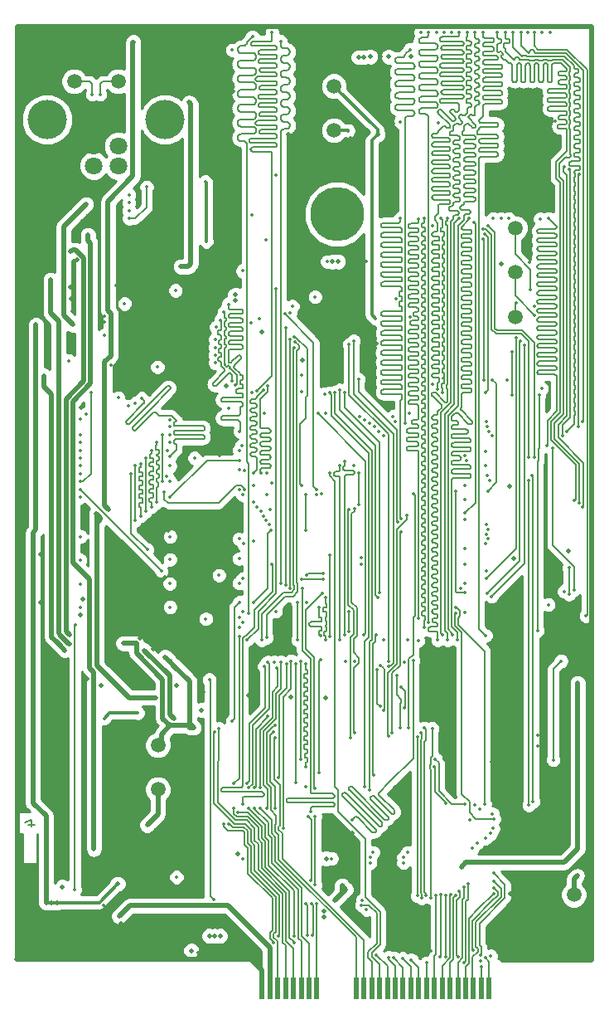
<source format=gbr>
G04 #@! TF.FileFunction,Copper,L4,Bot,Mixed*
%FSLAX46Y46*%
G04 Gerber Fmt 4.6, Leading zero omitted, Abs format (unit mm)*
G04 Created by KiCad (PCBNEW 4.0.7) date 04/10/18 15:24:13*
%MOMM*%
%LPD*%
G01*
G04 APERTURE LIST*
%ADD10C,0.100000*%
%ADD11C,0.200000*%
%ADD12C,1.800000*%
%ADD13C,4.000000*%
%ADD14C,5.500000*%
%ADD15R,0.600000X2.300000*%
%ADD16C,1.500000*%
%ADD17C,0.500000*%
%ADD18C,0.352400*%
%ADD19C,0.500000*%
%ADD20C,0.152400*%
%ADD21C,0.300000*%
%ADD22C,0.254000*%
G04 APERTURE END LIST*
D10*
D11*
X198176615Y-108706377D02*
X198843282Y-108706377D01*
X197795663Y-108468281D02*
X198509949Y-108230186D01*
X198509949Y-108849234D01*
D12*
X204850000Y-41460000D03*
X207350000Y-41460000D03*
X207350000Y-39460000D03*
X204850000Y-39460000D03*
D13*
X212120000Y-36750000D03*
X200080000Y-36750000D03*
D14*
X229700000Y-46400000D03*
D15*
X222050000Y-125400000D03*
X222850000Y-125400000D03*
X223650000Y-125400000D03*
X224450000Y-125400000D03*
X225250000Y-125400000D03*
X226050000Y-125400000D03*
X226850000Y-125400000D03*
X227650000Y-125400000D03*
X231650000Y-125400000D03*
X232450000Y-125400000D03*
X233250000Y-125400000D03*
X234050000Y-125400000D03*
X234850000Y-125400000D03*
X235650000Y-125400000D03*
X236450000Y-125400000D03*
X237250000Y-125400000D03*
X238050000Y-125400000D03*
X238850000Y-125400000D03*
X239650000Y-125400000D03*
X240450000Y-125400000D03*
X241250000Y-125400000D03*
X242050000Y-125400000D03*
X242850000Y-125400000D03*
X243650000Y-125400000D03*
X244450000Y-125400000D03*
X245250000Y-125400000D03*
D16*
X247900000Y-47850000D03*
X247900000Y-52350000D03*
X247950000Y-56900000D03*
X211400000Y-100600000D03*
X211400000Y-105100000D03*
X253900000Y-115850000D03*
X229400000Y-37850000D03*
X229400000Y-33350000D03*
X253900000Y-120350000D03*
X202850000Y-32850000D03*
X207350000Y-32850000D03*
D17*
X250950000Y-119050000D03*
X247300000Y-74200000D03*
X216700000Y-54300000D03*
X216450000Y-52050000D03*
X229050000Y-113650000D03*
D18*
X239300000Y-121600000D03*
D17*
X234150000Y-30300000D03*
D18*
X232700000Y-51250000D03*
X231400000Y-72100000D03*
X221150000Y-79800000D03*
X249900000Y-55800000D03*
X217700000Y-71050000D03*
X251350000Y-64800000D03*
D17*
X253350000Y-80800000D03*
X201800000Y-45300000D03*
D18*
X236500000Y-110200000D03*
X250200000Y-100700000D03*
X250200000Y-99550000D03*
X249400000Y-50200000D03*
X249400000Y-51350000D03*
X223050000Y-73850000D03*
D17*
X245550000Y-102250000D03*
X240750000Y-102000000D03*
D18*
X247950000Y-108600000D03*
D17*
X251100000Y-107200000D03*
X252800000Y-106750000D03*
X252800000Y-96900000D03*
X252800000Y-98600000D03*
X231250000Y-109600000D03*
X245800000Y-119650000D03*
X247400000Y-115750000D03*
X247950000Y-116400000D03*
X252100000Y-117950000D03*
D18*
X249200000Y-27900000D03*
X241400000Y-27900000D03*
D17*
X219100000Y-39900000D03*
X217400000Y-39400000D03*
X217350000Y-41400000D03*
D18*
X221000000Y-46500000D03*
X206650000Y-61800000D03*
X208800000Y-52400000D03*
X207150000Y-53700000D03*
X211850000Y-53700000D03*
X205887500Y-116950000D03*
X205112500Y-115750000D03*
X209862500Y-59462500D03*
X208137500Y-59462500D03*
X209862500Y-57737500D03*
X208137500Y-57737500D03*
X205900000Y-57400000D03*
X205900000Y-56850000D03*
D17*
X246450000Y-51500000D03*
X237300000Y-30300000D03*
X231500000Y-32650000D03*
X231100000Y-38700000D03*
X225950000Y-41500000D03*
X224700000Y-38300000D03*
X219100000Y-33850000D03*
X219000000Y-33150000D03*
X218350000Y-33800000D03*
X214400000Y-30800000D03*
X215700000Y-63800000D03*
X213650000Y-64150000D03*
X218350000Y-63900000D03*
X226150000Y-61300000D03*
X228500000Y-59550000D03*
X230050000Y-59600000D03*
X232850000Y-59650000D03*
X233700000Y-59600000D03*
D18*
X244900000Y-70650000D03*
D17*
X247800000Y-81550000D03*
X247300000Y-89600000D03*
X238350000Y-94450000D03*
X239650000Y-95650000D03*
X228550000Y-95800000D03*
X224950000Y-95650000D03*
X221250000Y-96100000D03*
X220700000Y-95550000D03*
X202500000Y-53850000D03*
X202550000Y-55000000D03*
X202700000Y-56300000D03*
X202500000Y-58700000D03*
X203100000Y-51100000D03*
X200100000Y-61400000D03*
X203450000Y-87300000D03*
X203700000Y-85700000D03*
X203750000Y-80800000D03*
X203800000Y-76500000D03*
X203600000Y-66100000D03*
X212450000Y-78650000D03*
X212100000Y-83450000D03*
X215700000Y-89400000D03*
X199400000Y-81150000D03*
X199400000Y-86000000D03*
X210900000Y-87600000D03*
X209600000Y-87600000D03*
X210900000Y-90800000D03*
X209600000Y-89650000D03*
X216350000Y-91500000D03*
X216000000Y-95150000D03*
X213300000Y-94500000D03*
X200650000Y-94100000D03*
X204150000Y-93850000D03*
X205600000Y-94500000D03*
X207850000Y-98550000D03*
X211150000Y-111750000D03*
D18*
X215850000Y-121200000D03*
X216550000Y-121200000D03*
X217250000Y-121200000D03*
X217950000Y-121200000D03*
X218650000Y-121200000D03*
X219350000Y-121200000D03*
X220050000Y-121200000D03*
X220750000Y-121200000D03*
X221100000Y-121800000D03*
X220400000Y-121800000D03*
X219700000Y-121800000D03*
X219000000Y-121800000D03*
X218300000Y-121800000D03*
X217600000Y-121800000D03*
X216900000Y-121800000D03*
X216200000Y-121800000D03*
X215500000Y-121800000D03*
D17*
X207600000Y-118800000D03*
X202450000Y-119850000D03*
X201100000Y-119850000D03*
X203600000Y-118900000D03*
D18*
X235500000Y-37150000D03*
X252000000Y-36950000D03*
X248500000Y-37100000D03*
X240050000Y-37100000D03*
D17*
X247000000Y-122500000D03*
X248000000Y-122500000D03*
X249000000Y-122500000D03*
X250000000Y-122500000D03*
X251000000Y-122500000D03*
X252000000Y-122500000D03*
X253000000Y-122500000D03*
X254000000Y-122500000D03*
X255000000Y-122500000D03*
X255750000Y-122000000D03*
X198000000Y-27250000D03*
X199000000Y-27250000D03*
X200000000Y-27250000D03*
X201000000Y-27250000D03*
X202000000Y-27250000D03*
X203000000Y-27250000D03*
X204000000Y-27250000D03*
X205000000Y-27250000D03*
X206000000Y-27250000D03*
X207000000Y-27250000D03*
X208000000Y-27250000D03*
X209000000Y-27250000D03*
X210000000Y-27250000D03*
X211000000Y-27250000D03*
X212000000Y-27250000D03*
X213000000Y-27250000D03*
X214000000Y-27250000D03*
X215000000Y-27250000D03*
X216000000Y-27250000D03*
X217000000Y-27250000D03*
X218000000Y-27250000D03*
X219000000Y-27250000D03*
X220000000Y-27250000D03*
X221000000Y-27250000D03*
X222000000Y-27250000D03*
X223000000Y-27250000D03*
X224000000Y-27250000D03*
X225000000Y-27250000D03*
X226000000Y-27250000D03*
X227000000Y-27250000D03*
X228000000Y-27250000D03*
X229000000Y-27250000D03*
X230000000Y-27250000D03*
X231000000Y-27250000D03*
X232000000Y-27250000D03*
X233000000Y-27250000D03*
X234000000Y-27250000D03*
X235000000Y-27250000D03*
X236000000Y-27250000D03*
X237000000Y-27250000D03*
X238000000Y-27250000D03*
X239000000Y-27250000D03*
X240000000Y-27250000D03*
X241000000Y-27250000D03*
X242000000Y-27250000D03*
X243000000Y-27250000D03*
X244000000Y-27250000D03*
X245000000Y-27250000D03*
X246000000Y-27250000D03*
X247000000Y-27250000D03*
X248000000Y-27250000D03*
X249000000Y-27250000D03*
X250000000Y-27250000D03*
X251000000Y-27250000D03*
X252000000Y-27250000D03*
X253000000Y-27250000D03*
X254000000Y-27250000D03*
X255000000Y-27250000D03*
X255750000Y-121000000D03*
X255750000Y-120000000D03*
X255750000Y-119000000D03*
X255750000Y-118000000D03*
X255750000Y-117000000D03*
X255750000Y-116000000D03*
X255750000Y-115000000D03*
X255750000Y-114000000D03*
X255750000Y-113000000D03*
X255750000Y-112000000D03*
X255750000Y-111000000D03*
X255750000Y-110000000D03*
X255750000Y-109000000D03*
X255750000Y-108000000D03*
X255750000Y-107000000D03*
X255750000Y-106000000D03*
X255750000Y-105000000D03*
X255750000Y-104000000D03*
X255750000Y-103000000D03*
X255750000Y-102000000D03*
X255750000Y-101000000D03*
X255750000Y-100000000D03*
X255750000Y-99000000D03*
X255750000Y-98000000D03*
X255750000Y-97000000D03*
X255750000Y-96000000D03*
X255750000Y-95000000D03*
X255750000Y-94000000D03*
X255750000Y-93000000D03*
X255750000Y-92000000D03*
X255750000Y-91000000D03*
X255750000Y-90000000D03*
X255750000Y-89000000D03*
X255750000Y-88000000D03*
X255750000Y-87000000D03*
X255750000Y-86000000D03*
X255750000Y-85000000D03*
X255750000Y-84000000D03*
X255750000Y-83000000D03*
X255750000Y-82000000D03*
X255750000Y-81000000D03*
X255750000Y-80000000D03*
X255750000Y-79000000D03*
X255750000Y-78000000D03*
X255750000Y-77000000D03*
X255750000Y-76000000D03*
X255750000Y-75000000D03*
X255750000Y-74000000D03*
X255750000Y-73000000D03*
X255750000Y-72000000D03*
X255750000Y-71000000D03*
X255750000Y-70000000D03*
X255750000Y-69000000D03*
X255750000Y-68000000D03*
X255750000Y-67000000D03*
X255750000Y-66000000D03*
X255750000Y-65000000D03*
X255750000Y-64000000D03*
X255750000Y-63000000D03*
X255750000Y-62000000D03*
X255750000Y-61000000D03*
X255750000Y-60000000D03*
X255750000Y-59000000D03*
X255750000Y-58000000D03*
X255750000Y-57000000D03*
X255750000Y-56000000D03*
X255750000Y-55000000D03*
X255750000Y-54000000D03*
X255750000Y-53000000D03*
X255750000Y-52000000D03*
X255750000Y-51000000D03*
X255750000Y-50000000D03*
X255750000Y-49000000D03*
X255750000Y-48000000D03*
X255750000Y-47000000D03*
X255750000Y-46000000D03*
X255750000Y-45000000D03*
X255750000Y-44000000D03*
X255750000Y-43000000D03*
X255750000Y-42000000D03*
X255750000Y-41000000D03*
X255750000Y-40000000D03*
X255750000Y-39000000D03*
X255750000Y-38000000D03*
X255750000Y-37000000D03*
X255750000Y-36000000D03*
X255750000Y-35000000D03*
X255750000Y-34000000D03*
X255750000Y-33000000D03*
X255750000Y-32000000D03*
X255750000Y-31000000D03*
X255750000Y-30000000D03*
X255750000Y-29000000D03*
X255750000Y-28000000D03*
X197050000Y-122000000D03*
X197050000Y-121000000D03*
X197050000Y-120000000D03*
X197050000Y-119000000D03*
X197050000Y-118000000D03*
X197050000Y-117000000D03*
X197050000Y-116000000D03*
X197050000Y-114000000D03*
X197050000Y-115000000D03*
X197050000Y-113000000D03*
X197050000Y-112000000D03*
X197050000Y-111000000D03*
X197050000Y-110000000D03*
X197050000Y-109000000D03*
X197050000Y-108000000D03*
X197050000Y-107000000D03*
X197050000Y-106000000D03*
X197050000Y-104000000D03*
X197050000Y-105000000D03*
X197050000Y-103000000D03*
X197050000Y-102000000D03*
X197050000Y-101000000D03*
X197050000Y-100000000D03*
X197050000Y-99000000D03*
X197050000Y-98000000D03*
X197050000Y-97000000D03*
X197050000Y-96000000D03*
X197050000Y-95000000D03*
X197050000Y-94000000D03*
X197050000Y-93000000D03*
X197050000Y-92000000D03*
X197050000Y-91000000D03*
X197050000Y-90000000D03*
X197050000Y-89000000D03*
X197050000Y-88000000D03*
X197050000Y-87000000D03*
X197050000Y-86000000D03*
X197050000Y-85000000D03*
X197050000Y-84000000D03*
X197050000Y-83000000D03*
X197050000Y-82000000D03*
X197050000Y-81000000D03*
X197050000Y-80000000D03*
X197050000Y-79000000D03*
X197050000Y-78000000D03*
X197050000Y-77000000D03*
X197050000Y-76000000D03*
X197050000Y-75000000D03*
X197050000Y-74000000D03*
X197050000Y-73000000D03*
X197050000Y-72000000D03*
X197050000Y-71000000D03*
X197050000Y-70000000D03*
X197050000Y-69000000D03*
X197050000Y-68000000D03*
X197050000Y-67000000D03*
X197050000Y-66000000D03*
X197050000Y-65000000D03*
X197050000Y-64000000D03*
X197050000Y-63000000D03*
X197050000Y-62000000D03*
X197050000Y-61000000D03*
X197050000Y-60000000D03*
X197050000Y-59000000D03*
X197050000Y-58000000D03*
X197050000Y-57000000D03*
X197050000Y-56000000D03*
X197050000Y-55000000D03*
X197050000Y-54000000D03*
X197050000Y-53000000D03*
X197050000Y-52000000D03*
X197050000Y-51000000D03*
X197050000Y-50000000D03*
X197050000Y-49000000D03*
X197050000Y-48000000D03*
X197050000Y-47000000D03*
X197050000Y-46000000D03*
X197050000Y-45000000D03*
X197050000Y-44000000D03*
X197050000Y-43000000D03*
X197050000Y-42000000D03*
X197050000Y-41000000D03*
X197050000Y-40000000D03*
X197050000Y-39000000D03*
X197050000Y-38000000D03*
X197050000Y-37000000D03*
X197050000Y-36000000D03*
X197050000Y-35000000D03*
X197050000Y-34000000D03*
X197050000Y-33000000D03*
X197050000Y-32000000D03*
X197050000Y-31000000D03*
X197050000Y-30000000D03*
X197050000Y-29000000D03*
X197050000Y-28000000D03*
X220500000Y-122400000D03*
X197500000Y-122400000D03*
X198500000Y-122400000D03*
X199500000Y-122400000D03*
X200500000Y-122400000D03*
X201500000Y-122400000D03*
X202500000Y-122400000D03*
X203500000Y-122400000D03*
X204500000Y-122400000D03*
X205500000Y-122400000D03*
X206500000Y-122400000D03*
X207500000Y-122400000D03*
X208500000Y-122400000D03*
X209500000Y-122400000D03*
X210500000Y-122400000D03*
X211500000Y-122400000D03*
X212500000Y-122400000D03*
X213500000Y-122400000D03*
X214500000Y-122400000D03*
X215500000Y-122400000D03*
X216500000Y-122400000D03*
X217500000Y-122400000D03*
X218500000Y-122400000D03*
X219500000Y-122400000D03*
D18*
X248000000Y-55500000D03*
X235650000Y-67550000D03*
X250600000Y-64200000D03*
X228500000Y-66750000D03*
D17*
X210050000Y-95750000D03*
X210600000Y-95750000D03*
X205500000Y-77400000D03*
X206350000Y-76550000D03*
X199750000Y-62900000D03*
X199750000Y-63450000D03*
X202500000Y-50250000D03*
X213750000Y-51750000D03*
X214300000Y-51750000D03*
X231900000Y-30400000D03*
X232450000Y-30400000D03*
X219300000Y-55200000D03*
X207850000Y-90200000D03*
X208550000Y-90200000D03*
X213000000Y-92450000D03*
X212600000Y-92050000D03*
X202000000Y-88300000D03*
X201450000Y-89400000D03*
X201000000Y-90000000D03*
X201450000Y-90450000D03*
X201850000Y-89800000D03*
X202050000Y-89000000D03*
X215050000Y-98800000D03*
X219600000Y-111650000D03*
X228600000Y-112150000D03*
X200450000Y-54200000D03*
X200450000Y-53650000D03*
X203800000Y-51250000D03*
X208900000Y-28850000D03*
X205950000Y-76150000D03*
X205100000Y-77000000D03*
X211150000Y-95750000D03*
X233100000Y-30350000D03*
D18*
X214600000Y-35000000D03*
X214750000Y-51500000D03*
X203000000Y-50050000D03*
X202400000Y-89350000D03*
X209200000Y-90200000D03*
D17*
X222050000Y-58450000D03*
X219300000Y-54650000D03*
X200450000Y-53100000D03*
X202350000Y-90250000D03*
X210000000Y-90900000D03*
X213050000Y-97900000D03*
X215850000Y-97000000D03*
X199750000Y-64000000D03*
X201900000Y-90900000D03*
X212150000Y-91600000D03*
X214650000Y-98400000D03*
D18*
X220100000Y-112150000D03*
X229150000Y-112150000D03*
X223450000Y-86950000D03*
X216300000Y-87700000D03*
X233400000Y-111550000D03*
X236900000Y-111550000D03*
X236500000Y-112050000D03*
X233100000Y-112050000D03*
X236500000Y-112600000D03*
X233100000Y-112600000D03*
X254250000Y-113900000D03*
D17*
X204250000Y-48550000D03*
X229800000Y-51250000D03*
X229250000Y-51250000D03*
X254300000Y-94250000D03*
X242400000Y-113000000D03*
X230200000Y-114900000D03*
X228350000Y-118100000D03*
X204850000Y-110100000D03*
X204850000Y-110650000D03*
D18*
X204850000Y-111200000D03*
D17*
X210300000Y-108750000D03*
D18*
X204250000Y-49100000D03*
X228700000Y-51250000D03*
X213300000Y-114050000D03*
D17*
X228350000Y-117550000D03*
X229450000Y-116428602D03*
X230600000Y-115300000D03*
X242850000Y-112550000D03*
X254300000Y-94800000D03*
D18*
X209350000Y-97300000D03*
X205900000Y-97850000D03*
X230850000Y-37900000D03*
D17*
X201150000Y-116650000D03*
X200550000Y-116650000D03*
X202350000Y-57300000D03*
X203050000Y-46400000D03*
X203550000Y-45900000D03*
X198950000Y-58800000D03*
X198950000Y-58250000D03*
X217200000Y-120050000D03*
X217750000Y-120050000D03*
X204050000Y-45400000D03*
X198950000Y-57700000D03*
X202700000Y-57700000D03*
X199975000Y-116675000D03*
X207300000Y-114750000D03*
X216650000Y-120050000D03*
X207450000Y-118050000D03*
D18*
X236200000Y-37000000D03*
X216250000Y-43100000D03*
X216350000Y-49200000D03*
X223500000Y-42450000D03*
X219000000Y-29650000D03*
X222450000Y-49050000D03*
X220050000Y-52200000D03*
X208000000Y-55550000D03*
X213200000Y-54200000D03*
X211350000Y-62000000D03*
X205900000Y-58800000D03*
X202300000Y-61350000D03*
X233650000Y-57050000D03*
D17*
X235000000Y-30350000D03*
X233850000Y-38300000D03*
X214800000Y-121550000D03*
X201650000Y-115050000D03*
D18*
X249450000Y-54100000D03*
X247100000Y-63300000D03*
X251700000Y-70300000D03*
X253900000Y-84750000D03*
X242800000Y-87050000D03*
X249900000Y-56700000D03*
X250200000Y-88900000D03*
X250350000Y-64850000D03*
X247550000Y-64850000D03*
X247550000Y-60450000D03*
X238000000Y-89900000D03*
X245600000Y-63300000D03*
X245100000Y-74650000D03*
X205500000Y-34200000D03*
X204700000Y-34200000D03*
X202950000Y-88350000D03*
X202900000Y-115350000D03*
X220050000Y-87000000D03*
X216650000Y-93900000D03*
X217100000Y-116350000D03*
X231500000Y-92000000D03*
X252900000Y-84900000D03*
X244850000Y-80050000D03*
X253400000Y-85200000D03*
X253400000Y-82500000D03*
X245100000Y-79550000D03*
X251300000Y-86250000D03*
X242800000Y-80550000D03*
X212600000Y-84100000D03*
X228500000Y-85550000D03*
X228500000Y-89850000D03*
X212650000Y-81650000D03*
X242350000Y-84550000D03*
X242800000Y-84050000D03*
X212650000Y-79300000D03*
X212650000Y-86500000D03*
X227850000Y-86500000D03*
X228000000Y-89450000D03*
X242750000Y-75550000D03*
X220250000Y-74550000D03*
X212050000Y-74750000D03*
X219700000Y-74550000D03*
X212650000Y-73700000D03*
X212300000Y-73200000D03*
X220250000Y-72550000D03*
X219700000Y-71550000D03*
X212650000Y-75300000D03*
X215150000Y-71300000D03*
X230500000Y-71600000D03*
X230500000Y-89300000D03*
X209650000Y-77200000D03*
X209650000Y-71850000D03*
X212350000Y-70500000D03*
X222150000Y-77200000D03*
X234500000Y-69000000D03*
X212600000Y-69700000D03*
X230000000Y-89850000D03*
X229950000Y-72050000D03*
X212650000Y-72100000D03*
X233500000Y-68100000D03*
X212650000Y-68100000D03*
X233000000Y-67750000D03*
X212600000Y-67400000D03*
X234000000Y-68600000D03*
X212650000Y-68900000D03*
X232500000Y-67400000D03*
X203450000Y-67300000D03*
X232000000Y-67050000D03*
X204050000Y-66850000D03*
X220050000Y-75050000D03*
X203500000Y-68900000D03*
X211850000Y-68900000D03*
X211850000Y-73700000D03*
X210750000Y-76250000D03*
X210750000Y-70500000D03*
X203450000Y-70500000D03*
X221500000Y-76250000D03*
X210200000Y-76700000D03*
X210200000Y-71300000D03*
X203450000Y-71300000D03*
X221900000Y-76700000D03*
X209100000Y-77650000D03*
X209100000Y-72100000D03*
X203450000Y-72100000D03*
X222450000Y-77650000D03*
X203450000Y-69700000D03*
X211300000Y-69700000D03*
X211300000Y-75800000D03*
X221150000Y-75800000D03*
X203450000Y-73700000D03*
X221000000Y-64650000D03*
X204550000Y-64650000D03*
X230950000Y-89000000D03*
X230950000Y-86950000D03*
X211750000Y-82800000D03*
X203450000Y-74500000D03*
X242800000Y-71050000D03*
X203450000Y-75300000D03*
X208650000Y-72900000D03*
X203450000Y-72900000D03*
X229000000Y-81200000D03*
X229000000Y-89500000D03*
X210300000Y-80650000D03*
X203450000Y-81700000D03*
X219700000Y-79550000D03*
X203450000Y-84150000D03*
X220150000Y-80050000D03*
X203450000Y-86500000D03*
X219700000Y-81550000D03*
X203500000Y-79300000D03*
X222800000Y-78100000D03*
X226500000Y-92300000D03*
X226500000Y-102800000D03*
X227750000Y-66750000D03*
X232450000Y-89350000D03*
X233700000Y-89350000D03*
X233450000Y-103600000D03*
X222300000Y-66750000D03*
X225500000Y-104400000D03*
X225500000Y-92300000D03*
X226000000Y-102000000D03*
X226000000Y-92000000D03*
X239650000Y-102800000D03*
X240800000Y-106550000D03*
X239750000Y-102000000D03*
X242800000Y-106600000D03*
X226150000Y-84550000D03*
X227000000Y-107400000D03*
X231250000Y-108200000D03*
X237500000Y-91950000D03*
X223050000Y-82150000D03*
X220050000Y-106600000D03*
X226600000Y-83250000D03*
X217650000Y-83250000D03*
X228250000Y-83050000D03*
X251450000Y-27850000D03*
X237150000Y-29600000D03*
X236650000Y-67700000D03*
X250650000Y-27850000D03*
X226100000Y-83700000D03*
X228300000Y-83700000D03*
X220100000Y-83600000D03*
X255150000Y-87400000D03*
X249850000Y-27850000D03*
X251150000Y-70050000D03*
X251300000Y-46850000D03*
X237100000Y-66750000D03*
X253200000Y-68550000D03*
X245250000Y-68550000D03*
X247700000Y-27850000D03*
X246900000Y-27850000D03*
X254450000Y-75850000D03*
X245100000Y-78550000D03*
X253950000Y-75650000D03*
X244950000Y-78050000D03*
X246100000Y-27850000D03*
X248500000Y-27850000D03*
X254800000Y-67550000D03*
X244950000Y-67550000D03*
X245550000Y-69050000D03*
X252750000Y-69050000D03*
X253400000Y-41850000D03*
X246450000Y-46850000D03*
X245650000Y-46850000D03*
X252900000Y-41550000D03*
X254800000Y-76250000D03*
X244950000Y-79050000D03*
X243700000Y-47250000D03*
X242800000Y-76900000D03*
X247250000Y-46850000D03*
X254450000Y-42350000D03*
X254350000Y-68050000D03*
X245050000Y-68050000D03*
X241500000Y-89350000D03*
X243800000Y-27850000D03*
X243000000Y-27850000D03*
X240500000Y-89350000D03*
X240000000Y-64300000D03*
X242200000Y-27850000D03*
X244600000Y-27850000D03*
X244900000Y-89400000D03*
X241000000Y-89850000D03*
X242200000Y-46850000D03*
X241000000Y-46800000D03*
X240000000Y-89850000D03*
X240300000Y-46850000D03*
X240500000Y-64650000D03*
X242000000Y-89850000D03*
X243200000Y-46800000D03*
X221050000Y-28300000D03*
X220650000Y-87150000D03*
X239850000Y-27850000D03*
X239050000Y-27850000D03*
X239050000Y-88050000D03*
X220050000Y-88050000D03*
X221500000Y-64450000D03*
X223050000Y-27850000D03*
X238250000Y-27850000D03*
X223950000Y-28800000D03*
X223950000Y-84050000D03*
X219700000Y-84050000D03*
X240650000Y-27850000D03*
X238600000Y-46850000D03*
X238600000Y-88550000D03*
X219700000Y-88550000D03*
X219700000Y-87550000D03*
X238050000Y-46900000D03*
X238050000Y-87600000D03*
X236250000Y-77450000D03*
X236200000Y-46850000D03*
X242800000Y-77550000D03*
X239500000Y-47550000D03*
X223500000Y-54050000D03*
X220500000Y-89850000D03*
X244650000Y-48950000D03*
X208450000Y-46050000D03*
X244700000Y-63300000D03*
X249850000Y-71250000D03*
X245100000Y-47550000D03*
X210250000Y-43650000D03*
X208450000Y-46850000D03*
X244900000Y-72100000D03*
X249300000Y-71200000D03*
X244650000Y-47900000D03*
X208450000Y-44450000D03*
X242900000Y-71550000D03*
X244800000Y-48450000D03*
X208450000Y-45250000D03*
X244850000Y-64650000D03*
X225150000Y-55800000D03*
X245050000Y-85100000D03*
X248450000Y-59400000D03*
X248000000Y-59050000D03*
X224900000Y-56500000D03*
X244950000Y-83550000D03*
X245500000Y-85400000D03*
X248850000Y-59750000D03*
X227450000Y-54850000D03*
X234950000Y-92550000D03*
X231400000Y-59350000D03*
X221750000Y-57050000D03*
X235000000Y-92000000D03*
X230950000Y-59700000D03*
X220950000Y-57500000D03*
X242800000Y-85050000D03*
X241850000Y-74650000D03*
X227650000Y-74500000D03*
X224400000Y-56600000D03*
X208350000Y-66000000D03*
X235400000Y-67050000D03*
X226050000Y-64550000D03*
X209100000Y-65700000D03*
X209750000Y-65200000D03*
X212600000Y-71150000D03*
X219700000Y-70550000D03*
X218600000Y-66250000D03*
X207350000Y-65150000D03*
X222500000Y-89600000D03*
X225400000Y-59450000D03*
X217250000Y-60800000D03*
X222000000Y-89850000D03*
X225350000Y-60000000D03*
X217250000Y-60000000D03*
X224900000Y-84550000D03*
X224900000Y-59200000D03*
X217250000Y-59150000D03*
X242800000Y-74050000D03*
X226050000Y-74050000D03*
X225350000Y-58900000D03*
X217250000Y-61600000D03*
X221900000Y-72800000D03*
X222650000Y-63900000D03*
X219000000Y-63400000D03*
X217800000Y-57200000D03*
X221150000Y-72850000D03*
X222200000Y-64350000D03*
X219350000Y-63850000D03*
X218150000Y-56400000D03*
X218600000Y-55600000D03*
X219750000Y-68550000D03*
X224450000Y-84250000D03*
X224450000Y-58000000D03*
X217350000Y-57950000D03*
X237150000Y-56900000D03*
X235750000Y-55050000D03*
X241850000Y-86550000D03*
X230500000Y-64650000D03*
X234050000Y-85000000D03*
X244800000Y-106600000D03*
X241850000Y-87100000D03*
X245750000Y-108100000D03*
X230000000Y-64350000D03*
X233850000Y-85500000D03*
X229500000Y-64600000D03*
X233000000Y-105150000D03*
X245600000Y-107600000D03*
X228950000Y-64650000D03*
X232500000Y-104850000D03*
X244300000Y-107150000D03*
X237050000Y-98850000D03*
X238600000Y-98850000D03*
X238800000Y-115950000D03*
X232700000Y-117350000D03*
X237550000Y-74950000D03*
X228150000Y-74950000D03*
X228450000Y-64750000D03*
X235350000Y-99300000D03*
X238250000Y-99300000D03*
X238350000Y-116200000D03*
X235900000Y-77850000D03*
X236250000Y-78800000D03*
X226100000Y-62850000D03*
X231900000Y-63250000D03*
X232200000Y-116900000D03*
X231950000Y-72800000D03*
X231950000Y-76000000D03*
X236800000Y-77100000D03*
X237900000Y-115950000D03*
X232300000Y-116400000D03*
X234950000Y-99700000D03*
X237950000Y-99750000D03*
X223350000Y-98600000D03*
X222950000Y-78650000D03*
X221150000Y-86000000D03*
X219750000Y-86000000D03*
X219000000Y-98150000D03*
X222550000Y-75000000D03*
X226500000Y-75000000D03*
X226500000Y-78650000D03*
X219950000Y-70050000D03*
X222550000Y-72800000D03*
X228950000Y-72800000D03*
X230950000Y-76550000D03*
X231050000Y-99800000D03*
X223350000Y-99800000D03*
X222900000Y-76550000D03*
X219700000Y-72500000D03*
X223400000Y-107050000D03*
X223250000Y-99250000D03*
X231500000Y-99350000D03*
X231500000Y-76450000D03*
X227600000Y-75050000D03*
X221200000Y-74050000D03*
X225300000Y-120050000D03*
X220700000Y-107050000D03*
X220700000Y-104950000D03*
X222650000Y-92100000D03*
X219600000Y-107450000D03*
X220500000Y-104450000D03*
X222250000Y-92550000D03*
X225300000Y-120700000D03*
X223300000Y-92100000D03*
X222500000Y-107050000D03*
X224000000Y-92100000D03*
X224550000Y-92300000D03*
X223750000Y-103900000D03*
X243800000Y-106700000D03*
X224200000Y-109100000D03*
X225000000Y-92000000D03*
X245650000Y-109100000D03*
X223550000Y-92750000D03*
X221850000Y-104950000D03*
X221850000Y-107050000D03*
X230600000Y-92000000D03*
X234100000Y-96650000D03*
X217200000Y-99250000D03*
X223700000Y-120050000D03*
X233800000Y-92900000D03*
X234450000Y-97050000D03*
X217650000Y-98900000D03*
X234150000Y-92450000D03*
X239450000Y-98900000D03*
X236150000Y-98850000D03*
X239300000Y-116150000D03*
X235850000Y-93500000D03*
X227650000Y-116750000D03*
X234500000Y-89850000D03*
X236600000Y-96800000D03*
X221300000Y-107050000D03*
X221300000Y-104950000D03*
X222650000Y-97600000D03*
X236250000Y-94700000D03*
X252600000Y-92000000D03*
X251800000Y-102100000D03*
X236600000Y-92150000D03*
X219150000Y-107050000D03*
X219150000Y-104500000D03*
X219700000Y-89470000D03*
X236900000Y-89850000D03*
X228200000Y-85100000D03*
X227450000Y-105000000D03*
X227450000Y-107850000D03*
X227450000Y-114850000D03*
X227100000Y-116750000D03*
X227200000Y-120000000D03*
X232150000Y-82150000D03*
X244950000Y-82850000D03*
X226550000Y-104850000D03*
X226750000Y-107850000D03*
X227000000Y-114400000D03*
X226550000Y-116750000D03*
X226650000Y-120000000D03*
X228000000Y-91900000D03*
X227850000Y-103400000D03*
X225700000Y-86050000D03*
X225700000Y-89850000D03*
X226600000Y-86050000D03*
X232150000Y-81450000D03*
X242800000Y-82100000D03*
X218650000Y-108650000D03*
X249300000Y-106700000D03*
X249300000Y-73550000D03*
X245300000Y-73550000D03*
X249650000Y-73050000D03*
X249750000Y-106350000D03*
X243300000Y-108200000D03*
X218100000Y-108600000D03*
X223200000Y-120750000D03*
X245050000Y-73050000D03*
X233700000Y-122000000D03*
X234950000Y-122250000D03*
X235500000Y-122300000D03*
X236400000Y-122350000D03*
X237300000Y-122500000D03*
X238850000Y-122800000D03*
X239800000Y-115950000D03*
X240300000Y-115800000D03*
X240200000Y-122150000D03*
X240800000Y-122150000D03*
X240800000Y-115950000D03*
X241300000Y-115800000D03*
X241800000Y-115950000D03*
X242200000Y-115500000D03*
X242050000Y-122150000D03*
X242650000Y-115050000D03*
X243100000Y-114750000D03*
X242650000Y-122800000D03*
X245700000Y-115750000D03*
X245700000Y-115150000D03*
X243650000Y-121500000D03*
X245700000Y-114450000D03*
X244350000Y-122000000D03*
X245700000Y-113650000D03*
X243550000Y-111100000D03*
X244450000Y-123200000D03*
X244400000Y-122600000D03*
X244000000Y-110600000D03*
X244850000Y-110100000D03*
X244850000Y-122250000D03*
X245400000Y-122100000D03*
X245400000Y-109600000D03*
X239500000Y-63750000D03*
X250450000Y-46900000D03*
D19*
X253900000Y-120350000D02*
X252250000Y-120350000D01*
X252250000Y-120350000D02*
X250950000Y-119050000D01*
D20*
X215500000Y-122400000D02*
X215500000Y-121800000D01*
X216550000Y-121200000D02*
X215850000Y-121200000D01*
X217950000Y-121200000D02*
X217250000Y-121200000D01*
X219350000Y-121200000D02*
X218650000Y-121200000D01*
X220750000Y-121200000D02*
X220050000Y-121200000D01*
X220400000Y-121800000D02*
X221100000Y-121800000D01*
X219000000Y-121800000D02*
X219700000Y-121800000D01*
X217600000Y-121800000D02*
X218300000Y-121800000D01*
X216200000Y-121800000D02*
X216900000Y-121800000D01*
D19*
X246600000Y-122500000D02*
X255750000Y-122500000D01*
X255750000Y-122500000D02*
X255750000Y-27250000D01*
X255750000Y-27250000D02*
X197050000Y-27250000D01*
X197050000Y-27250000D02*
X197050000Y-122400000D01*
X197050000Y-122400000D02*
X220500000Y-122400000D01*
X247000000Y-122500000D02*
X248000000Y-122500000D01*
X249000000Y-122500000D02*
X250000000Y-122500000D01*
X251000000Y-122500000D02*
X252000000Y-122500000D01*
X253000000Y-122500000D02*
X254000000Y-122500000D01*
X255000000Y-122500000D02*
X255750000Y-122500000D01*
X255750000Y-122500000D02*
X255750000Y-122000000D01*
X198000000Y-27250000D02*
X199000000Y-27250000D01*
X200000000Y-27250000D02*
X201000000Y-27250000D01*
X202000000Y-27250000D02*
X203000000Y-27250000D01*
X204000000Y-27250000D02*
X205000000Y-27250000D01*
X206000000Y-27250000D02*
X207000000Y-27250000D01*
X208000000Y-27250000D02*
X209000000Y-27250000D01*
X210000000Y-27250000D02*
X211000000Y-27250000D01*
X212000000Y-27250000D02*
X213000000Y-27250000D01*
X214000000Y-27250000D02*
X215000000Y-27250000D01*
X216000000Y-27250000D02*
X217000000Y-27250000D01*
X218000000Y-27250000D02*
X219000000Y-27250000D01*
X220000000Y-27250000D02*
X221000000Y-27250000D01*
X222000000Y-27250000D02*
X223000000Y-27250000D01*
X224000000Y-27250000D02*
X225000000Y-27250000D01*
X226000000Y-27250000D02*
X227000000Y-27250000D01*
X228000000Y-27250000D02*
X229000000Y-27250000D01*
X230000000Y-27250000D02*
X231000000Y-27250000D01*
X232000000Y-27250000D02*
X233000000Y-27250000D01*
X234000000Y-27250000D02*
X235000000Y-27250000D01*
X236000000Y-27250000D02*
X237000000Y-27250000D01*
X238000000Y-27250000D02*
X239000000Y-27250000D01*
X240000000Y-27250000D02*
X241000000Y-27250000D01*
X242000000Y-27250000D02*
X243000000Y-27250000D01*
X244000000Y-27250000D02*
X245000000Y-27250000D01*
X246000000Y-27250000D02*
X247000000Y-27250000D01*
X248000000Y-27250000D02*
X249000000Y-27250000D01*
X250000000Y-27250000D02*
X251000000Y-27250000D01*
X252000000Y-27250000D02*
X253000000Y-27250000D01*
X254000000Y-27250000D02*
X255000000Y-27250000D01*
X255750000Y-121000000D02*
X255750000Y-120000000D01*
X255750000Y-119000000D02*
X255750000Y-118000000D01*
X255750000Y-117000000D02*
X255750000Y-116000000D01*
X255750000Y-115000000D02*
X255750000Y-114000000D01*
X255750000Y-113000000D02*
X255750000Y-112000000D01*
X255750000Y-111000000D02*
X255750000Y-110000000D01*
X255750000Y-109000000D02*
X255750000Y-108000000D01*
X255750000Y-107000000D02*
X255750000Y-106000000D01*
X255750000Y-105000000D02*
X255750000Y-104000000D01*
X255750000Y-103000000D02*
X255750000Y-102000000D01*
X255750000Y-101000000D02*
X255750000Y-100000000D01*
X255750000Y-99000000D02*
X255750000Y-98000000D01*
X255750000Y-97000000D02*
X255750000Y-96000000D01*
X255750000Y-95000000D02*
X255750000Y-94000000D01*
X255750000Y-93000000D02*
X255750000Y-92000000D01*
X255750000Y-91000000D02*
X255750000Y-90000000D01*
X255750000Y-89000000D02*
X255750000Y-88000000D01*
X255750000Y-87000000D02*
X255750000Y-86000000D01*
X255750000Y-85000000D02*
X255750000Y-84000000D01*
X255750000Y-83000000D02*
X255750000Y-82000000D01*
X255750000Y-81000000D02*
X255750000Y-80000000D01*
X255750000Y-79000000D02*
X255750000Y-78000000D01*
X255750000Y-77000000D02*
X255750000Y-76000000D01*
X255750000Y-75000000D02*
X255750000Y-74000000D01*
X255750000Y-73000000D02*
X255750000Y-72000000D01*
X255750000Y-71000000D02*
X255750000Y-70000000D01*
X255750000Y-69000000D02*
X255750000Y-68000000D01*
X255750000Y-67000000D02*
X255750000Y-66000000D01*
X255750000Y-65000000D02*
X255750000Y-64000000D01*
X255750000Y-63000000D02*
X255750000Y-62000000D01*
X255750000Y-61000000D02*
X255750000Y-60000000D01*
X255750000Y-59000000D02*
X255750000Y-58000000D01*
X255750000Y-57000000D02*
X255750000Y-56000000D01*
X255750000Y-55000000D02*
X255750000Y-54000000D01*
X255750000Y-53000000D02*
X255750000Y-52000000D01*
X255750000Y-51000000D02*
X255750000Y-50000000D01*
X255750000Y-49000000D02*
X255750000Y-48000000D01*
X255750000Y-47000000D02*
X255750000Y-46000000D01*
X255750000Y-45000000D02*
X255750000Y-44000000D01*
X255750000Y-43000000D02*
X255750000Y-42000000D01*
X255750000Y-41000000D02*
X255750000Y-40000000D01*
X255750000Y-39000000D02*
X255750000Y-38000000D01*
X255750000Y-37000000D02*
X255750000Y-36000000D01*
X255750000Y-35000000D02*
X255750000Y-34000000D01*
X255750000Y-33000000D02*
X255750000Y-32000000D01*
X255750000Y-31000000D02*
X255750000Y-30000000D01*
X255750000Y-29000000D02*
X255750000Y-28000000D01*
X197050000Y-122400000D02*
X197050000Y-122000000D01*
X197050000Y-121000000D02*
X197050000Y-120000000D01*
X197050000Y-119000000D02*
X197050000Y-118000000D01*
X197050000Y-117000000D02*
X197050000Y-116000000D01*
X197050000Y-114000000D02*
X197050000Y-115000000D01*
X197050000Y-113000000D02*
X197050000Y-112000000D01*
X197050000Y-111000000D02*
X197050000Y-110000000D01*
X197050000Y-109000000D02*
X197050000Y-108000000D01*
X197050000Y-107000000D02*
X197050000Y-106000000D01*
X197050000Y-104000000D02*
X197050000Y-105000000D01*
X197050000Y-103000000D02*
X197050000Y-102000000D01*
X197050000Y-101000000D02*
X197050000Y-100000000D01*
X197050000Y-99000000D02*
X197050000Y-98000000D01*
X197050000Y-97000000D02*
X197050000Y-96000000D01*
X197050000Y-95000000D02*
X197050000Y-94000000D01*
X197050000Y-93000000D02*
X197050000Y-92000000D01*
X197050000Y-91000000D02*
X197050000Y-90000000D01*
X197050000Y-89000000D02*
X197050000Y-88000000D01*
X197050000Y-87000000D02*
X197050000Y-86000000D01*
X197050000Y-85000000D02*
X197050000Y-84000000D01*
X197050000Y-83000000D02*
X197050000Y-82000000D01*
X197050000Y-81000000D02*
X197050000Y-80000000D01*
X197050000Y-79000000D02*
X197050000Y-78000000D01*
X197050000Y-77000000D02*
X197050000Y-76000000D01*
X197050000Y-75000000D02*
X197050000Y-74000000D01*
X197050000Y-73000000D02*
X197050000Y-72000000D01*
X197050000Y-71000000D02*
X197050000Y-70000000D01*
X197050000Y-69000000D02*
X197050000Y-68000000D01*
X197050000Y-67000000D02*
X197050000Y-66000000D01*
X197050000Y-65000000D02*
X197050000Y-64000000D01*
X197050000Y-63000000D02*
X197050000Y-62000000D01*
X197050000Y-61000000D02*
X197050000Y-60000000D01*
X197050000Y-59000000D02*
X197050000Y-58000000D01*
X197050000Y-57000000D02*
X197050000Y-56000000D01*
X197050000Y-55000000D02*
X197050000Y-54000000D01*
X197050000Y-53000000D02*
X197050000Y-52000000D01*
X197050000Y-51000000D02*
X197050000Y-50000000D01*
X197050000Y-49000000D02*
X197050000Y-48000000D01*
X197050000Y-47000000D02*
X197050000Y-46000000D01*
X197050000Y-45000000D02*
X197050000Y-44000000D01*
X197050000Y-43000000D02*
X197050000Y-42000000D01*
X197050000Y-41000000D02*
X197050000Y-40000000D01*
X197050000Y-39000000D02*
X197050000Y-38000000D01*
X197050000Y-37000000D02*
X197050000Y-36000000D01*
X197050000Y-35000000D02*
X197050000Y-34000000D01*
X197050000Y-33000000D02*
X197050000Y-32000000D01*
X197050000Y-31000000D02*
X197050000Y-30000000D01*
X197050000Y-29000000D02*
X197050000Y-28000000D01*
X197000000Y-122400000D02*
X197050000Y-122400000D01*
X197050000Y-122400000D02*
X197500000Y-122400000D01*
X197000000Y-122400000D02*
X197500000Y-122400000D01*
X197500000Y-122400000D02*
X197000000Y-122400000D01*
X199500000Y-122400000D02*
X198500000Y-122400000D01*
X201500000Y-122400000D02*
X200500000Y-122400000D01*
X203500000Y-122400000D02*
X202500000Y-122400000D01*
X205500000Y-122400000D02*
X204500000Y-122400000D01*
X207500000Y-122400000D02*
X206500000Y-122400000D01*
X209500000Y-122400000D02*
X208500000Y-122400000D01*
X211500000Y-122400000D02*
X210500000Y-122400000D01*
X213500000Y-122400000D02*
X212500000Y-122400000D01*
X215500000Y-122400000D02*
X214500000Y-122400000D01*
X217500000Y-122400000D02*
X216500000Y-122400000D01*
X219500000Y-122400000D02*
X218500000Y-122400000D01*
X222050000Y-125400000D02*
X222050000Y-123550000D01*
X222050000Y-123550000D02*
X220900000Y-122400000D01*
X220900000Y-122400000D02*
X220500000Y-122400000D01*
D20*
X248000000Y-55500000D02*
X247950000Y-55550000D01*
X247950000Y-55550000D02*
X247950000Y-56900000D01*
D19*
X211150000Y-95750000D02*
X210600000Y-95750000D01*
X205500000Y-77400000D02*
X205500000Y-77600000D01*
X205500000Y-77600000D02*
X205150000Y-77950000D01*
X205500000Y-77400000D02*
X205100000Y-77000000D01*
X206350000Y-76550000D02*
X205950000Y-76150000D01*
X199750000Y-63450000D02*
X199750000Y-64000000D01*
X199750000Y-62900000D02*
X199750000Y-63450000D01*
X203000000Y-50050000D02*
X202700000Y-50050000D01*
X202700000Y-50050000D02*
X202500000Y-50250000D01*
X214300000Y-51750000D02*
X213750000Y-51750000D01*
X214750000Y-51500000D02*
X214500000Y-51750000D01*
X214500000Y-51750000D02*
X214300000Y-51750000D01*
X208550000Y-90200000D02*
X207850000Y-90200000D01*
X209200000Y-90200000D02*
X208550000Y-90200000D01*
X202050000Y-89000000D02*
X202000000Y-88950000D01*
X215050000Y-98800000D02*
X214650000Y-98800000D01*
X214650000Y-98800000D02*
X214450000Y-98600000D01*
X214650000Y-98400000D02*
X215050000Y-98800000D01*
X212650000Y-98600000D02*
X211800000Y-99450000D01*
X211800000Y-99450000D02*
X211800000Y-100200000D01*
X211800000Y-100200000D02*
X211400000Y-100600000D01*
X208900000Y-28850000D02*
X208850000Y-28900000D01*
X208850000Y-28900000D02*
X208850000Y-42550000D01*
X208850000Y-42550000D02*
X206300000Y-45100000D01*
X206300000Y-45100000D02*
X206300000Y-56250000D01*
X206300000Y-56250000D02*
X206600000Y-56550000D01*
X206600000Y-56550000D02*
X206600000Y-60850000D01*
X206600000Y-60850000D02*
X205950000Y-61500000D01*
X205950000Y-61500000D02*
X205950000Y-76150000D01*
X205100000Y-77000000D02*
X205150000Y-77050000D01*
X205150000Y-77050000D02*
X205150000Y-77950000D01*
X205150000Y-77950000D02*
X205150000Y-92450000D01*
X205150000Y-92450000D02*
X208450000Y-95750000D01*
X208450000Y-95750000D02*
X210050000Y-95750000D01*
X210050000Y-95750000D02*
X211150000Y-95750000D01*
X214600000Y-35000000D02*
X214750000Y-35150000D01*
X214750000Y-35150000D02*
X214750000Y-51500000D01*
X203000000Y-50050000D02*
X203800000Y-50850000D01*
X203800000Y-50850000D02*
X203800000Y-51250000D01*
X203800000Y-51250000D02*
X203800000Y-63450000D01*
X203800000Y-63450000D02*
X202000000Y-65250000D01*
X202000000Y-65250000D02*
X202000000Y-88300000D01*
X202000000Y-88300000D02*
X202000000Y-88950000D01*
X202000000Y-88950000D02*
X202400000Y-89350000D01*
X209200000Y-90200000D02*
X209200000Y-91200000D01*
X209200000Y-91200000D02*
X211900000Y-93900000D01*
X211900000Y-93900000D02*
X211900000Y-97850000D01*
X211900000Y-97850000D02*
X212650000Y-98600000D01*
X212650000Y-98600000D02*
X214450000Y-98600000D01*
X214450000Y-98600000D02*
X214650000Y-98400000D01*
X200450000Y-53100000D02*
X200450000Y-53650000D01*
X200450000Y-53650000D02*
X200450000Y-54200000D01*
X200450000Y-54200000D02*
X200450000Y-56500000D01*
X200450000Y-56500000D02*
X201250000Y-57300000D01*
X201250000Y-57300000D02*
X201250000Y-89200000D01*
X201250000Y-89200000D02*
X201450000Y-89400000D01*
X201450000Y-89400000D02*
X201850000Y-89800000D01*
X201850000Y-89800000D02*
X202300000Y-90250000D01*
X202300000Y-90250000D02*
X202350000Y-90250000D01*
X210000000Y-90900000D02*
X212600000Y-93500000D01*
X212600000Y-93500000D02*
X212600000Y-97450000D01*
X212600000Y-97450000D02*
X213050000Y-97900000D01*
X199750000Y-64000000D02*
X200550000Y-64800000D01*
X200550000Y-64800000D02*
X200550000Y-89550000D01*
X200550000Y-89550000D02*
X201000000Y-90000000D01*
X201000000Y-90000000D02*
X201450000Y-90450000D01*
X201450000Y-90450000D02*
X201900000Y-90900000D01*
X212150000Y-91600000D02*
X212600000Y-92050000D01*
X212600000Y-92050000D02*
X213000000Y-92450000D01*
X213000000Y-92450000D02*
X214650000Y-94100000D01*
X214650000Y-94100000D02*
X214650000Y-98400000D01*
X253900000Y-115850000D02*
X253900000Y-114250000D01*
X253900000Y-114250000D02*
X254250000Y-113900000D01*
X204250000Y-49100000D02*
X204250000Y-48550000D01*
X254300000Y-94800000D02*
X254300000Y-94250000D01*
X242850000Y-112550000D02*
X242400000Y-113000000D01*
X230200000Y-114900000D02*
X230600000Y-115300000D01*
X230200000Y-114900000D02*
X230214301Y-114914301D01*
X230214301Y-114914301D02*
X230214301Y-115664301D01*
X230214301Y-115664301D02*
X230578602Y-115300000D01*
X230578602Y-115300000D02*
X230600000Y-115300000D01*
X211400000Y-105100000D02*
X211400000Y-107650000D01*
X211400000Y-107650000D02*
X210300000Y-108750000D01*
X204850000Y-93150000D02*
X204850000Y-110100000D01*
X204850000Y-110100000D02*
X204850000Y-110650000D01*
X204850000Y-110650000D02*
X204850000Y-111200000D01*
X204400000Y-92700000D02*
X204850000Y-93150000D01*
X204400000Y-83700000D02*
X204400000Y-92700000D01*
X202700000Y-82000000D02*
X204400000Y-83700000D01*
X202700000Y-65500000D02*
X202700000Y-82000000D01*
X204500000Y-63700000D02*
X202700000Y-65500000D01*
X204500000Y-49350000D02*
X204500000Y-63700000D01*
X204250000Y-49100000D02*
X204500000Y-49350000D01*
X229450000Y-116428602D02*
X230578602Y-115300000D01*
X230578602Y-115300000D02*
X230600000Y-115300000D01*
X242850000Y-112550000D02*
X245900000Y-112550000D01*
X245900000Y-112550000D02*
X252900000Y-112550000D01*
X252900000Y-112550000D02*
X254300000Y-111150000D01*
X254300000Y-111150000D02*
X254300000Y-94800000D01*
D21*
X209350000Y-97300000D02*
X206450000Y-97300000D01*
X206450000Y-97300000D02*
X205900000Y-97850000D01*
X230800000Y-37850000D02*
X229400000Y-37850000D01*
X230850000Y-37900000D02*
X230800000Y-37850000D01*
X200550000Y-116650000D02*
X201150000Y-116650000D01*
D19*
X204050000Y-45400000D02*
X203550000Y-45900000D01*
X203550000Y-45900000D02*
X203050000Y-46400000D01*
X203050000Y-46400000D02*
X201750000Y-47700000D01*
X201750000Y-47700000D02*
X201750000Y-56700000D01*
X201750000Y-56700000D02*
X202350000Y-57300000D01*
X202350000Y-57300000D02*
X202700000Y-57650000D01*
X202700000Y-57650000D02*
X202700000Y-57700000D01*
X198950000Y-57700000D02*
X198950000Y-58250000D01*
X198950000Y-58250000D02*
X198950000Y-58800000D01*
X198950000Y-58800000D02*
X198950000Y-69700000D01*
X198950000Y-69700000D02*
X198950000Y-78600000D01*
X198950000Y-78600000D02*
X198650000Y-78900000D01*
X198650000Y-78900000D02*
X198650000Y-106500000D01*
X198650000Y-106500000D02*
X199975000Y-107825000D01*
X199975000Y-107825000D02*
X199975000Y-116675000D01*
D21*
X199975000Y-116675000D02*
X200000000Y-116650000D01*
X200000000Y-116650000D02*
X205400000Y-116650000D01*
X205400000Y-116650000D02*
X207300000Y-114750000D01*
D19*
X222850000Y-125400000D02*
X222850000Y-121250000D01*
X222850000Y-121250000D02*
X218550000Y-116950000D01*
X218550000Y-116950000D02*
X208550000Y-116950000D01*
X208550000Y-116950000D02*
X207450000Y-118050000D01*
D21*
X216250000Y-43100000D02*
X216350000Y-43200000D01*
X216350000Y-43200000D02*
X216350000Y-49200000D01*
X233850000Y-38300000D02*
X233850000Y-37800000D01*
X233850000Y-37800000D02*
X229400000Y-33350000D01*
X233650000Y-57050000D02*
X233250000Y-56650000D01*
X233250000Y-56650000D02*
X233250000Y-38900000D01*
X233250000Y-38900000D02*
X233850000Y-38300000D01*
D20*
X249450000Y-54100000D02*
X249450000Y-52050000D01*
X249450000Y-52050000D02*
X247900000Y-50500000D01*
X247900000Y-50500000D02*
X247900000Y-47850000D01*
X251700000Y-70300000D02*
X251750000Y-70350000D01*
X251750000Y-70350000D02*
X251750000Y-80200000D01*
X251750000Y-80200000D02*
X253900000Y-82350000D01*
X253900000Y-82350000D02*
X253900000Y-84750000D01*
X247900000Y-52350000D02*
X247900000Y-54700000D01*
X247900000Y-54700000D02*
X249900000Y-56700000D01*
X250200000Y-88900000D02*
X250200000Y-87800000D01*
X250200000Y-87800000D02*
X250200000Y-81650000D01*
X250200000Y-81650000D02*
X250200000Y-74600000D01*
X250200000Y-74600000D02*
X250200000Y-72750000D01*
X250200000Y-72750000D02*
X250200000Y-71800000D01*
X250200000Y-71800000D02*
X250200000Y-71650000D01*
X250200000Y-71650000D02*
X250300000Y-71550000D01*
X250300000Y-71550000D02*
X250300000Y-70350000D01*
X250300000Y-70350000D02*
X250350000Y-70300000D01*
X250350000Y-70300000D02*
X250350000Y-64850000D01*
X247550000Y-64850000D02*
X247550000Y-60450000D01*
X245600000Y-63300000D02*
X246000000Y-63700000D01*
X246000000Y-63700000D02*
X246000000Y-73750000D01*
X246000000Y-73750000D02*
X245100000Y-74650000D01*
X207350000Y-32850000D02*
X205800000Y-32850000D01*
X205500000Y-33150000D02*
X205500000Y-34200000D01*
X205800000Y-32850000D02*
X205500000Y-33150000D01*
X202850000Y-32850000D02*
X204400000Y-32850000D01*
X204700000Y-33150000D02*
X204700000Y-34200000D01*
X204400000Y-32850000D02*
X204700000Y-33150000D01*
X202950000Y-88350000D02*
X202900000Y-88400000D01*
X202900000Y-88400000D02*
X202900000Y-115350000D01*
X216650000Y-93900000D02*
X216750000Y-94000000D01*
X216750000Y-94000000D02*
X216750000Y-116000000D01*
X216750000Y-116000000D02*
X217100000Y-116350000D01*
X253400000Y-85200000D02*
X253400000Y-83850000D01*
X253400000Y-83850000D02*
X253400000Y-82500000D01*
X228375000Y-87000000D02*
X228347185Y-86996865D01*
X228495049Y-89428305D02*
X228489092Y-89418825D01*
X228471695Y-89404951D02*
X228461127Y-89401253D01*
X228418826Y-89389091D02*
X228410909Y-89381174D01*
X228591689Y-88948119D02*
X228607541Y-88942572D01*
X228500000Y-89850000D02*
X228500000Y-89450000D01*
X228501880Y-87841689D02*
X228500000Y-87825000D01*
X228650000Y-88575000D02*
X228648119Y-88558310D01*
X228500000Y-87525000D02*
X228501880Y-87508310D01*
X228404952Y-89371694D02*
X228401254Y-89361126D01*
X228498747Y-89438873D02*
X228495049Y-89428305D01*
X228297064Y-86577271D02*
X228320765Y-86562378D01*
X228461127Y-89401253D02*
X228438874Y-89398746D01*
X228648119Y-86158310D02*
X228642572Y-86142458D01*
X228621761Y-88333637D02*
X228633637Y-88321761D01*
X228500000Y-89450000D02*
X228498747Y-89438873D01*
X228410909Y-89381174D02*
X228404952Y-89371694D01*
X228650000Y-86175000D02*
X228648119Y-86158310D01*
X228489092Y-89418825D02*
X228481175Y-89410908D01*
X228450000Y-88950000D02*
X228575000Y-88950000D01*
X228481175Y-89410908D02*
X228471695Y-89404951D01*
X228404952Y-88978305D02*
X228410909Y-88968825D01*
X228591689Y-86101880D02*
X228558310Y-86098119D01*
X228648119Y-86491689D02*
X228650000Y-86475000D01*
X228528238Y-88366362D02*
X228542458Y-88357427D01*
X228438874Y-89398746D02*
X228428306Y-89395048D01*
X228428306Y-89395048D02*
X228418826Y-89389091D01*
X228401254Y-88988873D02*
X228404952Y-88978305D01*
X228410909Y-88968825D02*
X228418826Y-88960908D01*
X228607541Y-88507427D02*
X228591689Y-88501880D01*
X228501880Y-88441689D02*
X228500000Y-88425000D01*
X228642572Y-86507541D02*
X228648119Y-86491689D01*
X228401254Y-89361126D02*
X228400000Y-89350000D01*
X228375000Y-86550000D02*
X228575000Y-86550000D01*
X228500000Y-87825000D02*
X228500000Y-87525000D01*
X228642572Y-88542458D02*
X228633637Y-88528238D01*
X228400000Y-89350000D02*
X228400000Y-89000000D01*
X228650000Y-88875000D02*
X228650000Y-88575000D01*
X228621761Y-88516362D02*
X228607541Y-88507427D01*
X228400000Y-89000000D02*
X228401254Y-88988873D01*
X228650000Y-87975000D02*
X228648119Y-87958310D01*
X228542458Y-88357427D02*
X228558310Y-88351880D01*
X228607541Y-88942572D02*
X228621761Y-88933637D01*
X228418826Y-88960908D02*
X228428306Y-88954951D01*
X228528238Y-86083637D02*
X228516362Y-86071761D01*
X228648119Y-88558310D02*
X228642572Y-88542458D01*
X228428306Y-88954951D02*
X228438874Y-88951253D01*
X228633637Y-88321761D02*
X228642572Y-88307541D01*
X228438874Y-88951253D02*
X228450000Y-88950000D01*
X228607541Y-86542572D02*
X228621761Y-86533637D01*
X228320765Y-86562378D02*
X228347185Y-86553134D01*
X228575000Y-88950000D02*
X228591689Y-88948119D01*
X228633637Y-86521761D02*
X228642572Y-86507541D01*
X228642572Y-88307541D02*
X228648119Y-88291689D01*
X228650000Y-86475000D02*
X228650000Y-86175000D01*
X228516362Y-88378238D02*
X228528238Y-88366362D01*
X228642572Y-87942458D02*
X228633637Y-87928238D01*
X228621761Y-88933637D02*
X228633637Y-88921761D01*
X228633637Y-88921761D02*
X228642572Y-88907541D01*
X228642572Y-88907541D02*
X228648119Y-88891689D01*
X228347185Y-86996865D02*
X228320765Y-86987621D01*
X228648119Y-88291689D02*
X228650000Y-88275000D01*
X228516362Y-88471761D02*
X228507427Y-88457541D01*
X228648119Y-88891689D02*
X228650000Y-88875000D01*
X228607541Y-87907427D02*
X228591689Y-87901880D01*
X228558310Y-87451880D02*
X228591689Y-87448119D01*
X228633637Y-88528238D02*
X228621761Y-88516362D01*
X228558310Y-87898119D02*
X228542458Y-87892572D01*
X228507427Y-88392458D02*
X228516362Y-88378238D01*
X228277272Y-86597063D02*
X228297064Y-86577271D01*
X228501880Y-88408310D02*
X228507427Y-88392458D01*
X228558310Y-88498119D02*
X228542458Y-88492572D01*
X228516362Y-86071761D02*
X228507427Y-86057541D01*
X228591689Y-88501880D02*
X228558310Y-88498119D01*
X228507427Y-88457541D02*
X228501880Y-88441689D01*
X228542458Y-88492572D02*
X228528238Y-88483637D01*
X228621761Y-86533637D02*
X228633637Y-86521761D01*
X228528238Y-88483637D02*
X228516362Y-88471761D01*
X228500000Y-88425000D02*
X228501880Y-88408310D01*
X228558310Y-88351880D02*
X228591689Y-88348119D01*
X228591689Y-88348119D02*
X228607541Y-88342572D01*
X228607541Y-88342572D02*
X228621761Y-88333637D01*
X228650000Y-88275000D02*
X228650000Y-87975000D01*
X228648119Y-87958310D02*
X228642572Y-87942458D01*
X228542458Y-87457427D02*
X228558310Y-87451880D01*
X228575000Y-87000000D02*
X228375000Y-87000000D01*
X228633637Y-87928238D02*
X228621761Y-87916362D01*
X228621761Y-87916362D02*
X228607541Y-87907427D01*
X228575000Y-86550000D02*
X228591689Y-86548119D01*
X228591689Y-87901880D02*
X228558310Y-87898119D01*
X228607541Y-86107427D02*
X228591689Y-86101880D01*
X228250000Y-86875000D02*
X228250000Y-86675000D01*
X228542458Y-87892572D02*
X228528238Y-87883637D01*
X228528238Y-87883637D02*
X228516362Y-87871761D01*
X228516362Y-87871761D02*
X228507427Y-87857541D01*
X228558310Y-86098119D02*
X228542458Y-86092572D01*
X228507427Y-87857541D02*
X228501880Y-87841689D01*
X228501880Y-87508310D02*
X228507427Y-87492458D01*
X228501880Y-86041689D02*
X228500000Y-86025000D01*
X228507427Y-87492458D02*
X228516362Y-87478238D01*
X228516362Y-87478238D02*
X228528238Y-87466362D01*
X228621761Y-86116362D02*
X228607541Y-86107427D01*
X228528238Y-87466362D02*
X228542458Y-87457427D01*
X228542458Y-86092572D02*
X228528238Y-86083637D01*
X228591689Y-87448119D02*
X228607541Y-87442572D01*
X228633637Y-86128238D02*
X228621761Y-86116362D01*
X228607541Y-87442572D02*
X228621761Y-87433637D01*
X228621761Y-87433637D02*
X228633637Y-87421761D01*
X228633637Y-87421761D02*
X228642572Y-87407541D01*
X228642572Y-87407541D02*
X228648119Y-87391689D01*
X228648119Y-87391689D02*
X228650000Y-87375000D01*
X228650000Y-87375000D02*
X228650000Y-87075000D01*
X228650000Y-87075000D02*
X228648119Y-87058310D01*
X228648119Y-87058310D02*
X228642572Y-87042458D01*
X228253135Y-86902815D02*
X228250000Y-86875000D01*
X228642572Y-87042458D02*
X228633637Y-87028238D01*
X228633637Y-87028238D02*
X228621761Y-87016362D01*
X228621761Y-87016362D02*
X228607541Y-87007427D01*
X228591689Y-87001880D02*
X228575000Y-87000000D01*
X228607541Y-87007427D02*
X228591689Y-87001880D01*
X228320765Y-86987621D02*
X228297064Y-86972728D01*
X228297064Y-86972728D02*
X228277272Y-86952936D01*
X228277272Y-86952936D02*
X228262379Y-86929235D01*
X228262379Y-86929235D02*
X228253135Y-86902815D01*
X228250000Y-86675000D02*
X228253135Y-86647184D01*
X228253135Y-86647184D02*
X228262379Y-86620764D01*
X228262379Y-86620764D02*
X228277272Y-86597063D01*
X228347185Y-86553134D02*
X228375000Y-86550000D01*
X228591689Y-86548119D02*
X228607541Y-86542572D01*
X228642572Y-86142458D02*
X228633637Y-86128238D01*
X228507427Y-86057541D02*
X228501880Y-86041689D01*
X228500000Y-86025000D02*
X228500000Y-85582431D01*
X228500000Y-85582431D02*
X228500000Y-85550000D01*
X228000000Y-89450000D02*
X227850000Y-89300000D01*
X228117274Y-88506476D02*
X228093523Y-88482725D01*
X227850000Y-89300000D02*
X227850000Y-89050000D01*
X228000000Y-88450000D02*
X227075000Y-88450000D01*
X227864854Y-88984917D02*
X227882725Y-88956476D01*
X226872283Y-88127376D02*
X226899088Y-88084714D01*
X228150000Y-87850000D02*
X228150000Y-87700000D01*
X227882725Y-87493523D02*
X227864854Y-87465082D01*
X227850000Y-89050000D02*
X227853760Y-89016621D01*
X228065082Y-87564854D02*
X228033378Y-87553760D01*
X227850000Y-87400000D02*
X227850000Y-86681243D01*
X227966621Y-88903760D02*
X228033378Y-88896239D01*
X228146239Y-88783378D02*
X228150000Y-88750000D01*
X227882725Y-88956476D02*
X227906476Y-88932725D01*
X227853760Y-89016621D02*
X227864854Y-88984917D01*
X227934917Y-88914854D02*
X227966621Y-88903760D01*
X227906476Y-88932725D02*
X227934917Y-88914854D01*
X228065082Y-88885145D02*
X228093523Y-88867274D01*
X228135145Y-88815082D02*
X228146239Y-88783378D01*
X228033378Y-88896239D02*
X228065082Y-88885145D01*
X228093523Y-88867274D02*
X228117274Y-88843523D01*
X227024933Y-88444358D02*
X226977377Y-88427717D01*
X226977377Y-88022282D02*
X227024933Y-88005641D01*
X228146239Y-87883378D02*
X228150000Y-87850000D01*
X228033378Y-87553760D02*
X227966621Y-87546239D01*
X228117274Y-88843523D02*
X228135145Y-88815082D01*
X228117274Y-87606476D02*
X228093523Y-87582725D01*
X227934917Y-87535145D02*
X227906476Y-87517274D01*
X228150000Y-88750000D02*
X228150000Y-88600000D01*
X226899088Y-88084714D02*
X226934715Y-88049087D01*
X228033378Y-88453760D02*
X228000000Y-88450000D01*
X228065082Y-88464854D02*
X228033378Y-88453760D01*
X228150000Y-88600000D02*
X228146239Y-88566621D01*
X228146239Y-88566621D02*
X228135145Y-88534917D01*
X228135145Y-88534917D02*
X228117274Y-88506476D01*
X228150000Y-87700000D02*
X228146239Y-87666621D01*
X226872283Y-88322623D02*
X226855642Y-88275067D01*
X226899088Y-88365285D02*
X226872283Y-88322623D01*
X228093523Y-88482725D02*
X228065082Y-88464854D01*
X228093523Y-87967274D02*
X228117274Y-87943523D01*
X226855642Y-88275067D02*
X226850000Y-88225000D01*
X227075000Y-88450000D02*
X227024933Y-88444358D01*
X226977377Y-88427717D02*
X226934715Y-88400912D01*
X226934715Y-88400912D02*
X226899088Y-88365285D01*
X228033378Y-87996239D02*
X228065082Y-87985145D01*
X226850000Y-88225000D02*
X226855642Y-88174932D01*
X226855642Y-88174932D02*
X226872283Y-88127376D01*
X227850000Y-86681243D02*
X227850000Y-86500000D01*
X226934715Y-88049087D02*
X226977377Y-88022282D01*
X227966621Y-87546239D02*
X227934917Y-87535145D01*
X227024933Y-88005641D02*
X227075000Y-88000000D01*
X227075000Y-88000000D02*
X228000000Y-88000000D01*
X228117274Y-87943523D02*
X228135145Y-87915082D01*
X228000000Y-88000000D02*
X228033378Y-87996239D01*
X228065082Y-87985145D02*
X228093523Y-87967274D01*
X228135145Y-87915082D02*
X228146239Y-87883378D01*
X228146239Y-87666621D02*
X228135145Y-87634917D01*
X228135145Y-87634917D02*
X228117274Y-87606476D01*
X228093523Y-87582725D02*
X228065082Y-87564854D01*
X227853760Y-87433378D02*
X227850000Y-87400000D01*
X227906476Y-87517274D02*
X227882725Y-87493523D01*
X227864854Y-87465082D02*
X227853760Y-87433378D01*
X220250000Y-74550000D02*
X220150000Y-74450000D01*
X220150000Y-74450000D02*
X220150000Y-74350000D01*
X220150000Y-74350000D02*
X219900000Y-74100000D01*
X219900000Y-74100000D02*
X219400000Y-74100000D01*
X219400000Y-74100000D02*
X217600000Y-75900000D01*
X217600000Y-75900000D02*
X212450000Y-75900000D01*
X212450000Y-75900000D02*
X212050000Y-75500000D01*
X212050000Y-75500000D02*
X212050000Y-74750000D01*
X216400000Y-71550000D02*
X219700000Y-71550000D01*
X212650000Y-75300000D02*
X216400000Y-71550000D01*
X230500000Y-71600000D02*
X230500000Y-72000000D01*
X230493040Y-72030491D02*
X230484667Y-72043816D01*
X230429724Y-72520276D02*
X230500000Y-72520276D01*
X230500000Y-72000000D02*
X230498238Y-72015637D01*
X230498238Y-72015637D02*
X230493040Y-72030491D01*
X230500000Y-73200000D02*
X230500000Y-76027943D01*
X230484667Y-72043816D02*
X230473540Y-72054943D01*
X230445361Y-72068514D02*
X230414085Y-72072037D01*
X230473540Y-72054943D02*
X230460215Y-72063316D01*
X230460215Y-72063316D02*
X230445361Y-72068514D01*
X231441466Y-72609714D02*
X231468271Y-72652376D01*
X230366406Y-72110060D02*
X230361208Y-72124914D01*
X230374779Y-72096735D02*
X230366406Y-72110060D01*
X230361208Y-72465637D02*
X230366406Y-72480491D01*
X230414085Y-72072037D02*
X230399231Y-72077235D01*
X230361208Y-72124914D02*
X230359447Y-72140552D01*
X230505642Y-73149932D02*
X230500000Y-73200000D01*
X230399231Y-72077235D02*
X230385906Y-72085608D01*
X231484912Y-72699932D02*
X231490553Y-72750000D01*
X231468271Y-72652376D02*
X231484912Y-72699932D01*
X230399231Y-72513316D02*
X230414085Y-72518514D01*
X230385906Y-72085608D02*
X230374779Y-72096735D01*
X230500000Y-72525000D02*
X231265553Y-72525000D01*
X230359447Y-72140552D02*
X230359447Y-72450000D01*
X230359447Y-72450000D02*
X230361208Y-72465637D01*
X231265553Y-72975000D02*
X230725000Y-72975000D01*
X230549088Y-73059714D02*
X230522283Y-73102376D01*
X230366406Y-72480491D02*
X230374779Y-72493816D01*
X230584715Y-73024087D02*
X230549088Y-73059714D01*
X230500000Y-72520276D02*
X230500000Y-72525000D01*
X230385906Y-72504943D02*
X230399231Y-72513316D01*
X230374779Y-72493816D02*
X230385906Y-72504943D01*
X230414085Y-72518514D02*
X230429724Y-72520276D01*
X231265553Y-72525000D02*
X231315621Y-72530641D01*
X231315621Y-72530641D02*
X231363177Y-72547282D01*
X231363177Y-72547282D02*
X231405839Y-72574087D01*
X231405839Y-72574087D02*
X231441466Y-72609714D01*
X231490553Y-72750000D02*
X231484912Y-72800067D01*
X231484912Y-72800067D02*
X231468271Y-72847623D01*
X231468271Y-72847623D02*
X231441466Y-72890285D01*
X231441466Y-72890285D02*
X231405839Y-72925912D01*
X231405839Y-72925912D02*
X231363177Y-72952717D01*
X231363177Y-72952717D02*
X231315621Y-72969358D01*
X230674933Y-72980641D02*
X230627377Y-72997282D01*
X231315621Y-72969358D02*
X231265553Y-72975000D01*
X230725000Y-72975000D02*
X230674933Y-72980641D01*
X230627377Y-72997282D02*
X230584715Y-73024087D01*
X230522283Y-73102376D02*
X230505642Y-73149932D01*
X230500000Y-76027943D02*
X230500000Y-89300000D01*
X209650000Y-71850000D02*
X209650000Y-72150000D01*
X209487651Y-74478183D02*
X209506611Y-74490096D01*
X209793389Y-73140096D02*
X209772253Y-73147492D01*
X209847493Y-75772252D02*
X209840097Y-75793388D01*
X209828184Y-73112348D02*
X209812349Y-73128183D01*
X209650000Y-72150000D02*
X209647492Y-72172252D01*
X209772253Y-73147492D02*
X209750000Y-73150000D01*
X209850000Y-72800000D02*
X209850000Y-73050000D01*
X209450000Y-75300000D02*
X209452507Y-75322252D01*
X209593388Y-72240096D02*
X209572252Y-72247492D01*
X209647492Y-72172252D02*
X209640096Y-72193388D01*
X209506611Y-74059903D02*
X209487651Y-74071816D01*
X209450000Y-72350000D02*
X209450000Y-72600000D01*
X209506611Y-73159903D02*
X209487651Y-73171816D01*
X209812349Y-74028183D02*
X209793389Y-74040096D01*
X209772253Y-72702507D02*
X209793389Y-72709903D01*
X209640096Y-72193388D02*
X209628183Y-72212348D01*
X209459903Y-73206611D02*
X209452507Y-73227747D01*
X209450000Y-73250000D02*
X209450000Y-73500000D01*
X209847493Y-74872252D02*
X209840097Y-74893388D01*
X209793389Y-72709903D02*
X209812349Y-72721816D01*
X209459903Y-73543388D02*
X209471816Y-73562348D01*
X209612348Y-72228183D02*
X209593388Y-72240096D01*
X209628183Y-72212348D02*
X209612348Y-72228183D01*
X209459903Y-75343388D02*
X209471816Y-75362348D01*
X209572252Y-72247492D02*
X209527747Y-72252507D01*
X209450000Y-72600000D02*
X209452507Y-72622252D01*
X209812349Y-72721816D02*
X209828184Y-72737651D01*
X209452507Y-73522252D02*
X209459903Y-73543388D01*
X209850000Y-73700000D02*
X209850000Y-73950000D01*
X209750000Y-74050000D02*
X209550000Y-74050000D01*
X209550000Y-74950000D02*
X209527747Y-74952507D01*
X209850000Y-74600000D02*
X209850000Y-74850000D01*
X209527747Y-72252507D02*
X209506611Y-72259903D01*
X209452507Y-72327747D02*
X209450000Y-72350000D01*
X209471816Y-72662348D02*
X209487651Y-72678183D01*
X209527747Y-75397492D02*
X209550000Y-75400000D01*
X209506611Y-72259903D02*
X209487651Y-72271816D01*
X209487651Y-72271816D02*
X209471816Y-72287651D01*
X209471816Y-72287651D02*
X209459903Y-72306611D01*
X209471816Y-74462348D02*
X209487651Y-74478183D01*
X209471816Y-73562348D02*
X209487651Y-73578183D01*
X209850000Y-73950000D02*
X209847493Y-73972252D01*
X209459903Y-72306611D02*
X209452507Y-72327747D01*
X209812349Y-74521816D02*
X209828184Y-74537651D01*
X209828184Y-72737651D02*
X209840097Y-72756611D01*
X209812349Y-73128183D02*
X209793389Y-73140096D01*
X209452507Y-74127747D02*
X209450000Y-74150000D01*
X209452507Y-72622252D02*
X209459903Y-72643388D01*
X209459903Y-72643388D02*
X209471816Y-72662348D01*
X209452507Y-76222252D02*
X209459903Y-76243388D01*
X209527747Y-72697492D02*
X209550000Y-72700000D01*
X209840097Y-72756611D02*
X209847493Y-72777747D01*
X209450000Y-74150000D02*
X209450000Y-74400000D01*
X209487651Y-72678183D02*
X209506611Y-72690096D01*
X209840097Y-73993388D02*
X209828184Y-74012348D01*
X209506611Y-72690096D02*
X209527747Y-72697492D01*
X209828184Y-74537651D02*
X209840097Y-74556611D01*
X209793389Y-74509903D02*
X209812349Y-74521816D01*
X209550000Y-75400000D02*
X209750000Y-75400000D01*
X209527747Y-73597492D02*
X209550000Y-73600000D01*
X209840097Y-73093388D02*
X209828184Y-73112348D01*
X209550000Y-72700000D02*
X209750000Y-72700000D01*
X209750000Y-72700000D02*
X209772253Y-72702507D01*
X209812349Y-74928183D02*
X209793389Y-74940096D01*
X209847493Y-72777747D02*
X209850000Y-72800000D01*
X209850000Y-73050000D02*
X209847493Y-73072252D01*
X209750000Y-73600000D02*
X209772253Y-73602507D01*
X209471816Y-75887651D02*
X209459903Y-75906611D01*
X209847493Y-73072252D02*
X209840097Y-73093388D01*
X209750000Y-73150000D02*
X209550000Y-73150000D01*
X209793389Y-75840096D02*
X209772253Y-75847492D01*
X209840097Y-75456611D02*
X209847493Y-75477747D01*
X209550000Y-73150000D02*
X209527747Y-73152507D01*
X209612348Y-76321816D02*
X209628183Y-76337651D01*
X209459903Y-74106611D02*
X209452507Y-74127747D01*
X209527747Y-73152507D02*
X209506611Y-73159903D01*
X209452507Y-75927747D02*
X209450000Y-75950000D01*
X209452507Y-74422252D02*
X209459903Y-74443388D01*
X209487651Y-73171816D02*
X209471816Y-73187651D01*
X209450000Y-75950000D02*
X209450000Y-76200000D01*
X209550000Y-74050000D02*
X209527747Y-74052507D01*
X209471816Y-73187651D02*
X209459903Y-73206611D01*
X209772253Y-75402507D02*
X209793389Y-75409903D01*
X209452507Y-73227747D02*
X209450000Y-73250000D01*
X209450000Y-73500000D02*
X209452507Y-73522252D01*
X209793389Y-75409903D02*
X209812349Y-75421816D01*
X209487651Y-73578183D02*
X209506611Y-73590096D01*
X209527747Y-74952507D02*
X209506611Y-74959903D01*
X209506611Y-73590096D02*
X209527747Y-73597492D01*
X209847493Y-73677747D02*
X209850000Y-73700000D01*
X209550000Y-73600000D02*
X209750000Y-73600000D01*
X209772253Y-73602507D02*
X209793389Y-73609903D01*
X209793389Y-73609903D02*
X209812349Y-73621816D01*
X209840097Y-73656611D02*
X209847493Y-73677747D01*
X209847493Y-73972252D02*
X209840097Y-73993388D01*
X209828184Y-74912348D02*
X209812349Y-74928183D01*
X209812349Y-73621816D02*
X209828184Y-73637651D01*
X209828184Y-73637651D02*
X209840097Y-73656611D01*
X209828184Y-74012348D02*
X209812349Y-74028183D01*
X209793389Y-74040096D02*
X209772253Y-74047492D01*
X209650000Y-76400000D02*
X209650000Y-77200000D01*
X209487651Y-74971816D02*
X209471816Y-74987651D01*
X209772253Y-74047492D02*
X209750000Y-74050000D01*
X209450000Y-75050000D02*
X209450000Y-75300000D01*
X209527747Y-74052507D02*
X209506611Y-74059903D01*
X209487651Y-75378183D02*
X209506611Y-75390096D01*
X209459903Y-75006611D02*
X209452507Y-75027747D01*
X209471816Y-74087651D02*
X209459903Y-74106611D01*
X209487651Y-74071816D02*
X209471816Y-74087651D01*
X209450000Y-74400000D02*
X209452507Y-74422252D01*
X209850000Y-74850000D02*
X209847493Y-74872252D01*
X209750000Y-75850000D02*
X209550000Y-75850000D01*
X209459903Y-74443388D02*
X209471816Y-74462348D01*
X209471816Y-74987651D02*
X209459903Y-75006611D01*
X209506611Y-74490096D02*
X209527747Y-74497492D01*
X209527747Y-74497492D02*
X209550000Y-74500000D01*
X209572252Y-76302507D02*
X209593388Y-76309903D01*
X209550000Y-74500000D02*
X209750000Y-74500000D01*
X209750000Y-74500000D02*
X209772253Y-74502507D01*
X209850000Y-75750000D02*
X209847493Y-75772252D01*
X209772253Y-74502507D02*
X209793389Y-74509903D01*
X209840097Y-74556611D02*
X209847493Y-74577747D01*
X209847493Y-74577747D02*
X209850000Y-74600000D01*
X209840097Y-74893388D02*
X209828184Y-74912348D01*
X209793389Y-74940096D02*
X209772253Y-74947492D01*
X209772253Y-74947492D02*
X209750000Y-74950000D01*
X209750000Y-74950000D02*
X209550000Y-74950000D01*
X209506611Y-74959903D02*
X209487651Y-74971816D01*
X209452507Y-75027747D02*
X209450000Y-75050000D01*
X209452507Y-75322252D02*
X209459903Y-75343388D01*
X209471816Y-75362348D02*
X209487651Y-75378183D01*
X209506611Y-75390096D02*
X209527747Y-75397492D01*
X209750000Y-75400000D02*
X209772253Y-75402507D01*
X209812349Y-75421816D02*
X209828184Y-75437651D01*
X209828184Y-75437651D02*
X209840097Y-75456611D01*
X209847493Y-75477747D02*
X209850000Y-75500000D01*
X209850000Y-75500000D02*
X209850000Y-75750000D01*
X209840097Y-75793388D02*
X209828184Y-75812348D01*
X209828184Y-75812348D02*
X209812349Y-75828183D01*
X209812349Y-75828183D02*
X209793389Y-75840096D01*
X209772253Y-75847492D02*
X209750000Y-75850000D01*
X209550000Y-75850000D02*
X209527747Y-75852507D01*
X209527747Y-75852507D02*
X209506611Y-75859903D01*
X209506611Y-75859903D02*
X209487651Y-75871816D01*
X209487651Y-75871816D02*
X209471816Y-75887651D01*
X209459903Y-75906611D02*
X209452507Y-75927747D01*
X209450000Y-76200000D02*
X209452507Y-76222252D01*
X209459903Y-76243388D02*
X209471816Y-76262348D01*
X209471816Y-76262348D02*
X209487651Y-76278183D01*
X209487651Y-76278183D02*
X209506611Y-76290096D01*
X209506611Y-76290096D02*
X209527747Y-76297492D01*
X209527747Y-76297492D02*
X209572252Y-76302507D01*
X209593388Y-76309903D02*
X209612348Y-76321816D01*
X209628183Y-76337651D02*
X209640096Y-76356611D01*
X209640096Y-76356611D02*
X209647492Y-76377747D01*
X209647492Y-76377747D02*
X209650000Y-76400000D01*
X229430167Y-73040285D02*
X229465794Y-73075912D01*
X229950000Y-72050000D02*
X230000000Y-72100000D01*
X229977717Y-72547623D02*
X229950912Y-72590285D01*
X230000000Y-72100000D02*
X230000000Y-72450000D01*
X229775000Y-72675000D02*
X229606080Y-72675000D01*
X230000000Y-72450000D02*
X229994358Y-72500067D01*
X229606080Y-73125000D02*
X229775000Y-73125000D01*
X229994358Y-72500067D02*
X229977717Y-72547623D01*
X229606080Y-72675000D02*
X229556012Y-72680641D01*
X229950912Y-72590285D02*
X229915285Y-72625912D01*
X229465794Y-73075912D02*
X229508456Y-73102717D01*
X229915285Y-72625912D02*
X229872623Y-72652717D01*
X229825067Y-72669358D02*
X229775000Y-72675000D01*
X229872623Y-72652717D02*
X229825067Y-72669358D01*
X229556012Y-72680641D02*
X229508456Y-72697282D01*
X229403362Y-72802376D02*
X229386721Y-72849932D01*
X229994358Y-73299932D02*
X230000000Y-73350000D01*
X229508456Y-72697282D02*
X229465794Y-72724087D01*
X229950912Y-73209714D02*
X229977717Y-73252376D01*
X229465794Y-72724087D02*
X229430167Y-72759714D01*
X229977717Y-73252376D02*
X229994358Y-73299932D01*
X229430167Y-72759714D02*
X229403362Y-72802376D01*
X229386721Y-72849932D02*
X229381080Y-72900000D01*
X230000000Y-76739767D02*
X230000000Y-89850000D01*
X229381080Y-72900000D02*
X229386721Y-72950067D01*
X229403362Y-72997623D02*
X229430167Y-73040285D01*
X229556012Y-73119358D02*
X229606080Y-73125000D01*
X229386721Y-72950067D02*
X229403362Y-72997623D01*
X229508456Y-73102717D02*
X229556012Y-73119358D01*
X229775000Y-73125000D02*
X229825067Y-73130641D01*
X229825067Y-73130641D02*
X229872623Y-73147282D01*
X229872623Y-73147282D02*
X229915285Y-73174087D01*
X229915285Y-73174087D02*
X229950912Y-73209714D01*
X230000000Y-73350000D02*
X230000000Y-76739767D01*
X211850000Y-73700000D02*
X211850000Y-68900000D01*
X210571816Y-73562651D02*
X210559903Y-73581611D01*
X210750000Y-70500000D02*
X210750000Y-70750000D01*
X210552507Y-72702747D02*
X210550000Y-72725000D01*
X210750000Y-70750000D02*
X210748119Y-70766689D01*
X210893389Y-73515096D02*
X210872253Y-73522492D01*
X210550000Y-72725000D02*
X210550000Y-72975000D01*
X210600000Y-70900000D02*
X210600000Y-71200000D01*
X210627747Y-73072492D02*
X210650000Y-73075000D01*
X210748119Y-70766689D02*
X210742572Y-70782541D01*
X210940097Y-72231611D02*
X210947493Y-72252747D01*
X210850000Y-73975000D02*
X210872253Y-73977507D01*
X210650000Y-72175000D02*
X210850000Y-72175000D01*
X210742572Y-70782541D02*
X210733637Y-70796761D01*
X210893389Y-71715096D02*
X210872253Y-71722492D01*
X210627747Y-73972492D02*
X210650000Y-73975000D01*
X210950000Y-74075000D02*
X210950000Y-74325000D01*
X210616362Y-70853238D02*
X210607427Y-70867458D01*
X210950000Y-71375000D02*
X210950000Y-71625000D01*
X210928184Y-73112651D02*
X210940097Y-73131611D01*
X210658310Y-71273119D02*
X210675000Y-71275000D01*
X210733637Y-70796761D02*
X210721761Y-70808637D01*
X210721761Y-70808637D02*
X210707541Y-70817572D01*
X210707541Y-70817572D02*
X210691689Y-70823119D01*
X210740096Y-75831611D02*
X210747492Y-75852747D01*
X210559903Y-71781611D02*
X210552507Y-71802747D01*
X210606611Y-74865096D02*
X210627747Y-74872492D01*
X210571816Y-71762651D02*
X210559903Y-71781611D01*
X210607427Y-71232541D02*
X210616362Y-71246761D01*
X210691689Y-70823119D02*
X210658310Y-70826880D01*
X210950000Y-73175000D02*
X210950000Y-73425000D01*
X210628238Y-71258637D02*
X210642458Y-71267572D01*
X210940097Y-75268388D02*
X210928184Y-75287348D01*
X210627747Y-75772492D02*
X210672252Y-75777507D01*
X210658310Y-70826880D02*
X210642458Y-70832427D01*
X210650000Y-73975000D02*
X210850000Y-73975000D01*
X210947493Y-72547252D02*
X210940097Y-72568388D01*
X210675000Y-71275000D02*
X210850000Y-71275000D01*
X210850000Y-72175000D02*
X210872253Y-72177507D01*
X210672252Y-75777507D02*
X210693388Y-75784903D01*
X210607427Y-70867458D02*
X210601880Y-70883310D01*
X210550000Y-71825000D02*
X210550000Y-72075000D01*
X210642458Y-70832427D02*
X210628238Y-70841362D01*
X210628238Y-70841362D02*
X210616362Y-70853238D01*
X210550000Y-72075000D02*
X210552507Y-72097252D01*
X210601880Y-70883310D02*
X210600000Y-70900000D01*
X210627747Y-72172492D02*
X210650000Y-72175000D01*
X210600000Y-71200000D02*
X210601880Y-71216689D01*
X210650000Y-71725000D02*
X210627747Y-71727507D01*
X210601880Y-71216689D02*
X210607427Y-71232541D01*
X210571816Y-74462651D02*
X210559903Y-74481611D01*
X210550000Y-74775000D02*
X210552507Y-74797252D01*
X210940097Y-71331611D02*
X210947493Y-71352747D01*
X210587651Y-71746816D02*
X210571816Y-71762651D01*
X210850000Y-71275000D02*
X210872253Y-71277507D01*
X210928184Y-74012651D02*
X210940097Y-74031611D01*
X210606611Y-73965096D02*
X210627747Y-73972492D01*
X210650000Y-74425000D02*
X210627747Y-74427507D01*
X210616362Y-71246761D02*
X210628238Y-71258637D01*
X210571816Y-72137348D02*
X210587651Y-72153183D01*
X210940097Y-71668388D02*
X210928184Y-71687348D01*
X210850000Y-75325000D02*
X210650000Y-75325000D01*
X210642458Y-71267572D02*
X210658310Y-71273119D01*
X210850000Y-71725000D02*
X210650000Y-71725000D01*
X210872253Y-71277507D02*
X210893389Y-71284903D01*
X210928184Y-71312651D02*
X210940097Y-71331611D01*
X210912349Y-74896816D02*
X210928184Y-74912651D01*
X210571816Y-73037348D02*
X210587651Y-73053183D01*
X210606611Y-72634903D02*
X210587651Y-72646816D01*
X210893389Y-71284903D02*
X210912349Y-71296816D01*
X210912349Y-71296816D02*
X210928184Y-71312651D01*
X210552507Y-73602747D02*
X210550000Y-73625000D01*
X210559903Y-72118388D02*
X210571816Y-72137348D01*
X210947493Y-71352747D02*
X210950000Y-71375000D01*
X210928184Y-74387348D02*
X210912349Y-74403183D01*
X210950000Y-71625000D02*
X210947493Y-71647252D01*
X210947493Y-71647252D02*
X210940097Y-71668388D01*
X210606611Y-74434903D02*
X210587651Y-74446816D01*
X210928184Y-71687348D02*
X210912349Y-71703183D01*
X210587651Y-75346816D02*
X210571816Y-75362651D01*
X210850000Y-73075000D02*
X210872253Y-73077507D01*
X210912349Y-71703183D02*
X210893389Y-71715096D01*
X210550000Y-72975000D02*
X210552507Y-72997252D01*
X210872253Y-71722492D02*
X210850000Y-71725000D01*
X210587651Y-72153183D02*
X210606611Y-72165096D01*
X210559903Y-73018388D02*
X210571816Y-73037348D01*
X210947493Y-73152747D02*
X210950000Y-73175000D01*
X210627747Y-71727507D02*
X210606611Y-71734903D01*
X210872253Y-75322492D02*
X210850000Y-75325000D01*
X210912349Y-72196816D02*
X210928184Y-72212651D01*
X210928184Y-72587348D02*
X210912349Y-72603183D01*
X210606611Y-71734903D02*
X210587651Y-71746816D01*
X210950000Y-72275000D02*
X210950000Y-72525000D01*
X210552507Y-71802747D02*
X210550000Y-71825000D01*
X210552507Y-72097252D02*
X210559903Y-72118388D01*
X210571816Y-73937348D02*
X210587651Y-73953183D01*
X210606611Y-72165096D02*
X210627747Y-72172492D01*
X210872253Y-72177507D02*
X210893389Y-72184903D01*
X210650000Y-72625000D02*
X210627747Y-72627507D01*
X210728183Y-75812651D02*
X210740096Y-75831611D01*
X210893389Y-72184903D02*
X210912349Y-72196816D01*
X210559903Y-73581611D02*
X210552507Y-73602747D01*
X210928184Y-72212651D02*
X210940097Y-72231611D01*
X210587651Y-73546816D02*
X210571816Y-73562651D01*
X210947493Y-72252747D02*
X210950000Y-72275000D01*
X210950000Y-72525000D02*
X210947493Y-72547252D01*
X210940097Y-72568388D02*
X210928184Y-72587348D01*
X210571816Y-72662651D02*
X210559903Y-72681611D01*
X210912349Y-72603183D02*
X210893389Y-72615096D01*
X210893389Y-72615096D02*
X210872253Y-72622492D01*
X210747492Y-75852747D02*
X210750000Y-75875000D01*
X210872253Y-72622492D02*
X210850000Y-72625000D01*
X210912349Y-73503183D02*
X210893389Y-73515096D01*
X210850000Y-72625000D02*
X210650000Y-72625000D01*
X210550000Y-73625000D02*
X210550000Y-73875000D01*
X210627747Y-72627507D02*
X210606611Y-72634903D01*
X210587651Y-72646816D02*
X210571816Y-72662651D01*
X210559903Y-72681611D02*
X210552507Y-72702747D01*
X210552507Y-73897252D02*
X210559903Y-73918388D01*
X210552507Y-72997252D02*
X210559903Y-73018388D01*
X210587651Y-73053183D02*
X210606611Y-73065096D01*
X210606611Y-73065096D02*
X210627747Y-73072492D01*
X210650000Y-73075000D02*
X210850000Y-73075000D01*
X210872253Y-73077507D02*
X210893389Y-73084903D01*
X210606611Y-73534903D02*
X210587651Y-73546816D01*
X210893389Y-73084903D02*
X210912349Y-73096816D01*
X210850000Y-74875000D02*
X210872253Y-74877507D01*
X210912349Y-73096816D02*
X210928184Y-73112651D01*
X210940097Y-73131611D02*
X210947493Y-73152747D01*
X210627747Y-73527507D02*
X210606611Y-73534903D01*
X210912349Y-73996816D02*
X210928184Y-74012651D01*
X210950000Y-73425000D02*
X210947493Y-73447252D01*
X210627747Y-75327507D02*
X210606611Y-75334903D01*
X210947493Y-73447252D02*
X210940097Y-73468388D01*
X210940097Y-73468388D02*
X210928184Y-73487348D01*
X210947493Y-74952747D02*
X210950000Y-74975000D01*
X210928184Y-73487348D02*
X210912349Y-73503183D01*
X210571816Y-74837348D02*
X210587651Y-74853183D01*
X210872253Y-73522492D02*
X210850000Y-73525000D01*
X210850000Y-73525000D02*
X210650000Y-73525000D01*
X210650000Y-73525000D02*
X210627747Y-73527507D01*
X210627747Y-74872492D02*
X210650000Y-74875000D01*
X210550000Y-73875000D02*
X210552507Y-73897252D01*
X210950000Y-75225000D02*
X210947493Y-75247252D01*
X210559903Y-73918388D02*
X210571816Y-73937348D01*
X210587651Y-73953183D02*
X210606611Y-73965096D01*
X210947493Y-74052747D02*
X210950000Y-74075000D01*
X210559903Y-74818388D02*
X210571816Y-74837348D01*
X210872253Y-73977507D02*
X210893389Y-73984903D01*
X210893389Y-73984903D02*
X210912349Y-73996816D01*
X210571816Y-75362651D02*
X210559903Y-75381611D01*
X210940097Y-74031611D02*
X210947493Y-74052747D01*
X210950000Y-74325000D02*
X210947493Y-74347252D01*
X210947493Y-74347252D02*
X210940097Y-74368388D01*
X210940097Y-74368388D02*
X210928184Y-74387348D01*
X210912349Y-74403183D02*
X210893389Y-74415096D01*
X210893389Y-74415096D02*
X210872253Y-74422492D01*
X210872253Y-74422492D02*
X210850000Y-74425000D01*
X210650000Y-75325000D02*
X210627747Y-75327507D01*
X210850000Y-74425000D02*
X210650000Y-74425000D01*
X210627747Y-74427507D02*
X210606611Y-74434903D01*
X210587651Y-74446816D02*
X210571816Y-74462651D01*
X210559903Y-74481611D02*
X210552507Y-74502747D01*
X210552507Y-74502747D02*
X210550000Y-74525000D01*
X210550000Y-74525000D02*
X210550000Y-74775000D01*
X210693388Y-75784903D02*
X210712348Y-75796816D01*
X210552507Y-74797252D02*
X210559903Y-74818388D01*
X210587651Y-74853183D02*
X210606611Y-74865096D01*
X210650000Y-74875000D02*
X210850000Y-74875000D01*
X210872253Y-74877507D02*
X210893389Y-74884903D01*
X210893389Y-74884903D02*
X210912349Y-74896816D01*
X210928184Y-74912651D02*
X210940097Y-74931611D01*
X210940097Y-74931611D02*
X210947493Y-74952747D01*
X210950000Y-74975000D02*
X210950000Y-75225000D01*
X210947493Y-75247252D02*
X210940097Y-75268388D01*
X210928184Y-75287348D02*
X210912349Y-75303183D01*
X210559903Y-75718388D02*
X210571816Y-75737348D01*
X210912349Y-75303183D02*
X210893389Y-75315096D01*
X210552507Y-75697252D02*
X210559903Y-75718388D01*
X210893389Y-75315096D02*
X210872253Y-75322492D01*
X210606611Y-75334903D02*
X210587651Y-75346816D01*
X210559903Y-75381611D02*
X210552507Y-75402747D01*
X210552507Y-75402747D02*
X210550000Y-75425000D01*
X210550000Y-75425000D02*
X210550000Y-75675000D01*
X210550000Y-75675000D02*
X210552507Y-75697252D01*
X210571816Y-75737348D02*
X210587651Y-75753183D01*
X210587651Y-75753183D02*
X210606611Y-75765096D01*
X210606611Y-75765096D02*
X210627747Y-75772492D01*
X210712348Y-75796816D02*
X210728183Y-75812651D01*
X210750000Y-75875000D02*
X210750000Y-76250000D01*
X210200000Y-76700000D02*
X210200000Y-71300000D01*
X209100000Y-77650000D02*
X209100000Y-72100000D01*
X211300000Y-69700000D02*
X211300000Y-69900000D01*
X211225000Y-70425000D02*
X211400000Y-70425000D01*
X211271761Y-69958637D02*
X211257541Y-69967572D01*
X211321817Y-71037348D02*
X211337652Y-71053183D01*
X211300000Y-69900000D02*
X211298119Y-69916689D01*
X211307428Y-73707541D02*
X211316363Y-73721761D01*
X211462349Y-70446816D02*
X211478184Y-70462651D01*
X211500000Y-72975000D02*
X211500000Y-73225000D01*
X211300000Y-72775000D02*
X211302508Y-72797252D01*
X211478184Y-72012651D02*
X211490097Y-72031611D01*
X211178238Y-69991362D02*
X211166362Y-70003238D01*
X211292572Y-69932541D02*
X211283637Y-69946761D01*
X211500000Y-73225000D02*
X211497493Y-73247252D01*
X211422253Y-72422492D02*
X211377748Y-72427507D01*
X211298119Y-69916689D02*
X211292572Y-69932541D01*
X211377748Y-71972492D02*
X211422253Y-71977507D01*
X211150000Y-70050000D02*
X211150000Y-70350000D01*
X211302508Y-71897252D02*
X211309904Y-71918388D01*
X211309904Y-72481611D02*
X211302508Y-72502747D01*
X211283637Y-69946761D02*
X211271761Y-69958637D01*
X211157427Y-70382541D02*
X211166362Y-70396761D01*
X211497493Y-71447252D02*
X211490097Y-71468388D01*
X211150000Y-70350000D02*
X211151880Y-70366689D01*
X211337652Y-72446816D02*
X211321817Y-72462651D01*
X211497493Y-70502747D02*
X211500000Y-70525000D01*
X211257541Y-69967572D02*
X211241689Y-69973119D01*
X211377748Y-73327507D02*
X211356612Y-73334903D01*
X211241689Y-69973119D02*
X211208310Y-69976880D01*
X211208310Y-69976880D02*
X211192458Y-69982427D01*
X211337652Y-71953183D02*
X211356612Y-71965096D01*
X211422253Y-70427507D02*
X211443389Y-70434903D01*
X211309904Y-72818388D02*
X211321817Y-72837348D01*
X211478184Y-70837348D02*
X211462349Y-70853183D01*
X211151880Y-70366689D02*
X211157427Y-70382541D01*
X211337652Y-70896816D02*
X211321817Y-70912651D01*
X211497493Y-70797252D02*
X211490097Y-70818388D01*
X211192458Y-69982427D02*
X211178238Y-69991362D01*
X211151880Y-70033310D02*
X211150000Y-70050000D01*
X211462349Y-71996816D02*
X211478184Y-72012651D01*
X211478184Y-71487348D02*
X211462349Y-71503183D01*
X211478184Y-72912651D02*
X211490097Y-72931611D01*
X211300000Y-73675000D02*
X211301881Y-73691689D01*
X211166362Y-70003238D02*
X211157427Y-70017458D01*
X211157427Y-70017458D02*
X211151880Y-70033310D01*
X211497493Y-72952747D02*
X211500000Y-72975000D01*
X211192458Y-70417572D02*
X211208310Y-70423119D01*
X211302508Y-70997252D02*
X211309904Y-71018388D01*
X211443389Y-71084903D02*
X211462349Y-71096816D01*
X211166362Y-70396761D02*
X211178238Y-70408637D01*
X211448120Y-74141689D02*
X211442573Y-74157541D01*
X211178238Y-70408637D02*
X211192458Y-70417572D01*
X211208310Y-70423119D02*
X211225000Y-70425000D01*
X211309904Y-71018388D02*
X211321817Y-71037348D01*
X211490097Y-70818388D02*
X211478184Y-70837348D01*
X211400000Y-70425000D02*
X211422253Y-70427507D01*
X211443389Y-70434903D02*
X211462349Y-70446816D01*
X211356612Y-71065096D02*
X211377748Y-71072492D01*
X211478184Y-70462651D02*
X211490097Y-70481611D01*
X211497493Y-72052747D02*
X211500000Y-72075000D01*
X211337652Y-72853183D02*
X211356612Y-72865096D01*
X211490097Y-70481611D02*
X211497493Y-70502747D01*
X211500000Y-70525000D02*
X211500000Y-70775000D01*
X211500000Y-70775000D02*
X211497493Y-70797252D01*
X211422253Y-71077507D02*
X211443389Y-71084903D01*
X211490097Y-72931611D02*
X211497493Y-72952747D01*
X211309904Y-70931611D02*
X211302508Y-70952747D01*
X211422253Y-71977507D02*
X211443389Y-71984903D01*
X211462349Y-70853183D02*
X211443389Y-70865096D01*
X211443389Y-70865096D02*
X211422253Y-70872492D01*
X211391690Y-73751880D02*
X211407542Y-73757427D01*
X211450000Y-73825000D02*
X211450000Y-74125000D01*
X211309904Y-71581611D02*
X211302508Y-71602747D01*
X211422253Y-70872492D02*
X211377748Y-70877507D01*
X211462349Y-71503183D02*
X211443389Y-71515096D01*
X211462349Y-72896816D02*
X211478184Y-72912651D01*
X211377748Y-70877507D02*
X211356612Y-70884903D01*
X211356612Y-70884903D02*
X211337652Y-70896816D01*
X211497493Y-73247252D02*
X211490097Y-73268388D01*
X211321817Y-70912651D02*
X211309904Y-70931611D01*
X211302508Y-70952747D02*
X211300000Y-70975000D01*
X211300000Y-70975000D02*
X211302508Y-70997252D01*
X211377748Y-71072492D02*
X211422253Y-71077507D01*
X211337652Y-71053183D02*
X211356612Y-71065096D01*
X211462349Y-71096816D02*
X211478184Y-71112651D01*
X211443389Y-72415096D02*
X211422253Y-72422492D01*
X211497493Y-71152747D02*
X211500000Y-71175000D01*
X211356612Y-71534903D02*
X211337652Y-71546816D01*
X211478184Y-71112651D02*
X211490097Y-71131611D01*
X211490097Y-71131611D02*
X211497493Y-71152747D01*
X211500000Y-71175000D02*
X211500000Y-71425000D01*
X211358311Y-73748119D02*
X211391690Y-73751880D01*
X211500000Y-71425000D02*
X211497493Y-71447252D01*
X211490097Y-71468388D02*
X211478184Y-71487348D01*
X211302508Y-72797252D02*
X211309904Y-72818388D01*
X211443389Y-71515096D02*
X211422253Y-71522492D01*
X211321817Y-73362651D02*
X211309904Y-73381611D01*
X211300000Y-71875000D02*
X211302508Y-71897252D01*
X211422253Y-71522492D02*
X211377748Y-71527507D01*
X211302508Y-72502747D02*
X211300000Y-72525000D01*
X211377748Y-71527507D02*
X211356612Y-71534903D01*
X211443389Y-72884903D02*
X211462349Y-72896816D01*
X211337652Y-73346816D02*
X211321817Y-73362651D01*
X211337652Y-71546816D02*
X211321817Y-71562651D01*
X211497493Y-72347252D02*
X211490097Y-72368388D01*
X211321817Y-71562651D02*
X211309904Y-71581611D01*
X211309904Y-73381611D02*
X211302508Y-73402747D01*
X211356612Y-71965096D02*
X211377748Y-71972492D01*
X211302508Y-71602747D02*
X211300000Y-71625000D01*
X211300000Y-71625000D02*
X211300000Y-71875000D01*
X211356612Y-72434903D02*
X211337652Y-72446816D01*
X211309904Y-71918388D02*
X211321817Y-71937348D01*
X211321817Y-71937348D02*
X211337652Y-71953183D01*
X211377748Y-72872492D02*
X211422253Y-72877507D01*
X211443389Y-71984903D02*
X211462349Y-71996816D01*
X211490097Y-72031611D02*
X211497493Y-72052747D01*
X211422253Y-73322492D02*
X211377748Y-73327507D01*
X211500000Y-72075000D02*
X211500000Y-72325000D01*
X211500000Y-72325000D02*
X211497493Y-72347252D01*
X211490097Y-72368388D02*
X211478184Y-72387348D01*
X211478184Y-72387348D02*
X211462349Y-72403183D01*
X211422253Y-72877507D02*
X211443389Y-72884903D01*
X211462349Y-72403183D02*
X211443389Y-72415096D01*
X211377748Y-72427507D02*
X211356612Y-72434903D01*
X211321817Y-72462651D02*
X211309904Y-72481611D01*
X211300000Y-72525000D02*
X211300000Y-72775000D01*
X211300000Y-74275000D02*
X211300000Y-75775000D01*
X211321817Y-72837348D02*
X211337652Y-72853183D01*
X211328239Y-74216362D02*
X211316363Y-74228238D01*
X211356612Y-72865096D02*
X211377748Y-72872492D01*
X211490097Y-73268388D02*
X211478184Y-73287348D01*
X211478184Y-73287348D02*
X211462349Y-73303183D01*
X211301881Y-74258310D02*
X211300000Y-74275000D01*
X211462349Y-73303183D02*
X211443389Y-73315096D01*
X211443389Y-73315096D02*
X211422253Y-73322492D01*
X211356612Y-73334903D02*
X211337652Y-73346816D01*
X211302508Y-73402747D02*
X211300000Y-73425000D01*
X211300000Y-73425000D02*
X211300000Y-73675000D01*
X211301881Y-73691689D02*
X211307428Y-73707541D01*
X211316363Y-73721761D02*
X211328239Y-73733637D01*
X211328239Y-73733637D02*
X211342459Y-73742572D01*
X211342459Y-73742572D02*
X211358311Y-73748119D01*
X211407542Y-73757427D02*
X211421762Y-73766362D01*
X211421762Y-73766362D02*
X211433638Y-73778238D01*
X211433638Y-73778238D02*
X211442573Y-73792458D01*
X211442573Y-73792458D02*
X211448120Y-73808310D01*
X211448120Y-73808310D02*
X211450000Y-73825000D01*
X211450000Y-74125000D02*
X211448120Y-74141689D01*
X211442573Y-74157541D02*
X211433638Y-74171761D01*
X211433638Y-74171761D02*
X211421762Y-74183637D01*
X211421762Y-74183637D02*
X211407542Y-74192572D01*
X211407542Y-74192572D02*
X211391690Y-74198119D01*
X211391690Y-74198119D02*
X211358311Y-74201880D01*
X211358311Y-74201880D02*
X211342459Y-74207427D01*
X211342459Y-74207427D02*
X211328239Y-74216362D01*
X211316363Y-74228238D02*
X211307428Y-74242458D01*
X211307428Y-74242458D02*
X211301881Y-74258310D01*
X211300000Y-75775000D02*
X211300000Y-75800000D01*
X204550000Y-72900000D02*
X204550000Y-64650000D01*
X203750000Y-73700000D02*
X204550000Y-72900000D01*
X203450000Y-73700000D02*
X203750000Y-73700000D01*
X230950000Y-89000000D02*
X230950000Y-86950000D01*
X211100000Y-82150000D02*
X211750000Y-82800000D01*
X208300000Y-79350000D02*
X211100000Y-82150000D01*
X203450000Y-74500000D02*
X208300000Y-79350000D01*
X208650000Y-72900000D02*
X208650000Y-79000000D01*
X229000000Y-89500000D02*
X229000000Y-81200000D01*
X208650000Y-79000000D02*
X210300000Y-80650000D01*
X226501880Y-102383310D02*
X226507427Y-102367458D01*
X226425000Y-100525000D02*
X226575000Y-100525000D01*
X226642572Y-95982541D02*
X226648119Y-95966689D01*
X226500000Y-102800000D02*
X226500000Y-102400000D01*
X226648119Y-95633310D02*
X226642572Y-95617458D01*
X226350000Y-97900000D02*
X226351881Y-97883310D01*
X226350000Y-100600000D02*
X226351881Y-100583310D01*
X226408311Y-99173119D02*
X226392459Y-99167572D01*
X226428306Y-101870048D02*
X226418826Y-101864091D01*
X226500000Y-102400000D02*
X226501880Y-102383310D01*
X226642572Y-102282541D02*
X226648119Y-102266689D01*
X226507427Y-102367458D02*
X226516362Y-102353238D01*
X226378239Y-100541362D02*
X226392459Y-100532427D01*
X226350000Y-97000000D02*
X226351881Y-96983310D01*
X226621761Y-102308637D02*
X226633637Y-102296761D01*
X226575000Y-101425000D02*
X226591689Y-101423119D01*
X226438874Y-101426253D02*
X226450000Y-101425000D01*
X226378239Y-96941362D02*
X226392459Y-96932427D01*
X226378239Y-100958637D02*
X226366363Y-100946761D01*
X226648119Y-101933310D02*
X226642572Y-101917458D01*
X226575000Y-96025000D02*
X226591689Y-96023119D01*
X226516362Y-102353238D02*
X226528238Y-102341362D01*
X226418826Y-101435908D02*
X226428306Y-101429951D01*
X226648119Y-95066689D02*
X226650000Y-95050000D01*
X226650000Y-101050000D02*
X226648119Y-101033310D01*
X226400000Y-101825000D02*
X226400000Y-101475000D01*
X226366363Y-100046761D02*
X226357428Y-100032541D01*
X226591689Y-102323119D02*
X226607541Y-102317572D01*
X226648119Y-92933310D02*
X226642572Y-92917458D01*
X226607541Y-100082427D02*
X226591689Y-100076880D01*
X226642572Y-100117458D02*
X226633637Y-100103238D01*
X226575000Y-100975000D02*
X226425000Y-100975000D01*
X226425000Y-94225000D02*
X226575000Y-94225000D01*
X226633637Y-100496761D02*
X226642572Y-100482541D01*
X226650000Y-99250000D02*
X226648119Y-99233310D01*
X226351881Y-97316689D02*
X226350000Y-97300000D01*
X226350000Y-98200000D02*
X226350000Y-97900000D01*
X226642572Y-101382541D02*
X226648119Y-101366689D01*
X226591689Y-101876880D02*
X226575000Y-101875000D01*
X226350000Y-99100000D02*
X226350000Y-98800000D01*
X226357428Y-95167458D02*
X226366363Y-95153238D01*
X226633637Y-101003238D02*
X226621761Y-100991362D01*
X226528238Y-102341362D02*
X226542458Y-102332427D01*
X226607541Y-101417572D02*
X226621761Y-101408637D01*
X226575000Y-101875000D02*
X226450000Y-101875000D01*
X226351881Y-96416689D02*
X226350000Y-96400000D01*
X226621761Y-97391362D02*
X226607541Y-97382427D01*
X226650000Y-102250000D02*
X226650000Y-101950000D01*
X226648119Y-101366689D02*
X226650000Y-101350000D01*
X226648119Y-96866689D02*
X226650000Y-96850000D01*
X226542458Y-102332427D02*
X226558310Y-102326880D01*
X226591689Y-92876880D02*
X226558310Y-92873119D01*
X226425000Y-100975000D02*
X226408311Y-100973119D01*
X226642572Y-98682541D02*
X226648119Y-98666689D01*
X226633637Y-99203238D02*
X226621761Y-99191362D01*
X226642572Y-99217458D02*
X226633637Y-99203238D01*
X226633637Y-94196761D02*
X226642572Y-94182541D01*
X226558310Y-102326880D02*
X226591689Y-102323119D01*
X226621761Y-93791362D02*
X226607541Y-93782427D01*
X226648119Y-102266689D02*
X226650000Y-102250000D01*
X226650000Y-100150000D02*
X226648119Y-100133310D01*
X226650000Y-97750000D02*
X226650000Y-97450000D01*
X226591689Y-100076880D02*
X226575000Y-100075000D01*
X226607541Y-102317572D02*
X226621761Y-102308637D01*
X226607541Y-98282427D02*
X226591689Y-98276880D01*
X226350000Y-100000000D02*
X226350000Y-99700000D01*
X226418826Y-101864091D02*
X226410909Y-101856174D01*
X226351881Y-93716689D02*
X226350000Y-93700000D01*
X226648119Y-101033310D02*
X226642572Y-101017458D01*
X226633637Y-102296761D02*
X226642572Y-102282541D01*
X226621761Y-96008637D02*
X226633637Y-95996761D01*
X226501880Y-92816689D02*
X226500000Y-92800000D01*
X226650000Y-101950000D02*
X226648119Y-101933310D01*
X226642572Y-101917458D02*
X226633637Y-101903238D01*
X226650000Y-96850000D02*
X226650000Y-96550000D01*
X226516362Y-92846761D02*
X226507427Y-92832541D01*
X226633637Y-101903238D02*
X226621761Y-101891362D01*
X226591689Y-96476880D02*
X226575000Y-96475000D01*
X226607541Y-101882427D02*
X226591689Y-101876880D01*
X226621761Y-101891362D02*
X226607541Y-101882427D01*
X226392459Y-100067572D02*
X226378239Y-100058637D01*
X226357428Y-94267458D02*
X226366363Y-94253238D01*
X226450000Y-101875000D02*
X226438874Y-101873746D01*
X226633637Y-98303238D02*
X226621761Y-98291362D01*
X226648119Y-100133310D02*
X226642572Y-100117458D01*
X226401254Y-101836126D02*
X226400000Y-101825000D01*
X226648119Y-97766689D02*
X226650000Y-97750000D01*
X226642572Y-101017458D02*
X226633637Y-101003238D01*
X226607541Y-100517572D02*
X226621761Y-100508637D01*
X226425000Y-95125000D02*
X226575000Y-95125000D01*
X226350000Y-100900000D02*
X226350000Y-100600000D01*
X226438874Y-101873746D02*
X226428306Y-101870048D01*
X226408311Y-100526880D02*
X226425000Y-100525000D01*
X226351881Y-100016689D02*
X226350000Y-100000000D01*
X226642572Y-97782541D02*
X226648119Y-97766689D01*
X226351881Y-100916689D02*
X226350000Y-100900000D01*
X226410909Y-101856174D02*
X226404952Y-101846694D01*
X226607541Y-98717572D02*
X226621761Y-98708637D01*
X226392459Y-95132427D02*
X226408311Y-95126880D01*
X226404952Y-101846694D02*
X226401254Y-101836126D01*
X226425000Y-99175000D02*
X226408311Y-99173119D01*
X226607541Y-96482427D02*
X226591689Y-96476880D01*
X226400000Y-101475000D02*
X226401254Y-101463873D01*
X226648119Y-98666689D02*
X226650000Y-98650000D01*
X226404952Y-101453305D02*
X226410909Y-101443825D01*
X226401254Y-101463873D02*
X226404952Y-101453305D01*
X226575000Y-100525000D02*
X226591689Y-100523119D01*
X226410909Y-101443825D02*
X226418826Y-101435908D01*
X226428306Y-101429951D02*
X226438874Y-101426253D01*
X226450000Y-101425000D02*
X226575000Y-101425000D01*
X226642572Y-95617458D02*
X226633637Y-95603238D01*
X226591689Y-101423119D02*
X226607541Y-101417572D01*
X226621761Y-101408637D02*
X226633637Y-101396761D01*
X226378239Y-99641362D02*
X226392459Y-99632427D01*
X226633637Y-101396761D02*
X226642572Y-101382541D01*
X226591689Y-100976880D02*
X226575000Y-100975000D01*
X226366363Y-100553238D02*
X226378239Y-100541362D01*
X226642572Y-95082541D02*
X226648119Y-95066689D01*
X226650000Y-101350000D02*
X226650000Y-101050000D01*
X226591689Y-94676880D02*
X226575000Y-94675000D01*
X226350000Y-98800000D02*
X226351881Y-98783310D01*
X226350000Y-99700000D02*
X226351881Y-99683310D01*
X226621761Y-100991362D02*
X226607541Y-100982427D01*
X226607541Y-100982427D02*
X226591689Y-100976880D01*
X226648119Y-97433310D02*
X226642572Y-97417458D01*
X226575000Y-97825000D02*
X226591689Y-97823119D01*
X226621761Y-98291362D02*
X226607541Y-98282427D01*
X226392459Y-96032427D02*
X226408311Y-96026880D01*
X226408311Y-100973119D02*
X226392459Y-100967572D01*
X226392459Y-100967572D02*
X226378239Y-100958637D01*
X226366363Y-100946761D02*
X226357428Y-100932541D01*
X226357428Y-100932541D02*
X226351881Y-100916689D01*
X226633637Y-100103238D02*
X226621761Y-100091362D01*
X226351881Y-100583310D02*
X226357428Y-100567458D01*
X226357428Y-100567458D02*
X226366363Y-100553238D01*
X226378239Y-96041362D02*
X226392459Y-96032427D01*
X226425000Y-99625000D02*
X226575000Y-99625000D01*
X226408311Y-96926880D02*
X226425000Y-96925000D01*
X226392459Y-100532427D02*
X226408311Y-100526880D01*
X226357428Y-99667458D02*
X226366363Y-99653238D01*
X226351881Y-98216689D02*
X226350000Y-98200000D01*
X226591689Y-100523119D02*
X226607541Y-100517572D01*
X226607541Y-95582427D02*
X226591689Y-95576880D01*
X226621761Y-100508637D02*
X226633637Y-100496761D01*
X226642572Y-100482541D02*
X226648119Y-100466689D01*
X226351881Y-96083310D02*
X226357428Y-96067458D01*
X226648119Y-100466689D02*
X226650000Y-100450000D01*
X226378239Y-96458637D02*
X226366363Y-96446761D01*
X226366363Y-96053238D02*
X226378239Y-96041362D01*
X226650000Y-100450000D02*
X226650000Y-100150000D01*
X226621761Y-100091362D02*
X226607541Y-100082427D01*
X226648119Y-94733310D02*
X226642572Y-94717458D01*
X226633637Y-96503238D02*
X226621761Y-96491362D01*
X226575000Y-100075000D02*
X226425000Y-100075000D01*
X226607541Y-93782427D02*
X226591689Y-93776880D01*
X226650000Y-98650000D02*
X226650000Y-98350000D01*
X226425000Y-100075000D02*
X226408311Y-100073119D01*
X226392459Y-94667572D02*
X226378239Y-94658637D01*
X226378239Y-94658637D02*
X226366363Y-94646761D01*
X226425000Y-98275000D02*
X226408311Y-98273119D01*
X226408311Y-100073119D02*
X226392459Y-100067572D01*
X226351881Y-93383310D02*
X226357428Y-93367458D01*
X226633637Y-97796761D02*
X226642572Y-97782541D01*
X226425000Y-96925000D02*
X226575000Y-96925000D01*
X226378239Y-100058637D02*
X226366363Y-100046761D01*
X226366363Y-99653238D02*
X226378239Y-99641362D01*
X226621761Y-93308637D02*
X226633637Y-93296761D01*
X226378239Y-99158637D02*
X226366363Y-99146761D01*
X226575000Y-96925000D02*
X226591689Y-96923119D01*
X226408311Y-94226880D02*
X226425000Y-94225000D01*
X226392459Y-93332427D02*
X226408311Y-93326880D01*
X226633637Y-98696761D02*
X226642572Y-98682541D01*
X226357428Y-100032541D02*
X226351881Y-100016689D01*
X226351881Y-99683310D02*
X226357428Y-99667458D01*
X226621761Y-95591362D02*
X226607541Y-95582427D01*
X226392459Y-99167572D02*
X226378239Y-99158637D01*
X226392459Y-99632427D02*
X226408311Y-99626880D01*
X226351881Y-99116689D02*
X226350000Y-99100000D01*
X226408311Y-99626880D02*
X226425000Y-99625000D01*
X226633637Y-97403238D02*
X226621761Y-97391362D01*
X226575000Y-99625000D02*
X226591689Y-99623119D01*
X226591689Y-99623119D02*
X226607541Y-99617572D01*
X226607541Y-99617572D02*
X226621761Y-99608637D01*
X226650000Y-99550000D02*
X226650000Y-99250000D01*
X226633637Y-96896761D02*
X226642572Y-96882541D01*
X226621761Y-99608637D02*
X226633637Y-99596761D01*
X226633637Y-99596761D02*
X226642572Y-99582541D01*
X226591689Y-97823119D02*
X226607541Y-97817572D01*
X226642572Y-99582541D02*
X226648119Y-99566689D01*
X226408311Y-97373119D02*
X226392459Y-97367572D01*
X226648119Y-99566689D02*
X226650000Y-99550000D01*
X226650000Y-95650000D02*
X226648119Y-95633310D01*
X226648119Y-99233310D02*
X226642572Y-99217458D01*
X226621761Y-99191362D02*
X226607541Y-99182427D01*
X226357428Y-94632541D02*
X226351881Y-94616689D01*
X226607541Y-99182427D02*
X226591689Y-99176880D01*
X226408311Y-98726880D02*
X226425000Y-98725000D01*
X226591689Y-99176880D02*
X226575000Y-99175000D01*
X226575000Y-99175000D02*
X226425000Y-99175000D01*
X226650000Y-93850000D02*
X226648119Y-93833310D01*
X226392459Y-96467572D02*
X226378239Y-96458637D01*
X226366363Y-99146761D02*
X226357428Y-99132541D01*
X226621761Y-97808637D02*
X226633637Y-97796761D01*
X226357428Y-99132541D02*
X226351881Y-99116689D01*
X226351881Y-98783310D02*
X226357428Y-98767458D01*
X226357428Y-98767458D02*
X226366363Y-98753238D01*
X226366363Y-98753238D02*
X226378239Y-98741362D01*
X226378239Y-98741362D02*
X226392459Y-98732427D01*
X226425000Y-95575000D02*
X226408311Y-95573119D01*
X226650000Y-95950000D02*
X226650000Y-95650000D01*
X226392459Y-98732427D02*
X226408311Y-98726880D01*
X226425000Y-98725000D02*
X226575000Y-98725000D01*
X226575000Y-98725000D02*
X226591689Y-98723119D01*
X226591689Y-98723119D02*
X226607541Y-98717572D01*
X226621761Y-98708637D02*
X226633637Y-98696761D01*
X226357428Y-96432541D02*
X226351881Y-96416689D01*
X226650000Y-98350000D02*
X226648119Y-98333310D01*
X226607541Y-96917572D02*
X226621761Y-96908637D01*
X226648119Y-98333310D02*
X226642572Y-98317458D01*
X226642572Y-98317458D02*
X226633637Y-98303238D01*
X226357428Y-96067458D02*
X226366363Y-96053238D01*
X226591689Y-98276880D02*
X226575000Y-98275000D01*
X226575000Y-98275000D02*
X226425000Y-98275000D01*
X226408311Y-98273119D02*
X226392459Y-98267572D01*
X226392459Y-98267572D02*
X226378239Y-98258637D01*
X226378239Y-98258637D02*
X226366363Y-98246761D01*
X226591689Y-96923119D02*
X226607541Y-96917572D01*
X226366363Y-98246761D02*
X226357428Y-98232541D01*
X226357428Y-98232541D02*
X226351881Y-98216689D01*
X226648119Y-96533310D02*
X226642572Y-96517458D01*
X226351881Y-97883310D02*
X226357428Y-97867458D01*
X226542458Y-92867572D02*
X226528238Y-92858637D01*
X226357428Y-97867458D02*
X226366363Y-97853238D01*
X226366363Y-97853238D02*
X226378239Y-97841362D01*
X226378239Y-97841362D02*
X226392459Y-97832427D01*
X226633637Y-95996761D02*
X226642572Y-95982541D01*
X226392459Y-97832427D02*
X226408311Y-97826880D01*
X226408311Y-97826880D02*
X226425000Y-97825000D01*
X226425000Y-97825000D02*
X226575000Y-97825000D01*
X226351881Y-96983310D02*
X226357428Y-96967458D01*
X226607541Y-97817572D02*
X226621761Y-97808637D01*
X226650000Y-97450000D02*
X226648119Y-97433310D01*
X226392459Y-94232427D02*
X226408311Y-94226880D01*
X226642572Y-97417458D02*
X226633637Y-97403238D01*
X226607541Y-97382427D02*
X226591689Y-97376880D01*
X226591689Y-97376880D02*
X226575000Y-97375000D01*
X226575000Y-97375000D02*
X226425000Y-97375000D01*
X226425000Y-97375000D02*
X226408311Y-97373119D01*
X226366363Y-95546761D02*
X226357428Y-95532541D01*
X226392459Y-97367572D02*
X226378239Y-97358637D01*
X226378239Y-97358637D02*
X226366363Y-97346761D01*
X226350000Y-97300000D02*
X226350000Y-97000000D01*
X226366363Y-97346761D02*
X226357428Y-97332541D01*
X226357428Y-97332541D02*
X226351881Y-97316689D01*
X226357428Y-96967458D02*
X226366363Y-96953238D01*
X226366363Y-96953238D02*
X226378239Y-96941362D01*
X226408311Y-93773119D02*
X226392459Y-93767572D01*
X226392459Y-96932427D02*
X226408311Y-96926880D01*
X226621761Y-96908637D02*
X226633637Y-96896761D01*
X226642572Y-96882541D02*
X226648119Y-96866689D01*
X226378239Y-95558637D02*
X226366363Y-95546761D01*
X226650000Y-96550000D02*
X226648119Y-96533310D01*
X226591689Y-95576880D02*
X226575000Y-95575000D01*
X226642572Y-96517458D02*
X226633637Y-96503238D01*
X226621761Y-96491362D02*
X226607541Y-96482427D01*
X226575000Y-96475000D02*
X226425000Y-96475000D01*
X226425000Y-96475000D02*
X226408311Y-96473119D01*
X226408311Y-96473119D02*
X226392459Y-96467572D01*
X226607541Y-94682427D02*
X226591689Y-94676880D01*
X226366363Y-96446761D02*
X226357428Y-96432541D01*
X226350000Y-96400000D02*
X226350000Y-96100000D01*
X226350000Y-96100000D02*
X226351881Y-96083310D01*
X226408311Y-96026880D02*
X226425000Y-96025000D01*
X226425000Y-96025000D02*
X226575000Y-96025000D01*
X226591689Y-96023119D02*
X226607541Y-96017572D01*
X226607541Y-96017572D02*
X226621761Y-96008637D01*
X226648119Y-95966689D02*
X226650000Y-95950000D01*
X226633637Y-95603238D02*
X226621761Y-95591362D01*
X226575000Y-95575000D02*
X226425000Y-95575000D01*
X226408311Y-95573119D02*
X226392459Y-95567572D01*
X226392459Y-95567572D02*
X226378239Y-95558637D01*
X226357428Y-95532541D02*
X226351881Y-95516689D01*
X226351881Y-95516689D02*
X226350000Y-95500000D01*
X226350000Y-95500000D02*
X226350000Y-95200000D01*
X226350000Y-95200000D02*
X226351881Y-95183310D01*
X226351881Y-95183310D02*
X226357428Y-95167458D01*
X226366363Y-95153238D02*
X226378239Y-95141362D01*
X226378239Y-95141362D02*
X226392459Y-95132427D01*
X226408311Y-95126880D02*
X226425000Y-95125000D01*
X226642572Y-93282541D02*
X226648119Y-93266689D01*
X226575000Y-95125000D02*
X226591689Y-95123119D01*
X226591689Y-95123119D02*
X226607541Y-95117572D01*
X226392459Y-93767572D02*
X226378239Y-93758637D01*
X226607541Y-95117572D02*
X226621761Y-95108637D01*
X226621761Y-95108637D02*
X226633637Y-95096761D01*
X226633637Y-95096761D02*
X226642572Y-95082541D01*
X226650000Y-95050000D02*
X226650000Y-94750000D01*
X226650000Y-94750000D02*
X226648119Y-94733310D01*
X226642572Y-94717458D02*
X226633637Y-94703238D01*
X226633637Y-94703238D02*
X226621761Y-94691362D01*
X226621761Y-94691362D02*
X226607541Y-94682427D01*
X226591689Y-94223119D02*
X226607541Y-94217572D01*
X226575000Y-94675000D02*
X226425000Y-94675000D01*
X226425000Y-94675000D02*
X226408311Y-94673119D01*
X226408311Y-94673119D02*
X226392459Y-94667572D01*
X226366363Y-94646761D02*
X226357428Y-94632541D01*
X226351881Y-94616689D02*
X226350000Y-94600000D01*
X226507427Y-92832541D02*
X226501880Y-92816689D01*
X226350000Y-94600000D02*
X226350000Y-94300000D01*
X226350000Y-94300000D02*
X226351881Y-94283310D01*
X226351881Y-94283310D02*
X226357428Y-94267458D01*
X226366363Y-94253238D02*
X226378239Y-94241362D01*
X226378239Y-94241362D02*
X226392459Y-94232427D01*
X226575000Y-94225000D02*
X226591689Y-94223119D01*
X226607541Y-94217572D02*
X226621761Y-94208637D01*
X226621761Y-94208637D02*
X226633637Y-94196761D01*
X226642572Y-94182541D02*
X226648119Y-94166689D01*
X226648119Y-94166689D02*
X226650000Y-94150000D01*
X226650000Y-94150000D02*
X226650000Y-93850000D01*
X226648119Y-93833310D02*
X226642572Y-93817458D01*
X226642572Y-93817458D02*
X226633637Y-93803238D01*
X226633637Y-93803238D02*
X226621761Y-93791362D01*
X226591689Y-93776880D02*
X226575000Y-93775000D01*
X226575000Y-93775000D02*
X226425000Y-93775000D01*
X226425000Y-93775000D02*
X226408311Y-93773119D01*
X226500000Y-92800000D02*
X226500000Y-92300000D01*
X226378239Y-93758637D02*
X226366363Y-93746761D01*
X226366363Y-93746761D02*
X226357428Y-93732541D01*
X226607541Y-92882427D02*
X226591689Y-92876880D01*
X226357428Y-93732541D02*
X226351881Y-93716689D01*
X226350000Y-93700000D02*
X226350000Y-93400000D01*
X226350000Y-93400000D02*
X226351881Y-93383310D01*
X226357428Y-93367458D02*
X226366363Y-93353238D01*
X226408311Y-93326880D02*
X226425000Y-93325000D01*
X226366363Y-93353238D02*
X226378239Y-93341362D01*
X226378239Y-93341362D02*
X226392459Y-93332427D01*
X226425000Y-93325000D02*
X226575000Y-93325000D01*
X226575000Y-93325000D02*
X226591689Y-93323119D01*
X226591689Y-93323119D02*
X226607541Y-93317572D01*
X226607541Y-93317572D02*
X226621761Y-93308637D01*
X226633637Y-93296761D02*
X226642572Y-93282541D01*
X226648119Y-93266689D02*
X226650000Y-93250000D01*
X226650000Y-93250000D02*
X226650000Y-92950000D01*
X226650000Y-92950000D02*
X226648119Y-92933310D01*
X226642572Y-92917458D02*
X226633637Y-92903238D01*
X226633637Y-92903238D02*
X226621761Y-92891362D01*
X226621761Y-92891362D02*
X226607541Y-92882427D01*
X226558310Y-92873119D02*
X226542458Y-92867572D01*
X226528238Y-92858637D02*
X226516362Y-92846761D01*
X227750000Y-66750000D02*
X232600000Y-71600000D01*
X232600000Y-71600000D02*
X232600000Y-89200000D01*
X232600000Y-89200000D02*
X232450000Y-89350000D01*
X233700000Y-89350000D02*
X233600000Y-89450000D01*
X233600000Y-89450000D02*
X233600000Y-90000000D01*
X233600000Y-90000000D02*
X233350000Y-90250000D01*
X233350000Y-90250000D02*
X233350000Y-103500000D01*
X233350000Y-103500000D02*
X233450000Y-103600000D01*
X225500000Y-104400000D02*
X225500000Y-92300000D01*
X226000000Y-102000000D02*
X226000000Y-92000000D01*
X240800000Y-106550000D02*
X240800000Y-106400000D01*
X240800000Y-106400000D02*
X239750000Y-105350000D01*
X239750000Y-105350000D02*
X239750000Y-102900000D01*
X239750000Y-102900000D02*
X239650000Y-102800000D01*
X239750000Y-102000000D02*
X240100000Y-102350000D01*
X240100000Y-102350000D02*
X240100000Y-105250000D01*
X240100000Y-105250000D02*
X241450000Y-106600000D01*
X241450000Y-106600000D02*
X242800000Y-106600000D01*
X227000000Y-107400000D02*
X227000000Y-107100000D01*
X227084714Y-106924087D02*
X227127376Y-106897282D01*
X227049087Y-106959714D02*
X227084714Y-106924087D01*
X224638379Y-106024087D02*
X224681041Y-105997282D01*
X224559306Y-106250067D02*
X224553664Y-106200000D01*
X227000000Y-107100000D02*
X227005641Y-107049932D01*
X227225000Y-106875000D02*
X229221336Y-106875000D01*
X229318959Y-106447282D02*
X229271403Y-106430641D01*
X224575947Y-106102376D02*
X224602752Y-106059714D01*
X229271403Y-106869358D02*
X229318959Y-106852717D01*
X227005641Y-107049932D02*
X227022282Y-107002376D01*
X229361621Y-106825912D02*
X229397248Y-106790285D01*
X224681041Y-105997282D02*
X224728597Y-105980641D01*
X227022282Y-107002376D02*
X227049087Y-106959714D01*
X229221336Y-106425000D02*
X224778664Y-106425000D01*
X227174932Y-106880641D02*
X227225000Y-106875000D01*
X229271403Y-106430641D02*
X229221336Y-106425000D01*
X229318959Y-105547282D02*
X229271403Y-105530641D01*
X224778664Y-106425000D02*
X224728597Y-106419358D01*
X227127376Y-106897282D02*
X227174932Y-106880641D01*
X229221336Y-106875000D02*
X229271403Y-106869358D01*
X226150000Y-90950000D02*
X226150000Y-90450000D01*
X229397248Y-106509714D02*
X229361621Y-106474087D01*
X229318959Y-106852717D02*
X229361621Y-106825912D01*
X224681041Y-106402717D02*
X224638379Y-106375912D01*
X229424053Y-105847623D02*
X229440694Y-105800067D01*
X229446336Y-106650000D02*
X229440694Y-106599932D01*
X229397248Y-106790285D02*
X229424053Y-106747623D01*
X227000000Y-91800000D02*
X226150000Y-90950000D01*
X229221336Y-105975000D02*
X229271403Y-105969358D01*
X229424053Y-106747623D02*
X229440694Y-106700067D01*
X229440694Y-106700067D02*
X229446336Y-106650000D01*
X229440694Y-106599932D02*
X229424053Y-106552376D01*
X229424053Y-106552376D02*
X229397248Y-106509714D01*
X229397248Y-105890285D02*
X229424053Y-105847623D01*
X229361621Y-106474087D02*
X229318959Y-106447282D01*
X224728597Y-106419358D02*
X224681041Y-106402717D01*
X224638379Y-106375912D02*
X224602752Y-106340285D01*
X227225000Y-105525000D02*
X227174932Y-105519358D01*
X227000000Y-105300000D02*
X227000000Y-91800000D01*
X224602752Y-106340285D02*
X224575947Y-106297623D01*
X224575947Y-106297623D02*
X224559306Y-106250067D01*
X224778664Y-105975000D02*
X229221336Y-105975000D01*
X224728597Y-105980641D02*
X224778664Y-105975000D01*
X224553664Y-106200000D02*
X224559306Y-106149932D01*
X224559306Y-106149932D02*
X224575947Y-106102376D01*
X224602752Y-106059714D02*
X224638379Y-106024087D01*
X229271403Y-105969358D02*
X229318959Y-105952717D01*
X229318959Y-105952717D02*
X229361621Y-105925912D01*
X229440694Y-105800067D02*
X229446336Y-105750000D01*
X229361621Y-105925912D02*
X229397248Y-105890285D01*
X229446336Y-105750000D02*
X229440694Y-105699932D01*
X229440694Y-105699932D02*
X229424053Y-105652376D01*
X229424053Y-105652376D02*
X229397248Y-105609714D01*
X229397248Y-105609714D02*
X229361621Y-105574087D01*
X229361621Y-105574087D02*
X229318959Y-105547282D01*
X229271403Y-105530641D02*
X229221336Y-105525000D01*
X229221336Y-105525000D02*
X227225000Y-105525000D01*
X227174932Y-105519358D02*
X227127376Y-105502717D01*
X227084714Y-105475912D02*
X227049087Y-105440285D01*
X227127376Y-105502717D02*
X227084714Y-105475912D01*
X227049087Y-105440285D02*
X227022282Y-105397623D01*
X227022282Y-105397623D02*
X227005641Y-105350067D01*
X227005641Y-105350067D02*
X227000000Y-105300000D01*
X226150000Y-90450000D02*
X226150000Y-84550000D01*
X231250000Y-108200000D02*
X231500000Y-107950000D01*
X231818198Y-107950000D02*
X233317678Y-109449480D01*
X231500000Y-107950000D02*
X231539391Y-107918586D01*
X231733411Y-107896725D02*
X231778806Y-107918586D01*
X231539391Y-107918586D02*
X231584786Y-107896725D01*
X233421637Y-105754015D02*
X233448932Y-105767161D01*
X231584786Y-107896725D02*
X231633907Y-107885513D01*
X233689150Y-109364693D02*
X233700362Y-109315572D01*
X230901837Y-104944318D02*
X230923698Y-104898923D01*
X230452626Y-105431440D02*
X230503010Y-105431440D01*
X231633907Y-107885513D02*
X231684291Y-107885513D01*
X231684291Y-107885513D02*
X231733411Y-107896725D01*
X231778806Y-107918586D02*
X231818198Y-107950000D01*
X230254231Y-105629834D02*
X230265442Y-105580713D01*
X233317678Y-109449480D02*
X233357070Y-109480894D01*
X230254231Y-105680218D02*
X230254231Y-105629834D01*
X234961940Y-107943278D02*
X234940079Y-107897883D01*
X234325545Y-108728298D02*
X234336757Y-108679177D01*
X233700362Y-109265188D02*
X233689150Y-109216068D01*
X233635876Y-109449480D02*
X233667289Y-109410088D01*
X231039899Y-104806258D02*
X231089021Y-104795045D01*
X233357070Y-109480894D02*
X233402464Y-109502755D01*
X233402464Y-109502755D02*
X233451585Y-109513966D01*
X233700362Y-109315572D02*
X233700362Y-109265188D01*
X234336757Y-108679177D02*
X234336757Y-108628793D01*
X234014166Y-105443809D02*
X234045580Y-105404417D01*
X234232880Y-108844499D02*
X234272271Y-108813085D01*
X233451585Y-109513966D02*
X233501969Y-109513966D01*
X230923698Y-104898923D02*
X230955113Y-104859531D01*
X234908666Y-107858491D02*
X233154421Y-106104247D01*
X233501969Y-109513966D02*
X233551090Y-109502755D01*
X233154421Y-106104247D02*
X233135531Y-106080562D01*
X233667289Y-109170673D02*
X233635876Y-109131281D01*
X230552130Y-105442652D02*
X230597525Y-105464513D01*
X234908666Y-108176690D02*
X234940079Y-108137298D01*
X233551090Y-109502755D02*
X233596484Y-109480894D01*
X230265442Y-105580713D02*
X230287303Y-105535318D01*
X233596484Y-109480894D02*
X233635876Y-109449480D01*
X233667289Y-109410088D02*
X233689150Y-109364693D01*
X234187485Y-108866360D02*
X234232880Y-108844499D01*
X233689150Y-109216068D02*
X233667289Y-109170673D01*
X233281286Y-105786050D02*
X233304972Y-105767161D01*
X233635876Y-109131281D02*
X230318718Y-105814124D01*
X230890626Y-105043823D02*
X230890626Y-104993439D01*
X233361804Y-105747275D02*
X233392100Y-105747275D01*
X233392100Y-105747275D02*
X233421637Y-105754015D01*
X230318718Y-105814124D02*
X230287304Y-105774732D01*
X233992305Y-105489203D02*
X234014166Y-105443809D01*
X230287304Y-105774732D02*
X230265443Y-105729337D01*
X230265443Y-105729337D02*
X230254231Y-105680218D01*
X230287303Y-105535318D02*
X230318718Y-105495926D01*
X230318718Y-105495926D02*
X230358109Y-105464514D01*
X233992305Y-105637829D02*
X233981094Y-105588708D01*
X230358109Y-105464514D02*
X230403504Y-105442653D01*
X235545061Y-107540295D02*
X235576474Y-107500903D01*
X230403504Y-105442653D02*
X230452626Y-105431440D01*
X230636916Y-105495927D02*
X233954073Y-108813085D01*
X230503010Y-105431440D02*
X230552130Y-105442652D01*
X230597525Y-105464513D02*
X230636916Y-105495927D01*
X233954073Y-108813085D02*
X233993465Y-108844499D01*
X233993465Y-108844499D02*
X234038860Y-108866360D01*
X234038860Y-108866360D02*
X234087980Y-108877571D01*
X234336757Y-108628793D02*
X234325545Y-108579673D01*
X234087980Y-108877571D02*
X234138364Y-108877571D01*
X235576474Y-107261488D02*
X235545061Y-107222096D01*
X234138364Y-108877571D02*
X234187485Y-108866360D01*
X234325545Y-108579673D02*
X234303684Y-108534278D01*
X234272271Y-108813085D02*
X234303684Y-108773693D01*
X234303684Y-108773693D02*
X234325545Y-108728298D01*
X233122386Y-105963897D02*
X233135532Y-105936600D01*
X235505670Y-107571709D02*
X235545061Y-107540295D01*
X234303684Y-108534278D02*
X234272271Y-108494886D01*
X230923699Y-105138337D02*
X230901838Y-105092942D01*
X234272271Y-108494886D02*
X230955113Y-105177729D01*
X230955113Y-105177729D02*
X230923699Y-105138337D01*
X233472620Y-105786050D02*
X235226863Y-107540295D01*
X235598335Y-107455508D02*
X235609547Y-107406387D01*
X230901838Y-105092942D02*
X230890626Y-105043823D01*
X230890626Y-104993439D02*
X230901837Y-104944318D01*
X234014166Y-105683223D02*
X233992305Y-105637829D01*
X230955113Y-104859531D02*
X230994504Y-104828119D01*
X230994504Y-104828119D02*
X231039899Y-104806258D01*
X231233920Y-104828118D02*
X231273311Y-104859532D01*
X231089021Y-104795045D02*
X231139405Y-104795045D01*
X233332269Y-105754015D02*
X233361804Y-105747275D01*
X231139405Y-104795045D02*
X231188525Y-104806257D01*
X235006965Y-104443035D02*
X237500000Y-101950000D01*
X231188525Y-104806257D02*
X231233920Y-104828118D01*
X231273311Y-104859532D02*
X234590468Y-108176690D01*
X234590468Y-108176690D02*
X234629860Y-108208104D01*
X234629860Y-108208104D02*
X234675255Y-108229965D01*
X234675255Y-108229965D02*
X234724375Y-108241176D01*
X234724375Y-108241176D02*
X234774759Y-108241176D01*
X234774759Y-108241176D02*
X234823880Y-108229965D01*
X234823880Y-108229965D02*
X234869275Y-108208104D01*
X234869275Y-108208104D02*
X234908666Y-108176690D01*
X234940079Y-108137298D02*
X234961940Y-108091903D01*
X234961940Y-108091903D02*
X234973152Y-108042782D01*
X234973152Y-108042782D02*
X234973152Y-107992398D01*
X234973152Y-107992398D02*
X234961940Y-107943278D01*
X234940079Y-107897883D02*
X234908666Y-107858491D01*
X233135531Y-106080562D02*
X233122387Y-106053265D01*
X233122387Y-106053265D02*
X233115644Y-106023729D01*
X233115644Y-106023729D02*
X233115644Y-105993433D01*
X233115644Y-105993433D02*
X233122386Y-105963897D01*
X233135532Y-105936600D02*
X233154420Y-105912915D01*
X233154420Y-105912915D02*
X233281286Y-105786050D01*
X233304972Y-105767161D02*
X233332269Y-105754015D01*
X233448932Y-105767161D02*
X233472620Y-105786050D01*
X235360770Y-107604781D02*
X235411154Y-107604781D01*
X235609547Y-107356003D02*
X235598335Y-107306883D01*
X235226863Y-107540295D02*
X235266255Y-107571709D01*
X235266255Y-107571709D02*
X235311650Y-107593570D01*
X235311650Y-107593570D02*
X235360770Y-107604781D01*
X235411154Y-107604781D02*
X235460275Y-107593570D01*
X234045580Y-105722615D02*
X234014166Y-105683223D01*
X233981094Y-105538324D02*
X233992305Y-105489203D01*
X235460275Y-107593570D02*
X235505670Y-107571709D01*
X235576474Y-107500903D02*
X235598335Y-107455508D01*
X234045580Y-105404417D02*
X235006965Y-104443035D01*
X235609547Y-107406387D02*
X235609547Y-107356003D01*
X235598335Y-107306883D02*
X235576474Y-107261488D01*
X233981094Y-105588708D02*
X233981094Y-105538324D01*
X235545061Y-107222096D02*
X234045580Y-105722615D01*
X237500000Y-101950000D02*
X237500000Y-91950000D01*
X220050000Y-106600000D02*
X220050000Y-106050000D01*
X223150000Y-82250000D02*
X223050000Y-82150000D01*
X220055641Y-105999932D02*
X220072282Y-105952376D01*
X222022103Y-105375000D02*
X218077897Y-105375000D01*
X220000913Y-104840285D02*
X220027718Y-104797623D01*
X222119726Y-105802717D02*
X222162388Y-105775912D01*
X220050000Y-106050000D02*
X220055641Y-105999932D01*
X220072282Y-105952376D02*
X220099087Y-105909714D01*
X217937612Y-105325912D02*
X217901985Y-105290285D01*
X220224932Y-105830641D02*
X220275000Y-105825000D01*
X220099087Y-105909714D02*
X220134714Y-105874087D01*
X217901985Y-105290285D02*
X217875180Y-105247623D01*
X220134714Y-105874087D02*
X220177376Y-105847282D01*
X220177376Y-105847282D02*
X220224932Y-105830641D01*
X222022103Y-105825000D02*
X222072170Y-105819358D01*
X220275000Y-105825000D02*
X222022103Y-105825000D01*
X222119726Y-105397282D02*
X222072170Y-105380641D01*
X222162388Y-105775912D02*
X222198015Y-105740285D01*
X217901985Y-105009714D02*
X217937612Y-104974087D01*
X218077897Y-105375000D02*
X218027830Y-105369358D01*
X222072170Y-105819358D02*
X222119726Y-105802717D01*
X219922624Y-104902717D02*
X219965286Y-104875912D01*
X222198015Y-105740285D02*
X222224820Y-105697623D01*
X222224820Y-105502376D02*
X222198015Y-105459714D01*
X218027830Y-104930641D02*
X218077897Y-104925000D01*
X222224820Y-105697623D02*
X222241461Y-105650067D01*
X218027830Y-105369358D02*
X217980274Y-105352717D01*
X222247103Y-105600000D02*
X222241461Y-105549932D01*
X222241461Y-105650067D02*
X222247103Y-105600000D01*
X222241461Y-105549932D02*
X222224820Y-105502376D01*
X217858539Y-105200067D02*
X217852897Y-105150000D01*
X222198015Y-105459714D02*
X222162388Y-105424087D01*
X220050000Y-104700000D02*
X220050000Y-89700000D01*
X222162388Y-105424087D02*
X222119726Y-105397282D01*
X222072170Y-105380641D02*
X222022103Y-105375000D01*
X217937612Y-104974087D02*
X217980274Y-104947282D01*
X220044359Y-104750067D02*
X220050000Y-104700000D01*
X217980274Y-105352717D02*
X217937612Y-105325912D01*
X217875180Y-105247623D02*
X217858539Y-105200067D01*
X217875180Y-105052376D02*
X217901985Y-105009714D01*
X217852897Y-105150000D02*
X217858539Y-105099932D01*
X221300000Y-86800000D02*
X223150000Y-84950000D01*
X217858539Y-105099932D02*
X217875180Y-105052376D01*
X217980274Y-104947282D02*
X218027830Y-104930641D01*
X218077897Y-104925000D02*
X219825000Y-104925000D01*
X219825000Y-104925000D02*
X219875068Y-104919358D01*
X219875068Y-104919358D02*
X219922624Y-104902717D01*
X219965286Y-104875912D02*
X220000913Y-104840285D01*
X220027718Y-104797623D02*
X220044359Y-104750067D01*
X220050000Y-89700000D02*
X220300000Y-89450000D01*
X220300000Y-89450000D02*
X220400000Y-89450000D01*
X220400000Y-89450000D02*
X221300000Y-88550000D01*
X221300000Y-88550000D02*
X221300000Y-86800000D01*
X223150000Y-84950000D02*
X223150000Y-82250000D01*
X228250000Y-83050000D02*
X226800000Y-83050000D01*
X226800000Y-83050000D02*
X226600000Y-83250000D01*
X237476414Y-33970290D02*
X237413005Y-33992478D01*
X237150000Y-29600000D02*
X236650000Y-30100000D01*
X237646248Y-33700000D02*
X237638727Y-33766756D01*
X235719202Y-30887046D02*
X235766705Y-30934549D01*
X236650000Y-30100000D02*
X236642478Y-30166756D01*
X235953752Y-31000000D02*
X237346248Y-31000000D01*
X237413005Y-31592478D02*
X237346248Y-31600000D01*
X236416756Y-30392478D02*
X236350000Y-30400000D01*
X237638727Y-34966756D02*
X237616539Y-35030165D01*
X236642478Y-30166756D02*
X236620290Y-30230165D01*
X236650000Y-36700000D02*
X236650000Y-67100002D01*
X235661273Y-34233243D02*
X235653752Y-34300000D01*
X235766705Y-31665450D02*
X235719202Y-31712953D01*
X235953752Y-30400000D02*
X235886995Y-30407521D01*
X237476414Y-31570290D02*
X237413005Y-31592478D01*
X237346248Y-32200000D02*
X237413005Y-32207521D01*
X235886995Y-30407521D02*
X235823586Y-30429709D01*
X236620290Y-30230165D02*
X236584549Y-30287046D01*
X235661273Y-30633243D02*
X235653752Y-30700000D01*
X236950000Y-36400000D02*
X236883244Y-36407521D01*
X237638727Y-31233243D02*
X237646248Y-31300000D01*
X236584549Y-30287046D02*
X236537046Y-30334549D01*
X235653752Y-33100000D02*
X235661273Y-33166756D01*
X235953752Y-35200000D02*
X235886995Y-35207521D01*
X236537046Y-30334549D02*
X236480165Y-30370290D01*
X237413005Y-31007521D02*
X237476414Y-31029709D01*
X237638727Y-31366756D02*
X237616539Y-31430165D01*
X237646248Y-31300000D02*
X237638727Y-31366756D01*
X235719202Y-30512953D02*
X235683461Y-30569834D01*
X235661273Y-31833243D02*
X235653752Y-31900000D01*
X235683461Y-32030165D02*
X235719202Y-32087046D01*
X236480165Y-30370290D02*
X236416756Y-30392478D01*
X235719202Y-34487046D02*
X235766705Y-34534549D01*
X235823586Y-30970290D02*
X235886995Y-30992478D01*
X236715451Y-36512953D02*
X236679710Y-36569834D01*
X235766705Y-30465450D02*
X235719202Y-30512953D01*
X236350000Y-30400000D02*
X235953752Y-30400000D01*
X237616539Y-31169834D02*
X237638727Y-31233243D01*
X237346248Y-34000000D02*
X235953752Y-34000000D01*
X237638727Y-32433243D02*
X237646248Y-32500000D01*
X235823586Y-30429709D02*
X235766705Y-30465450D01*
X235823586Y-31629709D02*
X235766705Y-31665450D01*
X237638727Y-32566756D02*
X237616539Y-32630165D01*
X235683461Y-30569834D02*
X235661273Y-30633243D01*
X235653752Y-30700000D02*
X235661273Y-30766756D01*
X235661273Y-30766756D02*
X235683461Y-30830165D01*
X235683461Y-30830165D02*
X235719202Y-30887046D01*
X237638727Y-36166756D02*
X237616539Y-36230165D01*
X235766705Y-30934549D02*
X235823586Y-30970290D01*
X235953752Y-34600000D02*
X237346248Y-34600000D01*
X235886995Y-30992478D02*
X235953752Y-31000000D01*
X235719202Y-31712953D02*
X235683461Y-31769834D01*
X237413005Y-35192478D02*
X237346248Y-35200000D01*
X237580798Y-34712953D02*
X237616539Y-34769834D01*
X235886995Y-34007521D02*
X235823586Y-34029709D01*
X237346248Y-31000000D02*
X237413005Y-31007521D01*
X235953752Y-31600000D02*
X235886995Y-31607521D01*
X237533295Y-31065450D02*
X237580798Y-31112953D01*
X235886995Y-31607521D02*
X235823586Y-31629709D01*
X237476414Y-31029709D02*
X237533295Y-31065450D01*
X237580798Y-31112953D02*
X237616539Y-31169834D01*
X237616539Y-31430165D02*
X237580798Y-31487046D01*
X237580798Y-31487046D02*
X237533295Y-31534549D01*
X237533295Y-31534549D02*
X237476414Y-31570290D01*
X235766705Y-32865450D02*
X235719202Y-32912953D01*
X237346248Y-31600000D02*
X235953752Y-31600000D01*
X237616539Y-35030165D02*
X237580798Y-35087046D01*
X235683461Y-31769834D02*
X235661273Y-31833243D01*
X235719202Y-32087046D02*
X235766705Y-32134549D01*
X235653752Y-31900000D02*
X235661273Y-31966756D01*
X235661273Y-31966756D02*
X235683461Y-32030165D01*
X237413005Y-32207521D02*
X237476414Y-32229709D01*
X235823586Y-34570290D02*
X235886995Y-34592478D01*
X237616539Y-32630165D02*
X237580798Y-32687046D01*
X235766705Y-32134549D02*
X235823586Y-32170290D01*
X237638727Y-33633243D02*
X237646248Y-33700000D01*
X235823586Y-32170290D02*
X235886995Y-32192478D01*
X235886995Y-32192478D02*
X235953752Y-32200000D01*
X235953752Y-32200000D02*
X237346248Y-32200000D01*
X235653752Y-34300000D02*
X235661273Y-34366756D01*
X237476414Y-32229709D02*
X237533295Y-32265450D01*
X235683461Y-33230165D02*
X235719202Y-33287046D01*
X235953752Y-32800000D02*
X235886995Y-32807521D01*
X237533295Y-32265450D02*
X237580798Y-32312953D01*
X237580798Y-32312953D02*
X237616539Y-32369834D01*
X237616539Y-32369834D02*
X237638727Y-32433243D01*
X237646248Y-32500000D02*
X237638727Y-32566756D01*
X237533295Y-34665450D02*
X237580798Y-34712953D01*
X237580798Y-32687046D02*
X237533295Y-32734549D01*
X237533295Y-32734549D02*
X237476414Y-32770290D01*
X235953752Y-33400000D02*
X237346248Y-33400000D01*
X237476414Y-32770290D02*
X237413005Y-32792478D01*
X235886995Y-34592478D02*
X235953752Y-34600000D01*
X237413005Y-32792478D02*
X237346248Y-32800000D01*
X237346248Y-32800000D02*
X235953752Y-32800000D01*
X235886995Y-32807521D02*
X235823586Y-32829709D01*
X237646248Y-34900000D02*
X237638727Y-34966756D01*
X235823586Y-32829709D02*
X235766705Y-32865450D01*
X235719202Y-32912953D02*
X235683461Y-32969834D01*
X235683461Y-32969834D02*
X235661273Y-33033243D01*
X235661273Y-33033243D02*
X235653752Y-33100000D01*
X235886995Y-33392478D02*
X235953752Y-33400000D01*
X235661273Y-33166756D02*
X235683461Y-33230165D01*
X235719202Y-33287046D02*
X235766705Y-33334549D01*
X237616539Y-34769834D02*
X237638727Y-34833243D01*
X235766705Y-33334549D02*
X235823586Y-33370290D01*
X237580798Y-36287046D02*
X237533295Y-36334549D01*
X235823586Y-33370290D02*
X235886995Y-33392478D01*
X237346248Y-33400000D02*
X237413005Y-33407521D01*
X237413005Y-33407521D02*
X237476414Y-33429709D01*
X237638727Y-33766756D02*
X237616539Y-33830165D01*
X237476414Y-33429709D02*
X237533295Y-33465450D01*
X237533295Y-33465450D02*
X237580798Y-33512953D01*
X237580798Y-33512953D02*
X237616539Y-33569834D01*
X237616539Y-33569834D02*
X237638727Y-33633243D01*
X237413005Y-33992478D02*
X237346248Y-34000000D01*
X237616539Y-33830165D02*
X237580798Y-33887046D01*
X235719202Y-34112953D02*
X235683461Y-34169834D01*
X237533295Y-36334549D02*
X237476414Y-36370290D01*
X237580798Y-33887046D02*
X237533295Y-33934549D01*
X237533295Y-33934549D02*
X237476414Y-33970290D01*
X235661273Y-35433243D02*
X235653752Y-35500000D01*
X235683461Y-34169834D02*
X235661273Y-34233243D01*
X235953752Y-34000000D02*
X235886995Y-34007521D01*
X235661273Y-35566756D02*
X235683461Y-35630165D01*
X235823586Y-34029709D02*
X235766705Y-34065450D01*
X235766705Y-34065450D02*
X235719202Y-34112953D01*
X235661273Y-34366756D02*
X235683461Y-34430165D01*
X235683461Y-34430165D02*
X235719202Y-34487046D01*
X235766705Y-34534549D02*
X235823586Y-34570290D01*
X237346248Y-34600000D02*
X237413005Y-34607521D01*
X237413005Y-34607521D02*
X237476414Y-34629709D01*
X237476414Y-34629709D02*
X237533295Y-34665450D01*
X237638727Y-34833243D02*
X237646248Y-34900000D01*
X237580798Y-35087046D02*
X237533295Y-35134549D01*
X237533295Y-35134549D02*
X237476414Y-35170290D01*
X237476414Y-35170290D02*
X237413005Y-35192478D01*
X237346248Y-35200000D02*
X235953752Y-35200000D01*
X235886995Y-35207521D02*
X235823586Y-35229709D01*
X235823586Y-35229709D02*
X235766705Y-35265450D01*
X235766705Y-35265450D02*
X235719202Y-35312953D01*
X235719202Y-35312953D02*
X235683461Y-35369834D01*
X235683461Y-35369834D02*
X235661273Y-35433243D01*
X235653752Y-35500000D02*
X235661273Y-35566756D01*
X235683461Y-35630165D02*
X235719202Y-35687046D01*
X235719202Y-35687046D02*
X235766705Y-35734549D01*
X235766705Y-35734549D02*
X235823586Y-35770290D01*
X235823586Y-35770290D02*
X235886995Y-35792478D01*
X235886995Y-35792478D02*
X235953752Y-35800000D01*
X235953752Y-35800000D02*
X237346248Y-35800000D01*
X237346248Y-35800000D02*
X237413005Y-35807521D01*
X237413005Y-35807521D02*
X237476414Y-35829709D01*
X237616539Y-36230165D02*
X237580798Y-36287046D01*
X237476414Y-35829709D02*
X237533295Y-35865450D01*
X237533295Y-35865450D02*
X237580798Y-35912953D01*
X237580798Y-35912953D02*
X237616539Y-35969834D01*
X237616539Y-35969834D02*
X237638727Y-36033243D01*
X237476414Y-36370290D02*
X237413005Y-36392478D01*
X237638727Y-36033243D02*
X237646248Y-36100000D01*
X237646248Y-36100000D02*
X237638727Y-36166756D01*
X237413005Y-36392478D02*
X237346248Y-36400000D01*
X237346248Y-36400000D02*
X236950000Y-36400000D01*
X236883244Y-36407521D02*
X236819835Y-36429709D01*
X236819835Y-36429709D02*
X236762954Y-36465450D01*
X236762954Y-36465450D02*
X236715451Y-36512953D01*
X236679710Y-36569834D02*
X236657522Y-36633243D01*
X236657522Y-36633243D02*
X236650000Y-36700000D01*
X236650000Y-67100002D02*
X236650000Y-67700000D01*
X226100000Y-83700000D02*
X228300000Y-83700000D01*
X255150000Y-87400000D02*
X255271398Y-87278602D01*
X255271398Y-87278602D02*
X255271398Y-31671398D01*
X255271398Y-31671398D02*
X253200000Y-29600000D01*
X253200000Y-29600000D02*
X250200000Y-29600000D01*
X250200000Y-29600000D02*
X249850000Y-29250000D01*
X249850000Y-29250000D02*
X249850000Y-27850000D01*
X251300000Y-46850000D02*
X252150000Y-47700000D01*
X250167463Y-62550000D02*
X250173104Y-62600067D01*
X251975067Y-57819358D02*
X251925000Y-57825000D01*
X250392463Y-59175000D02*
X251925000Y-59175000D01*
X250294839Y-48847282D02*
X250252177Y-48874087D01*
X251975067Y-57380641D02*
X252022623Y-57397282D01*
X252150000Y-47700000D02*
X252144358Y-47750067D01*
X252127717Y-47797623D02*
X252100912Y-47840285D01*
X252127717Y-50302376D02*
X252144358Y-50349932D01*
X250294839Y-47947282D02*
X250252177Y-47974087D01*
X252065285Y-55975912D02*
X252022623Y-56002717D01*
X250252177Y-51025912D02*
X250294839Y-51052717D01*
X252150000Y-49500000D02*
X252144358Y-49550067D01*
X252022623Y-52402717D02*
X251975067Y-52419358D01*
X252022623Y-50197282D02*
X252065285Y-50224087D01*
X252144358Y-62949932D02*
X252150000Y-63000000D01*
X250216550Y-53690285D02*
X250252177Y-53725912D01*
X252127717Y-54997623D02*
X252100912Y-55040285D01*
X252100912Y-48740285D02*
X252065285Y-48775912D01*
X252100912Y-51159714D02*
X252127717Y-51202376D01*
X252144358Y-47750067D02*
X252127717Y-47797623D01*
X252144358Y-51350067D02*
X252127717Y-51397623D01*
X251975067Y-48819358D02*
X251925000Y-48825000D01*
X252100912Y-47840285D02*
X252065285Y-47875912D01*
X252144358Y-54950067D02*
X252127717Y-54997623D01*
X250173104Y-57099932D02*
X250167463Y-57150000D01*
X250173104Y-56300067D02*
X250189745Y-56347623D01*
X251925000Y-49275000D02*
X251975067Y-49280641D01*
X252144358Y-59349932D02*
X252150000Y-59400000D01*
X250173104Y-48999932D02*
X250167463Y-49050000D01*
X250342395Y-47930641D02*
X250294839Y-47947282D01*
X250294839Y-50152717D02*
X250342395Y-50169358D01*
X252150000Y-63000000D02*
X252150000Y-66500000D01*
X250294839Y-52447282D02*
X250252177Y-52474087D01*
X252065285Y-49324087D02*
X252100912Y-49359714D01*
X252144358Y-54050067D02*
X252127717Y-54097623D01*
X252065285Y-55075912D02*
X252022623Y-55102717D01*
X251925000Y-56475000D02*
X251975067Y-56480641D01*
X250342395Y-50169358D02*
X250392463Y-50175000D01*
X250216550Y-49190285D02*
X250252177Y-49225912D01*
X252150000Y-58500000D02*
X252144358Y-58550067D01*
X250392463Y-55125000D02*
X250342395Y-55130641D01*
X252065285Y-47875912D02*
X252022623Y-47902717D01*
X250252177Y-59674087D02*
X250216550Y-59709714D01*
X252022623Y-53302717D02*
X251975067Y-53319358D01*
X251975067Y-54219358D02*
X251925000Y-54225000D01*
X252022623Y-47902717D02*
X251975067Y-47919358D01*
X250392463Y-47925000D02*
X250342395Y-47930641D01*
X252022623Y-54202717D02*
X251975067Y-54219358D01*
X252022623Y-48397282D02*
X252065285Y-48424087D01*
X250173104Y-54399932D02*
X250167463Y-54450000D01*
X251925000Y-56925000D02*
X250392463Y-56925000D01*
X250189745Y-50047623D02*
X250216550Y-50090285D01*
X250294839Y-56947282D02*
X250252177Y-56974087D01*
X250294839Y-58252717D02*
X250342395Y-58269358D01*
X250216550Y-56109714D02*
X250189745Y-56152376D01*
X251975067Y-47919358D02*
X251925000Y-47925000D01*
X251975067Y-56480641D02*
X252022623Y-56497282D01*
X252065285Y-53824087D02*
X252100912Y-53859714D01*
X250392463Y-50175000D02*
X251925000Y-50175000D01*
X252144358Y-62150067D02*
X252127717Y-62197623D01*
X252100912Y-49359714D02*
X252127717Y-49402376D01*
X252022623Y-61402717D02*
X251975067Y-61419358D01*
X250392463Y-56025000D02*
X250342395Y-56030641D01*
X252022623Y-51997282D02*
X252065285Y-52024087D01*
X250252177Y-58225912D02*
X250294839Y-58252717D01*
X252100912Y-52959714D02*
X252127717Y-53002376D01*
X251925000Y-54675000D02*
X251975067Y-54680641D01*
X251925000Y-47925000D02*
X250392463Y-47925000D01*
X250167463Y-48150000D02*
X250173104Y-48200067D01*
X250252177Y-60925912D02*
X250294839Y-60952717D01*
X250189745Y-50947623D02*
X250216550Y-50990285D01*
X252022623Y-62797282D02*
X252065285Y-62824087D01*
X252144358Y-61149932D02*
X252150000Y-61200000D01*
X251925000Y-61425000D02*
X250392463Y-61425000D01*
X250189745Y-48052376D02*
X250173104Y-48099932D01*
X250167463Y-53550000D02*
X250173104Y-53600067D01*
X250252177Y-47974087D02*
X250216550Y-48009714D01*
X252100912Y-52059714D02*
X252127717Y-52102376D01*
X250294839Y-49747282D02*
X250252177Y-49774087D01*
X252127717Y-49402376D02*
X252144358Y-49449932D01*
X252022623Y-59197282D02*
X252065285Y-59224087D01*
X250392463Y-48375000D02*
X251925000Y-48375000D01*
X250189745Y-50752376D02*
X250173104Y-50799932D01*
X251925000Y-59625000D02*
X250392463Y-59625000D01*
X252127717Y-52102376D02*
X252144358Y-52149932D01*
X250167463Y-52650000D02*
X250173104Y-52700067D01*
X250252177Y-48325912D02*
X250294839Y-48352717D01*
X250216550Y-48009714D02*
X250189745Y-48052376D01*
X252022623Y-51502717D02*
X251975067Y-51519358D01*
X250392463Y-49275000D02*
X251925000Y-49275000D01*
X250392463Y-50625000D02*
X250342395Y-50630641D01*
X250294839Y-48352717D02*
X250342395Y-48369358D01*
X252127717Y-54097623D02*
X252100912Y-54140285D01*
X252065285Y-50575912D02*
X252022623Y-50602717D01*
X250342395Y-57830641D02*
X250294839Y-57847282D01*
X250173104Y-48099932D02*
X250167463Y-48150000D01*
X252127717Y-49597623D02*
X252100912Y-49640285D01*
X251975067Y-49280641D02*
X252022623Y-49297282D01*
X250216550Y-61509714D02*
X250189745Y-61552376D01*
X251975067Y-48380641D02*
X252022623Y-48397282D01*
X250167463Y-49950000D02*
X250173104Y-50000067D01*
X250294839Y-59152717D02*
X250342395Y-59169358D01*
X250173104Y-48200067D02*
X250189745Y-48247623D01*
X252065285Y-59224087D02*
X252100912Y-59259714D01*
X252127717Y-51397623D02*
X252100912Y-51440285D01*
X250252177Y-49225912D02*
X250294839Y-49252717D01*
X250392463Y-52875000D02*
X251925000Y-52875000D01*
X250294839Y-51052717D02*
X250342395Y-51069358D01*
X250342395Y-48369358D02*
X250392463Y-48375000D01*
X250189745Y-48247623D02*
X250216550Y-48290285D01*
X250342395Y-59169358D02*
X250392463Y-59175000D01*
X252100912Y-54140285D02*
X252065285Y-54175912D01*
X250252177Y-50674087D02*
X250216550Y-50709714D01*
X250216550Y-48290285D02*
X250252177Y-48325912D01*
X252065285Y-61024087D02*
X252100912Y-61059714D01*
X250392463Y-58725000D02*
X250342395Y-58730641D01*
X251975067Y-56919358D02*
X251925000Y-56925000D01*
X251975067Y-51519358D02*
X251925000Y-51525000D01*
X252144358Y-48549932D02*
X252150000Y-48600000D01*
X250173104Y-61599932D02*
X250167463Y-61650000D01*
X252065285Y-61924087D02*
X252100912Y-61959714D01*
X252100912Y-48459714D02*
X252127717Y-48502376D01*
X251925000Y-48375000D02*
X251975067Y-48380641D01*
X252100912Y-51440285D02*
X252065285Y-51475912D01*
X252065285Y-48424087D02*
X252100912Y-48459714D01*
X250173104Y-53600067D02*
X250189745Y-53647623D01*
X251975067Y-58719358D02*
X251925000Y-58725000D01*
X252065285Y-50224087D02*
X252100912Y-50259714D01*
X251925000Y-51525000D02*
X250392463Y-51525000D01*
X252127717Y-48502376D02*
X252144358Y-48549932D01*
X252150000Y-48600000D02*
X252144358Y-48650067D01*
X250252177Y-56974087D02*
X250216550Y-57009714D01*
X250216550Y-48909714D02*
X250189745Y-48952376D01*
X252144358Y-48650067D02*
X252127717Y-48697623D01*
X250294839Y-57352717D02*
X250342395Y-57369358D01*
X250173104Y-49100067D02*
X250189745Y-49147623D01*
X250173104Y-59799932D02*
X250167463Y-59850000D01*
X251925000Y-51075000D02*
X251975067Y-51080641D01*
X252065285Y-55624087D02*
X252100912Y-55659714D01*
X252100912Y-62859714D02*
X252127717Y-62902376D01*
X252127717Y-48697623D02*
X252100912Y-48740285D01*
X252144358Y-53150067D02*
X252127717Y-53197623D01*
X251975067Y-61880641D02*
X252022623Y-61897282D01*
X252065285Y-48775912D02*
X252022623Y-48802717D01*
X252100912Y-56840285D02*
X252065285Y-56875912D01*
X250216550Y-49809714D02*
X250189745Y-49852376D01*
X252022623Y-48802717D02*
X251975067Y-48819358D01*
X252150000Y-50400000D02*
X252144358Y-50450067D01*
X252144358Y-53049932D02*
X252150000Y-53100000D01*
X252144358Y-55850067D02*
X252127717Y-55897623D01*
X250189745Y-49147623D02*
X250216550Y-49190285D01*
X251975067Y-52880641D02*
X252022623Y-52897282D01*
X251925000Y-48825000D02*
X250392463Y-48825000D01*
X250252177Y-51925912D02*
X250294839Y-51952717D01*
X250189745Y-62647623D02*
X250216550Y-62690285D01*
X250392463Y-48825000D02*
X250342395Y-48830641D01*
X250173104Y-52700067D02*
X250189745Y-52747623D01*
X250342395Y-56469358D02*
X250392463Y-56475000D01*
X250173104Y-55400067D02*
X250189745Y-55447623D01*
X250342395Y-48830641D02*
X250294839Y-48847282D01*
X251975067Y-54680641D02*
X252022623Y-54697282D01*
X250252177Y-48874087D02*
X250216550Y-48909714D01*
X250189745Y-48952376D02*
X250173104Y-48999932D01*
X250342395Y-49730641D02*
X250294839Y-49747282D01*
X250342395Y-58730641D02*
X250294839Y-58747282D01*
X250167463Y-49050000D02*
X250173104Y-49100067D01*
X250294839Y-49252717D02*
X250342395Y-49269358D01*
X250342395Y-49269358D02*
X250392463Y-49275000D01*
X252022623Y-49297282D02*
X252065285Y-49324087D01*
X252065285Y-53275912D02*
X252022623Y-53302717D01*
X252144358Y-58550067D02*
X252127717Y-58597623D01*
X252144358Y-49449932D02*
X252150000Y-49500000D01*
X251975067Y-50619358D02*
X251925000Y-50625000D01*
X250392463Y-60975000D02*
X251925000Y-60975000D01*
X252100912Y-50540285D02*
X252065285Y-50575912D01*
X250342395Y-56930641D02*
X250294839Y-56947282D01*
X252144358Y-49550067D02*
X252127717Y-49597623D01*
X250189745Y-55447623D02*
X250216550Y-55490285D01*
X252100912Y-49640285D02*
X252065285Y-49675912D01*
X251975067Y-56019358D02*
X251925000Y-56025000D01*
X250342395Y-60069358D02*
X250392463Y-60075000D01*
X250173104Y-52599932D02*
X250167463Y-52650000D01*
X252065285Y-54724087D02*
X252100912Y-54759714D01*
X251925000Y-55125000D02*
X250392463Y-55125000D01*
X252065285Y-49675912D02*
X252022623Y-49702717D01*
X252150000Y-52200000D02*
X252144358Y-52250067D01*
X252144358Y-50349932D02*
X252150000Y-50400000D01*
X252100912Y-61959714D02*
X252127717Y-62002376D01*
X252022623Y-49702717D02*
X251975067Y-49719358D01*
X251975067Y-49719358D02*
X251925000Y-49725000D01*
X252065285Y-62275912D02*
X252022623Y-62302717D01*
X252022623Y-51097282D02*
X252065285Y-51124087D01*
X250342395Y-50630641D02*
X250294839Y-50647282D01*
X250252177Y-55525912D02*
X250294839Y-55552717D01*
X250189745Y-54547623D02*
X250216550Y-54590285D01*
X251925000Y-49725000D02*
X250392463Y-49725000D01*
X251975067Y-60080641D02*
X252022623Y-60097282D01*
X250392463Y-49725000D02*
X250342395Y-49730641D01*
X252022623Y-53797282D02*
X252065285Y-53824087D01*
X250252177Y-49774087D02*
X250216550Y-49809714D01*
X251975067Y-55119358D02*
X251925000Y-55125000D01*
X250189745Y-49852376D02*
X250173104Y-49899932D01*
X252100912Y-53240285D02*
X252065285Y-53275912D01*
X250173104Y-49899932D02*
X250167463Y-49950000D01*
X252065285Y-57775912D02*
X252022623Y-57802717D01*
X250294839Y-56047282D02*
X250252177Y-56074087D01*
X252022623Y-56002717D02*
X251975067Y-56019358D01*
X250173104Y-50000067D02*
X250189745Y-50047623D01*
X252065285Y-54175912D02*
X252022623Y-54202717D01*
X250216550Y-50090285D02*
X250252177Y-50125912D01*
X252065285Y-51475912D02*
X252022623Y-51502717D01*
X250252177Y-50125912D02*
X250294839Y-50152717D01*
X251925000Y-61875000D02*
X251975067Y-61880641D01*
X251925000Y-50175000D02*
X251975067Y-50180641D01*
X252065285Y-52375912D02*
X252022623Y-52402717D01*
X251925000Y-54225000D02*
X250392463Y-54225000D01*
X250167463Y-50850000D02*
X250173104Y-50900067D01*
X252127717Y-53197623D02*
X252100912Y-53240285D01*
X250252177Y-58774087D02*
X250216550Y-58809714D01*
X250167463Y-56250000D02*
X250173104Y-56300067D01*
X251975067Y-50180641D02*
X252022623Y-50197282D01*
X252022623Y-55102717D02*
X251975067Y-55119358D01*
X251925000Y-60075000D02*
X251975067Y-60080641D01*
X252100912Y-50259714D02*
X252127717Y-50302376D01*
X250252177Y-62725912D02*
X250294839Y-62752717D01*
X250252177Y-54274087D02*
X250216550Y-54309714D01*
X252144358Y-50450067D02*
X252127717Y-50497623D01*
X250167463Y-51750000D02*
X250173104Y-51800067D01*
X252065285Y-52924087D02*
X252100912Y-52959714D01*
X252127717Y-50497623D02*
X252100912Y-50540285D01*
X252022623Y-50602717D02*
X251975067Y-50619358D01*
X251925000Y-50625000D02*
X250392463Y-50625000D01*
X250216550Y-54309714D02*
X250189745Y-54352376D01*
X250173104Y-50900067D02*
X250189745Y-50947623D01*
X252022623Y-58702717D02*
X251975067Y-58719358D01*
X250294839Y-50647282D02*
X250252177Y-50674087D01*
X252065285Y-60475912D02*
X252022623Y-60502717D01*
X250294839Y-53752717D02*
X250342395Y-53769358D01*
X250216550Y-50709714D02*
X250189745Y-50752376D01*
X250173104Y-53499932D02*
X250167463Y-53550000D01*
X252022623Y-55597282D02*
X252065285Y-55624087D01*
X250173104Y-50799932D02*
X250167463Y-50850000D01*
X252127717Y-57697623D02*
X252100912Y-57740285D01*
X250216550Y-50990285D02*
X250252177Y-51025912D01*
X250216550Y-59090285D02*
X250252177Y-59125912D01*
X250392463Y-51975000D02*
X251925000Y-51975000D01*
X250342395Y-51069358D02*
X250392463Y-51075000D01*
X250189745Y-52747623D02*
X250216550Y-52790285D01*
X250392463Y-51075000D02*
X251925000Y-51075000D01*
X251975067Y-51080641D02*
X252022623Y-51097282D01*
X252150000Y-51300000D02*
X252144358Y-51350067D01*
X250342395Y-59630641D02*
X250294839Y-59647282D01*
X252065285Y-51124087D02*
X252100912Y-51159714D01*
X252127717Y-51202376D02*
X252144358Y-51249932D01*
X252144358Y-51249932D02*
X252150000Y-51300000D01*
X250294839Y-61852717D02*
X250342395Y-61869358D01*
X251925000Y-53325000D02*
X250392463Y-53325000D01*
X250392463Y-51525000D02*
X250342395Y-51530641D01*
X250216550Y-53409714D02*
X250189745Y-53452376D01*
X250216550Y-59709714D02*
X250189745Y-59752376D01*
X252127717Y-54802376D02*
X252144358Y-54849932D01*
X252065285Y-58675912D02*
X252022623Y-58702717D01*
X250342395Y-51530641D02*
X250294839Y-51547282D01*
X251975067Y-53780641D02*
X252022623Y-53797282D01*
X252150000Y-54000000D02*
X252144358Y-54050067D01*
X250294839Y-51547282D02*
X250252177Y-51574087D01*
X251200000Y-67450000D02*
X251200000Y-70000000D01*
X250342395Y-58269358D02*
X250392463Y-58275000D01*
X250252177Y-51574087D02*
X250216550Y-51609714D01*
X250216550Y-51609714D02*
X250189745Y-51652376D01*
X250189745Y-51652376D02*
X250173104Y-51699932D01*
X250216550Y-51890285D02*
X250252177Y-51925912D01*
X250173104Y-51699932D02*
X250167463Y-51750000D01*
X250294839Y-52852717D02*
X250342395Y-52869358D01*
X250173104Y-51800067D02*
X250189745Y-51847623D01*
X252022623Y-56902717D02*
X251975067Y-56919358D01*
X250392463Y-54225000D02*
X250342395Y-54230641D01*
X250189745Y-51847623D02*
X250216550Y-51890285D01*
X250294839Y-51952717D02*
X250342395Y-51969358D01*
X250342395Y-51969358D02*
X250392463Y-51975000D01*
X250392463Y-57375000D02*
X251925000Y-57375000D01*
X251925000Y-51975000D02*
X251975067Y-51980641D01*
X250252177Y-53725912D02*
X250294839Y-53752717D01*
X252150000Y-60300000D02*
X252144358Y-60350067D01*
X251975067Y-59619358D02*
X251925000Y-59625000D01*
X251975067Y-51980641D02*
X252022623Y-51997282D01*
X252065285Y-52024087D02*
X252100912Y-52059714D01*
X252144358Y-52149932D02*
X252150000Y-52200000D01*
X250392463Y-55575000D02*
X251925000Y-55575000D01*
X252144358Y-52250067D02*
X252127717Y-52297623D01*
X252127717Y-52297623D02*
X252100912Y-52340285D01*
X252100912Y-58359714D02*
X252127717Y-58402376D01*
X250342395Y-57369358D02*
X250392463Y-57375000D01*
X252100912Y-52340285D02*
X252065285Y-52375912D01*
X250167463Y-58050000D02*
X250173104Y-58100067D01*
X252127717Y-59302376D02*
X252144358Y-59349932D01*
X251975067Y-52419358D02*
X251925000Y-52425000D01*
X251925000Y-52425000D02*
X250392463Y-52425000D01*
X250392463Y-56925000D02*
X250342395Y-56930641D01*
X250294839Y-53347282D02*
X250252177Y-53374087D01*
X250392463Y-52425000D02*
X250342395Y-52430641D01*
X252127717Y-53902376D02*
X252144358Y-53949932D01*
X251975067Y-58280641D02*
X252022623Y-58297282D01*
X250342395Y-52430641D02*
X250294839Y-52447282D01*
X250252177Y-52474087D02*
X250216550Y-52509714D01*
X250189745Y-57247623D02*
X250216550Y-57290285D01*
X250294839Y-54652717D02*
X250342395Y-54669358D01*
X250216550Y-52509714D02*
X250189745Y-52552376D01*
X250342395Y-53769358D02*
X250392463Y-53775000D01*
X250189745Y-52552376D02*
X250173104Y-52599932D01*
X250216550Y-52790285D02*
X250252177Y-52825912D01*
X252100912Y-56559714D02*
X252127717Y-56602376D01*
X250252177Y-52825912D02*
X250294839Y-52852717D01*
X250294839Y-54247282D02*
X250252177Y-54274087D01*
X250216550Y-55209714D02*
X250189745Y-55252376D01*
X250342395Y-52869358D02*
X250392463Y-52875000D01*
X252144358Y-56750067D02*
X252127717Y-56797623D01*
X251925000Y-52875000D02*
X251975067Y-52880641D01*
X250216550Y-55490285D02*
X250252177Y-55525912D01*
X252022623Y-52897282D02*
X252065285Y-52924087D01*
X252127717Y-53002376D02*
X252144358Y-53049932D01*
X252150000Y-53100000D02*
X252144358Y-53150067D01*
X251975067Y-53319358D02*
X251925000Y-53325000D01*
X250392463Y-53325000D02*
X250342395Y-53330641D01*
X252144358Y-61250067D02*
X252127717Y-61297623D01*
X250342395Y-53330641D02*
X250294839Y-53347282D01*
X250252177Y-60025912D02*
X250294839Y-60052717D01*
X250252177Y-53374087D02*
X250216550Y-53409714D01*
X250189745Y-53452376D02*
X250173104Y-53499932D01*
X250189745Y-53647623D02*
X250216550Y-53690285D01*
X250392463Y-53775000D02*
X251925000Y-53775000D01*
X251925000Y-53775000D02*
X251975067Y-53780641D01*
X252100912Y-53859714D02*
X252127717Y-53902376D01*
X252144358Y-53949932D02*
X252150000Y-54000000D01*
X250342395Y-56030641D02*
X250294839Y-56047282D01*
X250342395Y-54230641D02*
X250294839Y-54247282D01*
X252127717Y-55702376D02*
X252144358Y-55749932D01*
X250189745Y-54352376D02*
X250173104Y-54399932D01*
X250167463Y-54450000D02*
X250173104Y-54500067D01*
X250173104Y-54500067D02*
X250189745Y-54547623D01*
X250216550Y-54590285D02*
X250252177Y-54625912D01*
X250252177Y-54625912D02*
X250294839Y-54652717D01*
X252100912Y-58640285D02*
X252065285Y-58675912D01*
X250342395Y-54669358D02*
X250392463Y-54675000D01*
X250392463Y-54675000D02*
X251925000Y-54675000D01*
X252022623Y-54697282D02*
X252065285Y-54724087D01*
X250216550Y-58190285D02*
X250252177Y-58225912D01*
X250392463Y-60075000D02*
X251925000Y-60075000D01*
X252100912Y-54759714D02*
X252127717Y-54802376D01*
X252144358Y-54849932D02*
X252150000Y-54900000D01*
X250294839Y-62752717D02*
X250342395Y-62769358D01*
X250173104Y-61700067D02*
X250189745Y-61747623D01*
X252150000Y-54900000D02*
X252144358Y-54950067D01*
X252100912Y-55040285D02*
X252065285Y-55075912D01*
X250342395Y-55130641D02*
X250294839Y-55147282D01*
X250167463Y-61650000D02*
X250173104Y-61700067D01*
X250294839Y-55147282D02*
X250252177Y-55174087D01*
X250252177Y-55174087D02*
X250216550Y-55209714D01*
X250189745Y-55252376D02*
X250173104Y-55299932D01*
X250173104Y-59000067D02*
X250189745Y-59047623D01*
X250173104Y-55299932D02*
X250167463Y-55350000D01*
X250167463Y-55350000D02*
X250173104Y-55400067D01*
X250294839Y-55552717D02*
X250342395Y-55569358D01*
X250342395Y-55569358D02*
X250392463Y-55575000D01*
X250216550Y-59990285D02*
X250252177Y-60025912D01*
X251925000Y-55575000D02*
X251975067Y-55580641D01*
X251975067Y-55580641D02*
X252022623Y-55597282D01*
X252100912Y-55659714D02*
X252127717Y-55702376D01*
X252022623Y-57802717D02*
X251975067Y-57819358D01*
X252144358Y-55749932D02*
X252150000Y-55800000D01*
X250189745Y-62452376D02*
X250173104Y-62499932D01*
X252150000Y-55800000D02*
X252144358Y-55850067D01*
X252127717Y-55897623D02*
X252100912Y-55940285D01*
X252100912Y-55940285D02*
X252065285Y-55975912D01*
X251925000Y-56025000D02*
X250392463Y-56025000D01*
X250189745Y-57052376D02*
X250173104Y-57099932D01*
X250252177Y-56074087D02*
X250216550Y-56109714D01*
X250189745Y-56152376D02*
X250173104Y-56199932D01*
X250173104Y-57200067D02*
X250189745Y-57247623D01*
X250173104Y-56199932D02*
X250167463Y-56250000D01*
X250189745Y-56347623D02*
X250216550Y-56390285D01*
X250216550Y-56390285D02*
X250252177Y-56425912D01*
X250252177Y-56425912D02*
X250294839Y-56452717D01*
X250294839Y-56452717D02*
X250342395Y-56469358D01*
X250392463Y-56475000D02*
X251925000Y-56475000D01*
X252022623Y-56497282D02*
X252065285Y-56524087D01*
X252065285Y-56524087D02*
X252100912Y-56559714D01*
X252127717Y-56602376D02*
X252144358Y-56649932D01*
X250216550Y-62409714D02*
X250189745Y-62452376D01*
X252144358Y-56649932D02*
X252150000Y-56700000D01*
X252150000Y-56700000D02*
X252144358Y-56750067D01*
X251925000Y-57825000D02*
X250392463Y-57825000D01*
X252144358Y-57650067D02*
X252127717Y-57697623D01*
X252127717Y-56797623D02*
X252100912Y-56840285D01*
X252022623Y-59602717D02*
X251975067Y-59619358D01*
X252065285Y-56875912D02*
X252022623Y-56902717D01*
X252022623Y-60997282D02*
X252065285Y-61024087D01*
X250216550Y-57009714D02*
X250189745Y-57052376D01*
X250167463Y-57150000D02*
X250173104Y-57200067D01*
X250216550Y-57290285D02*
X250252177Y-57325912D01*
X250252177Y-57325912D02*
X250294839Y-57352717D01*
X251925000Y-57375000D02*
X251975067Y-57380641D01*
X252022623Y-57397282D02*
X252065285Y-57424087D01*
X252065285Y-57424087D02*
X252100912Y-57459714D01*
X252100912Y-57459714D02*
X252127717Y-57502376D01*
X252127717Y-57502376D02*
X252144358Y-57549932D01*
X252144358Y-57549932D02*
X252150000Y-57600000D01*
X252065285Y-59575912D02*
X252022623Y-59602717D01*
X252150000Y-57600000D02*
X252144358Y-57650067D01*
X250392463Y-62325000D02*
X250342395Y-62330641D01*
X252100912Y-57740285D02*
X252065285Y-57775912D01*
X250294839Y-60547282D02*
X250252177Y-60574087D01*
X250173104Y-58100067D02*
X250189745Y-58147623D01*
X250392463Y-57825000D02*
X250342395Y-57830641D01*
X250294839Y-57847282D02*
X250252177Y-57874087D01*
X250252177Y-57874087D02*
X250216550Y-57909714D01*
X252127717Y-60202376D02*
X252144358Y-60249932D01*
X250216550Y-57909714D02*
X250189745Y-57952376D01*
X250189745Y-57952376D02*
X250173104Y-57999932D01*
X250173104Y-57999932D02*
X250167463Y-58050000D01*
X250189745Y-58147623D02*
X250216550Y-58190285D01*
X250392463Y-58275000D02*
X251925000Y-58275000D01*
X251925000Y-58275000D02*
X251975067Y-58280641D01*
X250173104Y-58899932D02*
X250167463Y-58950000D01*
X252022623Y-58297282D02*
X252065285Y-58324087D01*
X250189745Y-59752376D02*
X250173104Y-59799932D01*
X252065285Y-58324087D02*
X252100912Y-58359714D01*
X252127717Y-58402376D02*
X252144358Y-58449932D01*
X250216550Y-62690285D02*
X250252177Y-62725912D01*
X252144358Y-58449932D02*
X252150000Y-58500000D01*
X252127717Y-58597623D02*
X252100912Y-58640285D01*
X251925000Y-58725000D02*
X250392463Y-58725000D01*
X251925000Y-62775000D02*
X251975067Y-62780641D01*
X250294839Y-58747282D02*
X250252177Y-58774087D01*
X250216550Y-58809714D02*
X250189745Y-58852376D01*
X250189745Y-58852376D02*
X250173104Y-58899932D01*
X250167463Y-58950000D02*
X250173104Y-59000067D01*
X250189745Y-59047623D02*
X250216550Y-59090285D01*
X250252177Y-59125912D02*
X250294839Y-59152717D01*
X251925000Y-59175000D02*
X251975067Y-59180641D01*
X252022623Y-60097282D02*
X252065285Y-60124087D01*
X251975067Y-59180641D02*
X252022623Y-59197282D01*
X252100912Y-59259714D02*
X252127717Y-59302376D01*
X252150000Y-59400000D02*
X252144358Y-59450067D01*
X252144358Y-59450067D02*
X252127717Y-59497623D01*
X252127717Y-59497623D02*
X252100912Y-59540285D01*
X252100912Y-59540285D02*
X252065285Y-59575912D01*
X250392463Y-59625000D02*
X250342395Y-59630641D01*
X250294839Y-59647282D02*
X250252177Y-59674087D01*
X250167463Y-59850000D02*
X250173104Y-59900067D01*
X250173104Y-59900067D02*
X250189745Y-59947623D01*
X250189745Y-59947623D02*
X250216550Y-59990285D01*
X250216550Y-61790285D02*
X250252177Y-61825912D01*
X250294839Y-60052717D02*
X250342395Y-60069358D01*
X250392463Y-61425000D02*
X250342395Y-61430641D01*
X252144358Y-60350067D02*
X252127717Y-60397623D01*
X252065285Y-60124087D02*
X252100912Y-60159714D01*
X252022623Y-61897282D02*
X252065285Y-61924087D01*
X252100912Y-60159714D02*
X252127717Y-60202376D01*
X250252177Y-61825912D02*
X250294839Y-61852717D01*
X252144358Y-60249932D02*
X252150000Y-60300000D01*
X252127717Y-60397623D02*
X252100912Y-60440285D01*
X252100912Y-60440285D02*
X252065285Y-60475912D01*
X250252177Y-62374087D02*
X250216550Y-62409714D01*
X252022623Y-60502717D02*
X251975067Y-60519358D01*
X251975067Y-60519358D02*
X251925000Y-60525000D01*
X251925000Y-60525000D02*
X250392463Y-60525000D01*
X252127717Y-62197623D02*
X252100912Y-62240285D01*
X250392463Y-60525000D02*
X250342395Y-60530641D01*
X250342395Y-60530641D02*
X250294839Y-60547282D01*
X250252177Y-60574087D02*
X250216550Y-60609714D01*
X250216550Y-60609714D02*
X250189745Y-60652376D01*
X250189745Y-60652376D02*
X250173104Y-60699932D01*
X250173104Y-60699932D02*
X250167463Y-60750000D01*
X250167463Y-60750000D02*
X250173104Y-60800067D01*
X250173104Y-60800067D02*
X250189745Y-60847623D01*
X251925000Y-62325000D02*
X250392463Y-62325000D01*
X250189745Y-60847623D02*
X250216550Y-60890285D01*
X251975067Y-62780641D02*
X252022623Y-62797282D01*
X250216550Y-60890285D02*
X250252177Y-60925912D01*
X250294839Y-60952717D02*
X250342395Y-60969358D01*
X250342395Y-60969358D02*
X250392463Y-60975000D01*
X251925000Y-60975000D02*
X251975067Y-60980641D01*
X251975067Y-60980641D02*
X252022623Y-60997282D01*
X252100912Y-61059714D02*
X252127717Y-61102376D01*
X252127717Y-61102376D02*
X252144358Y-61149932D01*
X252150000Y-61200000D02*
X252144358Y-61250067D01*
X252127717Y-61297623D02*
X252100912Y-61340285D01*
X252100912Y-61340285D02*
X252065285Y-61375912D01*
X252065285Y-61375912D02*
X252022623Y-61402717D01*
X251975067Y-61419358D02*
X251925000Y-61425000D01*
X252022623Y-62302717D02*
X251975067Y-62319358D01*
X250342395Y-61430641D02*
X250294839Y-61447282D01*
X250294839Y-61447282D02*
X250252177Y-61474087D01*
X250252177Y-61474087D02*
X250216550Y-61509714D01*
X250189745Y-61552376D02*
X250173104Y-61599932D01*
X250189745Y-61747623D02*
X250216550Y-61790285D01*
X250342395Y-61869358D02*
X250392463Y-61875000D01*
X251975067Y-62319358D02*
X251925000Y-62325000D01*
X250392463Y-61875000D02*
X251925000Y-61875000D01*
X252127717Y-62002376D02*
X252144358Y-62049932D01*
X252144358Y-62049932D02*
X252150000Y-62100000D01*
X252150000Y-62100000D02*
X252144358Y-62150067D01*
X252100912Y-62240285D02*
X252065285Y-62275912D01*
X250342395Y-62330641D02*
X250294839Y-62347282D01*
X250294839Y-62347282D02*
X250252177Y-62374087D01*
X250173104Y-62499932D02*
X250167463Y-62550000D01*
X250173104Y-62600067D02*
X250189745Y-62647623D01*
X250342395Y-62769358D02*
X250392463Y-62775000D01*
X250392463Y-62775000D02*
X251925000Y-62775000D01*
X252065285Y-62824087D02*
X252100912Y-62859714D01*
X252127717Y-62902376D02*
X252144358Y-62949932D01*
X252150000Y-66500000D02*
X251200000Y-67450000D01*
X251200000Y-70000000D02*
X251150000Y-70050000D01*
X248648746Y-30261127D02*
X248651253Y-30238874D01*
X253904952Y-60171694D02*
X253910909Y-60181174D01*
X253900000Y-49000000D02*
X253900000Y-49350000D01*
X253938874Y-48498746D02*
X253961127Y-48501253D01*
X247700000Y-27850000D02*
X247700000Y-29400000D01*
X249150000Y-30300000D02*
X252950000Y-30300000D01*
X253900000Y-55650000D02*
X253901254Y-55661126D01*
X253900000Y-32250000D02*
X253905642Y-32300067D01*
X253901254Y-66088873D02*
X253900000Y-66100000D01*
X253910909Y-56581174D02*
X253918826Y-56589091D01*
X254175000Y-32025000D02*
X254125000Y-32025000D01*
X248611126Y-30298747D02*
X248621694Y-30295049D01*
X254527718Y-33502376D02*
X254544359Y-33549932D01*
X254544359Y-32750067D02*
X254527718Y-32797623D01*
X253905642Y-32199932D02*
X253900000Y-32250000D01*
X253998747Y-65111126D02*
X253995049Y-65121694D01*
X249128305Y-30295049D02*
X249138873Y-30298747D01*
X254544359Y-33650067D02*
X254527718Y-33697623D01*
X253905642Y-34100067D02*
X253922283Y-34147623D01*
X247700000Y-29400000D02*
X248600000Y-30300000D01*
X254000000Y-53950000D02*
X254000000Y-54300000D01*
X254527718Y-35302376D02*
X254544359Y-35349932D01*
X248660908Y-30218826D02*
X248668825Y-30210909D01*
X249104951Y-30271695D02*
X249110908Y-30281175D01*
X253981175Y-60639091D02*
X253971695Y-60645048D01*
X254375068Y-33380641D02*
X254422624Y-33397282D01*
X254225068Y-31580641D02*
X254272624Y-31597282D01*
X254125000Y-36075000D02*
X254325000Y-36075000D01*
X253949088Y-36609714D02*
X253922283Y-36652376D01*
X248678305Y-30204952D02*
X248688873Y-30201254D01*
X253922283Y-39352376D02*
X253905642Y-39399932D01*
X254465286Y-39724087D02*
X254500913Y-39759714D01*
X253928306Y-65595048D02*
X253938874Y-65598746D01*
X248600000Y-30300000D02*
X248611126Y-30298747D01*
X254074933Y-34269358D02*
X254125000Y-34275000D01*
X253900000Y-63400000D02*
X253900000Y-63750000D01*
X254422624Y-36502717D02*
X254375068Y-36519358D01*
X254394359Y-31850067D02*
X254377718Y-31897623D01*
X253949088Y-38409714D02*
X253922283Y-38452376D01*
X248651253Y-30238874D02*
X248654951Y-30228306D01*
X253949088Y-32390285D02*
X253984715Y-32425912D01*
X254027377Y-39652717D02*
X254074933Y-39669358D01*
X253905642Y-34899932D02*
X253900000Y-34950000D01*
X253904952Y-46671694D02*
X253910909Y-46681174D01*
X249110908Y-30281175D02*
X249118825Y-30289092D01*
X254000000Y-43500000D02*
X253998747Y-43511126D01*
X253998747Y-55738873D02*
X254000000Y-55750000D01*
X248621694Y-30295049D02*
X248631174Y-30289092D01*
X254527718Y-39802376D02*
X254544359Y-39849932D01*
X253981175Y-43539091D02*
X253971695Y-43545048D01*
X253905642Y-35900067D02*
X253922283Y-35947623D01*
X253949088Y-33009714D02*
X253922283Y-33052376D01*
X249138873Y-30298747D02*
X249150000Y-30300000D01*
X253961127Y-60201253D02*
X253971695Y-60204951D01*
X254000000Y-45300000D02*
X253998747Y-45311126D01*
X248700000Y-30200000D02*
X249050000Y-30200000D01*
X253901254Y-53488873D02*
X253900000Y-53500000D01*
X253971695Y-62445048D02*
X253961127Y-62448746D01*
X253961127Y-61101253D02*
X253971695Y-61104951D01*
X254422624Y-37402717D02*
X254375068Y-37419358D01*
X254544359Y-41649932D02*
X254550000Y-41700000D01*
X253900000Y-44850000D02*
X253901254Y-44861126D01*
X253938874Y-47151253D02*
X253928306Y-47154951D01*
X253900000Y-34050000D02*
X253905642Y-34100067D01*
X254527718Y-40897623D02*
X254500913Y-40940285D01*
X254074933Y-36530641D02*
X254027377Y-36547282D01*
X253918826Y-43989091D02*
X253928306Y-43995048D01*
X248631174Y-30289092D02*
X248639091Y-30281175D01*
X248639091Y-30281175D02*
X248645048Y-30271695D01*
X253901254Y-52061126D02*
X253904952Y-52071694D01*
X248645048Y-30271695D02*
X248648746Y-30261127D01*
X254000000Y-48900000D02*
X253998747Y-48911126D01*
X249095048Y-30228306D02*
X249098746Y-30238874D01*
X253918826Y-61089091D02*
X253928306Y-61095048D01*
X253910909Y-43568825D02*
X253904952Y-43578305D01*
X248654951Y-30228306D02*
X248660908Y-30218826D01*
X253995049Y-53421694D02*
X253989092Y-53431174D01*
X249118825Y-30289092D02*
X249128305Y-30295049D01*
X253995049Y-60228305D02*
X253998747Y-60238873D01*
X254000000Y-42600000D02*
X253998747Y-42611126D01*
X254325000Y-32475000D02*
X254375068Y-32480641D01*
X253995049Y-45828305D02*
X253998747Y-45838873D01*
X254225068Y-32019358D02*
X254175000Y-32025000D01*
X253938874Y-44898746D02*
X253961127Y-44901253D01*
X254465286Y-35575912D02*
X254422624Y-35602717D01*
X253995049Y-48021694D02*
X253989092Y-48031174D01*
X248668825Y-30210909D02*
X248678305Y-30204952D01*
X254074933Y-32930641D02*
X254027377Y-32947282D01*
X253938874Y-66498746D02*
X253961127Y-66501253D01*
X253922283Y-36652376D02*
X253905642Y-36699932D01*
X253922283Y-31447623D02*
X253949088Y-31490285D01*
X254544359Y-38049932D02*
X254550000Y-38100000D01*
X254377718Y-31897623D02*
X254350913Y-31940285D01*
X254550000Y-36300000D02*
X254544359Y-36350067D01*
X253938874Y-56151253D02*
X253928306Y-56154951D01*
X254000000Y-59700000D02*
X253998747Y-59711126D01*
X249061126Y-30201254D02*
X249071694Y-30204952D01*
X254544359Y-36249932D02*
X254550000Y-36300000D01*
X253922283Y-32347623D02*
X253949088Y-32390285D01*
X249098746Y-30238874D02*
X249101253Y-30261127D01*
X253938874Y-47598746D02*
X253961127Y-47601253D01*
X248688873Y-30201254D02*
X248700000Y-30200000D01*
X253918826Y-42660908D02*
X253910909Y-42668825D01*
X253904952Y-49878305D02*
X253901254Y-49888873D01*
X254027377Y-32047282D02*
X253984715Y-32074087D01*
X254125000Y-32475000D02*
X254325000Y-32475000D01*
X253961127Y-54801253D02*
X253971695Y-54804951D01*
X254125000Y-31575000D02*
X254175000Y-31575000D01*
X253981175Y-61110908D02*
X253989092Y-61118825D01*
X249050000Y-30200000D02*
X249061126Y-30201254D01*
X253910909Y-59768825D02*
X253904952Y-59778305D01*
X253984715Y-36025912D02*
X254027377Y-36052717D01*
X254027377Y-32947282D02*
X253984715Y-32974087D01*
X249071694Y-30204952D02*
X249081174Y-30210909D01*
X253998747Y-56638873D02*
X254000000Y-56650000D01*
X254500913Y-32559714D02*
X254527718Y-32602376D01*
X254550000Y-41700000D02*
X254544359Y-41750067D01*
X254325000Y-33375000D02*
X254375068Y-33380641D01*
X253918826Y-43560908D02*
X253910909Y-43568825D01*
X254125000Y-32025000D02*
X254074933Y-32030641D01*
X249101253Y-30261127D02*
X249104951Y-30271695D01*
X254375068Y-32480641D02*
X254422624Y-32497282D01*
X253961127Y-50301253D02*
X253971695Y-50304951D01*
X253949088Y-33290285D02*
X253984715Y-33325912D01*
X254125000Y-33825000D02*
X254074933Y-33830641D01*
X254000000Y-62050000D02*
X254000000Y-62400000D01*
X254125000Y-34725000D02*
X254074933Y-34730641D01*
X253938874Y-43098746D02*
X253961127Y-43101253D01*
X254422624Y-40597282D02*
X254465286Y-40624087D01*
X249081174Y-30210909D02*
X249089091Y-30218826D01*
X249089091Y-30218826D02*
X249095048Y-30228306D01*
X254125000Y-39225000D02*
X254074933Y-39230641D01*
X254422624Y-41902717D02*
X254375068Y-41919358D01*
X253928306Y-64254951D02*
X253918826Y-64260908D01*
X252950000Y-30300000D02*
X253900000Y-31250000D01*
X253989092Y-55718825D02*
X253995049Y-55728305D01*
X254074933Y-31569358D02*
X254125000Y-31575000D01*
X253900000Y-31250000D02*
X253900000Y-31350000D01*
X253900000Y-38550000D02*
X253905642Y-38600067D01*
X254527718Y-37297623D02*
X254500913Y-37340285D01*
X253422282Y-41347623D02*
X253449087Y-41390285D01*
X253998747Y-48538873D02*
X254000000Y-48550000D01*
X254272624Y-31597282D02*
X254315286Y-31624087D01*
X254074933Y-36969358D02*
X254125000Y-36975000D01*
X254000000Y-50700000D02*
X253998747Y-50711126D01*
X254175000Y-31575000D02*
X254225068Y-31580641D01*
X254027377Y-41947282D02*
X253984715Y-41974087D01*
X253918826Y-62889091D02*
X253928306Y-62895048D01*
X254465286Y-36475912D02*
X254422624Y-36502717D01*
X254544359Y-35349932D02*
X254550000Y-35400000D01*
X253938874Y-54351253D02*
X253928306Y-54354951D01*
X253922283Y-34147623D02*
X253949088Y-34190285D01*
X253900000Y-55300000D02*
X253900000Y-55650000D01*
X253904952Y-46278305D02*
X253901254Y-46288873D01*
X253989092Y-57931174D02*
X253981175Y-57939091D01*
X253918826Y-47160908D02*
X253910909Y-47168825D01*
X253989092Y-46231174D02*
X253981175Y-46239091D01*
X253527376Y-41452717D02*
X253574932Y-41469358D01*
X254027377Y-36052717D02*
X254074933Y-36069358D01*
X253928306Y-66054951D02*
X253918826Y-66060908D01*
X254394359Y-31749932D02*
X254400000Y-31800000D01*
X253900000Y-31350000D02*
X253905642Y-31400067D01*
X253961127Y-44001253D02*
X253971695Y-44004951D01*
X253938874Y-55698746D02*
X253961127Y-55701253D01*
X253905642Y-31400067D02*
X253922283Y-31447623D01*
X254325000Y-38775000D02*
X254375068Y-38780641D01*
X254315286Y-31975912D02*
X254272624Y-32002717D01*
X253422282Y-41152376D02*
X253405641Y-41199932D01*
X253949088Y-31490285D02*
X253984715Y-31525912D01*
X253949088Y-35990285D02*
X253984715Y-36025912D01*
X253984715Y-31525912D02*
X254027377Y-31552717D01*
X254325000Y-40125000D02*
X254125000Y-40125000D01*
X253984715Y-36574087D02*
X253949088Y-36609714D01*
X254422624Y-33397282D02*
X254465286Y-33424087D01*
X254027377Y-31552717D02*
X254074933Y-31569358D01*
X253995049Y-42228305D02*
X253998747Y-42238873D01*
X254315286Y-31624087D02*
X254350913Y-31659714D01*
X253400000Y-41250000D02*
X253405641Y-41300067D01*
X254125000Y-32925000D02*
X254074933Y-32930641D01*
X254527718Y-39097623D02*
X254500913Y-39140285D01*
X253989092Y-50731174D02*
X253981175Y-50739091D01*
X254527718Y-33697623D02*
X254500913Y-33740285D01*
X254074933Y-39230641D02*
X254027377Y-39247282D01*
X253900000Y-43950000D02*
X253901254Y-43961126D01*
X254350913Y-31659714D02*
X254377718Y-31702376D01*
X254377718Y-31702376D02*
X254394359Y-31749932D01*
X254500913Y-37059714D02*
X254527718Y-37102376D01*
X253995049Y-61128305D02*
X253998747Y-61138873D01*
X253995049Y-56121694D02*
X253989092Y-56131174D01*
X253984715Y-34225912D02*
X254027377Y-34252717D01*
X254400000Y-31800000D02*
X254394359Y-31850067D01*
X254027377Y-40552717D02*
X254074933Y-40569358D01*
X254350913Y-31940285D02*
X254315286Y-31975912D01*
X253905642Y-37599932D02*
X253900000Y-37650000D01*
X253938874Y-62898746D02*
X253961127Y-62901253D01*
X253998747Y-44411126D02*
X253995049Y-44421694D01*
X253984715Y-32074087D02*
X253949088Y-32109714D01*
X253971695Y-64245048D02*
X253961127Y-64248746D01*
X253989092Y-42631174D02*
X253981175Y-42639091D01*
X254027377Y-34252717D02*
X254074933Y-34269358D01*
X253989092Y-53018825D02*
X253995049Y-53028305D01*
X254000000Y-46750000D02*
X254000000Y-47100000D01*
X254325000Y-36975000D02*
X254375068Y-36980641D01*
X254527718Y-38002376D02*
X254544359Y-38049932D01*
X254272624Y-32002717D02*
X254225068Y-32019358D01*
X253984715Y-38374087D02*
X253949088Y-38409714D01*
X253900000Y-34950000D02*
X253905642Y-35000067D01*
X254074933Y-32030641D02*
X254027377Y-32047282D01*
X253995049Y-50328305D02*
X253998747Y-50338873D01*
X254500913Y-32840285D02*
X254465286Y-32875912D01*
X253918826Y-53460908D02*
X253910909Y-53468825D01*
X253900000Y-42150000D02*
X253901254Y-42161126D01*
X254527718Y-32602376D02*
X254544359Y-32649932D01*
X254000000Y-47100000D02*
X253998747Y-47111126D01*
X253900000Y-62500000D02*
X253900000Y-62850000D01*
X253995049Y-48921694D02*
X253989092Y-48931174D01*
X253905642Y-32300067D02*
X253922283Y-32347623D01*
X253981175Y-63810908D02*
X253989092Y-63818825D01*
X253928306Y-60654951D02*
X253918826Y-60660908D01*
X253949088Y-35709714D02*
X253922283Y-35752376D01*
X253922283Y-33247623D02*
X253949088Y-33290285D01*
X253949088Y-32109714D02*
X253922283Y-32152376D01*
X253938874Y-46698746D02*
X253961127Y-46701253D01*
X253901254Y-43961126D02*
X253904952Y-43971694D01*
X253998747Y-65638873D02*
X254000000Y-65650000D01*
X254074933Y-33830641D02*
X254027377Y-33847282D01*
X253922283Y-32152376D02*
X253905642Y-32199932D01*
X253981175Y-44439091D02*
X253971695Y-44445048D01*
X254375068Y-36519358D02*
X254325000Y-36525000D01*
X253901254Y-58888873D02*
X253900000Y-58900000D01*
X253984715Y-32425912D02*
X254027377Y-32452717D01*
X254027377Y-32452717D02*
X254074933Y-32469358D01*
X254074933Y-32469358D02*
X254125000Y-32475000D01*
X254325000Y-33825000D02*
X254125000Y-33825000D01*
X253998747Y-53938873D02*
X254000000Y-53950000D01*
X254422624Y-32497282D02*
X254465286Y-32524087D01*
X253971695Y-44445048D02*
X253961127Y-44448746D01*
X254544359Y-36350067D02*
X254527718Y-36397623D01*
X254465286Y-32524087D02*
X254500913Y-32559714D01*
X254000000Y-44950000D02*
X254000000Y-45300000D01*
X254527718Y-32797623D02*
X254500913Y-32840285D01*
X253900000Y-44500000D02*
X253900000Y-44850000D01*
X254544359Y-32649932D02*
X254550000Y-32700000D01*
X253901254Y-52588873D02*
X253900000Y-52600000D01*
X254465286Y-40624087D02*
X254500913Y-40659714D01*
X254465286Y-37024087D02*
X254500913Y-37059714D01*
X254550000Y-32700000D02*
X254544359Y-32750067D01*
X254465286Y-32875912D02*
X254422624Y-32902717D01*
X253938874Y-45351253D02*
X253928306Y-45354951D01*
X254422624Y-32902717D02*
X254375068Y-32919358D01*
X254375068Y-32919358D02*
X254325000Y-32925000D01*
X253989092Y-54331174D02*
X253981175Y-54339091D01*
X254000000Y-61500000D02*
X253998747Y-61511126D01*
X253900000Y-40350000D02*
X253905642Y-40400067D01*
X254375068Y-41480641D02*
X254422624Y-41497282D01*
X254325000Y-32925000D02*
X254125000Y-32925000D01*
X253904952Y-50271694D02*
X253910909Y-50281174D01*
X254550000Y-37200000D02*
X254544359Y-37250067D01*
X254325000Y-35625000D02*
X254125000Y-35625000D01*
X253984715Y-32974087D02*
X253949088Y-33009714D01*
X253900000Y-45750000D02*
X253901254Y-45761126D01*
X254074933Y-36069358D02*
X254125000Y-36075000D01*
X253928306Y-54795048D02*
X253938874Y-54798746D01*
X253922283Y-33052376D02*
X253905642Y-33099932D01*
X253905642Y-33099932D02*
X253900000Y-33150000D01*
X253995049Y-60621694D02*
X253989092Y-60631174D01*
X253900000Y-33150000D02*
X253905642Y-33200067D01*
X254027377Y-40147282D02*
X253984715Y-40174087D01*
X253905642Y-33200067D02*
X253922283Y-33247623D01*
X253984715Y-33325912D02*
X254027377Y-33352717D01*
X253910909Y-50281174D02*
X253918826Y-50289091D01*
X254550000Y-33600000D02*
X254544359Y-33650067D01*
X254027377Y-33352717D02*
X254074933Y-33369358D01*
X254375068Y-33819358D02*
X254325000Y-33825000D01*
X253901254Y-65188873D02*
X253900000Y-65200000D01*
X253910909Y-60181174D02*
X253918826Y-60189091D01*
X253984715Y-37474087D02*
X253949088Y-37509714D01*
X254074933Y-33369358D02*
X254125000Y-33375000D01*
X254125000Y-33375000D02*
X254325000Y-33375000D01*
X253971695Y-53445048D02*
X253961127Y-53448746D01*
X253938874Y-43551253D02*
X253928306Y-43554951D01*
X253984715Y-34774087D02*
X253949088Y-34809714D01*
X253989092Y-64718825D02*
X253995049Y-64728305D01*
X254500913Y-33740285D02*
X254465286Y-33775912D01*
X254375068Y-35619358D02*
X254325000Y-35625000D01*
X253625000Y-41475000D02*
X254325000Y-41475000D01*
X254000000Y-44050000D02*
X254000000Y-44400000D01*
X254465286Y-33424087D02*
X254500913Y-33459714D01*
X254125000Y-36975000D02*
X254325000Y-36975000D01*
X254000000Y-50350000D02*
X254000000Y-50700000D01*
X253910909Y-49381174D02*
X253918826Y-49389091D01*
X253900000Y-35850000D02*
X253905642Y-35900067D01*
X253981175Y-49410908D02*
X253989092Y-49418825D01*
X253905642Y-37700067D02*
X253922283Y-37747623D01*
X253928306Y-42654951D02*
X253918826Y-42660908D01*
X254500913Y-33459714D02*
X254527718Y-33502376D01*
X254125000Y-35175000D02*
X254325000Y-35175000D01*
X254544359Y-33549932D02*
X254550000Y-33600000D01*
X253905642Y-36800067D02*
X253922283Y-36847623D01*
X253900000Y-60700000D02*
X253900000Y-61050000D01*
X253900000Y-54750000D02*
X253901254Y-54761126D01*
X254465286Y-33775912D02*
X254422624Y-33802717D01*
X253928306Y-43095048D02*
X253938874Y-43098746D01*
X254325000Y-34275000D02*
X254375068Y-34280641D01*
X253998747Y-62938873D02*
X254000000Y-62950000D01*
X254422624Y-33802717D02*
X254375068Y-33819358D01*
X254027377Y-33847282D02*
X253984715Y-33874087D01*
X254074933Y-40569358D02*
X254125000Y-40575000D01*
X253961127Y-52548746D02*
X253938874Y-52551253D01*
X253984715Y-33874087D02*
X253949088Y-33909714D01*
X253949088Y-33909714D02*
X253922283Y-33952376D01*
X254544359Y-34449932D02*
X254550000Y-34500000D01*
X253922283Y-33952376D02*
X253905642Y-33999932D01*
X253984715Y-35125912D02*
X254027377Y-35152717D01*
X253905642Y-33999932D02*
X253900000Y-34050000D01*
X253949088Y-34190285D02*
X253984715Y-34225912D01*
X254325000Y-35175000D02*
X254375068Y-35180641D01*
X253905642Y-36699932D02*
X253900000Y-36750000D01*
X254125000Y-34275000D02*
X254325000Y-34275000D01*
X253961127Y-47148746D02*
X253938874Y-47151253D01*
X253922283Y-35947623D02*
X253949088Y-35990285D01*
X254375068Y-34280641D02*
X254422624Y-34297282D01*
X253984715Y-41974087D02*
X253949088Y-42009714D01*
X254465286Y-37924087D02*
X254500913Y-37959714D01*
X253910909Y-42181174D02*
X253918826Y-42189091D01*
X254422624Y-34297282D02*
X254465286Y-34324087D01*
X253910909Y-44881174D02*
X253918826Y-44889091D01*
X254465286Y-34324087D02*
X254500913Y-34359714D01*
X253904952Y-55278305D02*
X253901254Y-55288873D01*
X254325000Y-40575000D02*
X254375068Y-40580641D01*
X254500913Y-34359714D02*
X254527718Y-34402376D01*
X253901254Y-61588873D02*
X253900000Y-61600000D01*
X253981175Y-64710908D02*
X253989092Y-64718825D01*
X254527718Y-34402376D02*
X254544359Y-34449932D01*
X254500913Y-36440285D02*
X254465286Y-36475912D01*
X254550000Y-34500000D02*
X254544359Y-34550067D01*
X253900000Y-58000000D02*
X253900000Y-58350000D01*
X253961127Y-57501253D02*
X253971695Y-57504951D01*
X254544359Y-34550067D02*
X254527718Y-34597623D01*
X253981175Y-44910908D02*
X253989092Y-44918825D01*
X254500913Y-40040285D02*
X254465286Y-40075912D01*
X253904952Y-52971694D02*
X253910909Y-52981174D01*
X253995049Y-52521694D02*
X253989092Y-52531174D01*
X253901254Y-43588873D02*
X253900000Y-43600000D01*
X253938874Y-58851253D02*
X253928306Y-58854951D01*
X254465286Y-35224087D02*
X254500913Y-35259714D01*
X253918826Y-58389091D02*
X253928306Y-58395048D01*
X254527718Y-34597623D02*
X254500913Y-34640285D01*
X253928306Y-66495048D02*
X253938874Y-66498746D01*
X254500913Y-34640285D02*
X254465286Y-34675912D01*
X254465286Y-34675912D02*
X254422624Y-34702717D01*
X253910909Y-58381174D02*
X253918826Y-58389091D01*
X254422624Y-34702717D02*
X254375068Y-34719358D01*
X254375068Y-34719358D02*
X254325000Y-34725000D01*
X253989092Y-44431174D02*
X253981175Y-44439091D01*
X254325000Y-34725000D02*
X254125000Y-34725000D01*
X254074933Y-34730641D02*
X254027377Y-34747282D01*
X253961127Y-50748746D02*
X253938874Y-50751253D01*
X254027377Y-34747282D02*
X253984715Y-34774087D01*
X253995049Y-57528305D02*
X253998747Y-57538873D01*
X254500913Y-40659714D02*
X254527718Y-40702376D01*
X254125000Y-40575000D02*
X254325000Y-40575000D01*
X254544359Y-37250067D02*
X254527718Y-37297623D01*
X254375068Y-36980641D02*
X254422624Y-36997282D01*
X253949088Y-34809714D02*
X253922283Y-34852376D01*
X254325000Y-41025000D02*
X253625000Y-41025000D01*
X253922283Y-34852376D02*
X253905642Y-34899932D01*
X254074933Y-39669358D02*
X254125000Y-39675000D01*
X253905642Y-35000067D02*
X253922283Y-35047623D01*
X253998747Y-48911126D02*
X253995049Y-48921694D01*
X254500913Y-37340285D02*
X254465286Y-37375912D01*
X253922283Y-35047623D02*
X253949088Y-35090285D01*
X253904952Y-42171694D02*
X253910909Y-42181174D01*
X253918826Y-55260908D02*
X253910909Y-55268825D01*
X253949088Y-35090285D02*
X253984715Y-35125912D01*
X253901254Y-52961126D02*
X253904952Y-52971694D01*
X253938874Y-60651253D02*
X253928306Y-60654951D01*
X254027377Y-35152717D02*
X254074933Y-35169358D01*
X254527718Y-38197623D02*
X254500913Y-38240285D01*
X254074933Y-35169358D02*
X254125000Y-35175000D01*
X254500913Y-35259714D02*
X254527718Y-35302376D01*
X253995049Y-56628305D02*
X253998747Y-56638873D01*
X254375068Y-35180641D02*
X254422624Y-35197282D01*
X253922283Y-42052376D02*
X253905642Y-42099932D01*
X253971695Y-46245048D02*
X253961127Y-46248746D01*
X254422624Y-35197282D02*
X254465286Y-35224087D01*
X253998747Y-66538873D02*
X254000000Y-66550000D01*
X254550000Y-35400000D02*
X254544359Y-35450067D01*
X253905642Y-39500067D02*
X253922283Y-39547623D01*
X253961127Y-43548746D02*
X253938874Y-43551253D01*
X253989092Y-66931174D02*
X253981175Y-66939091D01*
X254074933Y-35630641D02*
X254027377Y-35647282D01*
X253905642Y-40299932D02*
X253900000Y-40350000D01*
X253989092Y-60218825D02*
X253995049Y-60228305D01*
X253928306Y-62454951D02*
X253918826Y-62460908D01*
X254544359Y-35450067D02*
X254527718Y-35497623D01*
X254422624Y-39202717D02*
X254375068Y-39219358D01*
X254422624Y-40102717D02*
X254375068Y-40119358D01*
X253904952Y-42678305D02*
X253901254Y-42688873D01*
X253910909Y-44468825D02*
X253904952Y-44478305D01*
X253905642Y-38499932D02*
X253900000Y-38550000D01*
X254527718Y-35497623D02*
X254500913Y-35540285D01*
X254422624Y-37897282D02*
X254465286Y-37924087D01*
X253901254Y-60688873D02*
X253900000Y-60700000D01*
X253928306Y-56595048D02*
X253938874Y-56598746D01*
X254550000Y-38100000D02*
X254544359Y-38150067D01*
X253961127Y-52101253D02*
X253971695Y-52104951D01*
X254500913Y-35540285D02*
X254465286Y-35575912D01*
X253989092Y-59318825D02*
X253995049Y-59328305D01*
X254422624Y-35602717D02*
X254375068Y-35619358D01*
X254000000Y-51600000D02*
X253998747Y-51611126D01*
X254125000Y-35625000D02*
X254074933Y-35630641D01*
X254027377Y-35647282D02*
X253984715Y-35674087D01*
X254527718Y-41797623D02*
X254500913Y-41840285D01*
X253901254Y-49361126D02*
X253904952Y-49371694D01*
X253984715Y-35674087D02*
X253949088Y-35709714D01*
X253901254Y-59788873D02*
X253900000Y-59800000D01*
X254027377Y-37447282D02*
X253984715Y-37474087D01*
X253922283Y-35752376D02*
X253905642Y-35799932D01*
X254325000Y-36075000D02*
X254375068Y-36080641D01*
X254550000Y-40800000D02*
X254544359Y-40850067D01*
X253981175Y-65610908D02*
X253989092Y-65618825D01*
X253905642Y-35799932D02*
X253900000Y-35850000D01*
X254125000Y-41925000D02*
X254074933Y-41930641D01*
X253995049Y-46728305D02*
X253998747Y-46738873D01*
X253901254Y-45388873D02*
X253900000Y-45400000D01*
X254375068Y-36080641D02*
X254422624Y-36097282D01*
X254422624Y-36097282D02*
X254465286Y-36124087D01*
X254527718Y-36202376D02*
X254544359Y-36249932D01*
X254465286Y-36124087D02*
X254500913Y-36159714D01*
X253922283Y-37552376D02*
X253905642Y-37599932D01*
X254500913Y-36159714D02*
X254527718Y-36202376D01*
X253904952Y-50778305D02*
X253901254Y-50788873D01*
X254527718Y-36397623D02*
X254500913Y-36440285D01*
X253901254Y-54761126D02*
X253904952Y-54771694D01*
X254325000Y-36525000D02*
X254125000Y-36525000D01*
X254125000Y-36525000D02*
X254074933Y-36530641D01*
X253938874Y-61998746D02*
X253961127Y-62001253D01*
X254027377Y-36547282D02*
X253984715Y-36574087D01*
X253995049Y-44928305D02*
X253998747Y-44938873D01*
X253995049Y-65628305D02*
X253998747Y-65638873D01*
X253900000Y-36750000D02*
X253905642Y-36800067D01*
X253995049Y-53028305D02*
X253998747Y-53038873D01*
X253922283Y-36847623D02*
X253949088Y-36890285D01*
X253949088Y-36890285D02*
X253984715Y-36925912D01*
X254000000Y-65650000D02*
X254000000Y-66000000D01*
X253918826Y-46260908D02*
X253910909Y-46268825D01*
X254500913Y-37959714D02*
X254527718Y-38002376D01*
X253998747Y-49811126D02*
X253995049Y-49821694D01*
X254544359Y-38949932D02*
X254550000Y-39000000D01*
X253574932Y-41030641D02*
X253527376Y-41047282D01*
X253984715Y-36925912D02*
X254027377Y-36952717D01*
X253928306Y-56154951D02*
X253918826Y-56160908D01*
X253998747Y-54838873D02*
X254000000Y-54850000D01*
X254027377Y-36952717D02*
X254074933Y-36969358D01*
X254375068Y-38780641D02*
X254422624Y-38797282D01*
X254422624Y-36997282D02*
X254465286Y-37024087D01*
X253922283Y-37747623D02*
X253949088Y-37790285D01*
X254527718Y-37102376D02*
X254544359Y-37149932D01*
X253995049Y-51621694D02*
X253989092Y-51631174D01*
X253984715Y-39625912D02*
X254027377Y-39652717D01*
X253949088Y-37790285D02*
X253984715Y-37825912D01*
X253904952Y-64671694D02*
X253910909Y-64681174D01*
X253998747Y-50338873D02*
X254000000Y-50350000D01*
X254544359Y-37149932D02*
X254550000Y-37200000D01*
X254465286Y-40975912D02*
X254422624Y-41002717D01*
X254465286Y-37375912D02*
X254422624Y-37402717D01*
X254375068Y-37419358D02*
X254325000Y-37425000D01*
X253998747Y-46738873D02*
X254000000Y-46750000D01*
X254325000Y-37425000D02*
X254125000Y-37425000D01*
X254125000Y-37425000D02*
X254074933Y-37430641D01*
X253900000Y-45400000D02*
X253900000Y-45750000D01*
X254074933Y-37430641D02*
X254027377Y-37447282D01*
X253961127Y-56601253D02*
X253971695Y-56604951D01*
X253938874Y-53451253D02*
X253928306Y-53454951D01*
X253949088Y-37509714D02*
X253922283Y-37552376D01*
X253971695Y-59745048D02*
X253961127Y-59748746D01*
X253989092Y-45818825D02*
X253995049Y-45828305D01*
X253900000Y-37650000D02*
X253905642Y-37700067D01*
X253984715Y-37825912D02*
X254027377Y-37852717D01*
X253961127Y-55248746D02*
X253938874Y-55251253D01*
X254027377Y-37852717D02*
X254074933Y-37869358D01*
X254074933Y-37869358D02*
X254125000Y-37875000D01*
X253918826Y-56160908D02*
X253910909Y-56168825D01*
X254465286Y-40075912D02*
X254422624Y-40102717D01*
X253989092Y-62018825D02*
X253995049Y-62028305D01*
X254125000Y-37875000D02*
X254325000Y-37875000D01*
X254325000Y-37875000D02*
X254375068Y-37880641D01*
X253918826Y-65589091D02*
X253928306Y-65595048D01*
X254375068Y-37880641D02*
X254422624Y-37897282D01*
X254544359Y-38150067D02*
X254527718Y-38197623D01*
X253938874Y-57051253D02*
X253928306Y-57054951D01*
X253981175Y-55239091D02*
X253971695Y-55245048D01*
X254500913Y-38240285D02*
X254465286Y-38275912D01*
X254465286Y-38275912D02*
X254422624Y-38302717D01*
X254000000Y-44400000D02*
X253998747Y-44411126D01*
X253989092Y-66518825D02*
X253995049Y-66528305D01*
X254422624Y-38302717D02*
X254375068Y-38319358D01*
X253989092Y-46718825D02*
X253995049Y-46728305D01*
X253484714Y-41074087D02*
X253449087Y-41109714D01*
X253918826Y-44889091D02*
X253928306Y-44895048D01*
X253901254Y-60161126D02*
X253904952Y-60171694D01*
X254375068Y-38319358D02*
X254325000Y-38325000D01*
X254325000Y-38325000D02*
X254125000Y-38325000D01*
X253995049Y-47121694D02*
X253989092Y-47131174D01*
X253998747Y-47111126D02*
X253995049Y-47121694D01*
X253901254Y-44488873D02*
X253900000Y-44500000D01*
X254125000Y-38325000D02*
X254074933Y-38330641D01*
X254074933Y-38330641D02*
X254027377Y-38347282D01*
X253910909Y-51181174D02*
X253918826Y-51189091D01*
X253971695Y-58404951D02*
X253981175Y-58410908D01*
X254027377Y-38347282D02*
X253984715Y-38374087D01*
X253922283Y-38452376D02*
X253905642Y-38499932D01*
X253905642Y-38600067D02*
X253922283Y-38647623D01*
X253904952Y-43971694D02*
X253910909Y-43981174D01*
X253922283Y-38647623D02*
X253949088Y-38690285D01*
X253998747Y-59711126D02*
X253995049Y-59721694D01*
X253995049Y-59328305D02*
X253998747Y-59338873D01*
X253918826Y-58860908D02*
X253910909Y-58868825D01*
X253910909Y-57481174D02*
X253918826Y-57489091D01*
X253949088Y-38690285D02*
X253984715Y-38725912D01*
X253984715Y-38725912D02*
X254027377Y-38752717D01*
X254000000Y-56100000D02*
X253998747Y-56111126D01*
X253938874Y-63798746D02*
X253961127Y-63801253D01*
X254500913Y-40940285D02*
X254465286Y-40975912D01*
X254027377Y-38752717D02*
X254074933Y-38769358D01*
X253989092Y-47131174D02*
X253981175Y-47139091D01*
X254074933Y-38769358D02*
X254125000Y-38775000D01*
X253904952Y-43578305D02*
X253901254Y-43588873D01*
X253998747Y-57538873D02*
X254000000Y-57550000D01*
X254125000Y-38775000D02*
X254325000Y-38775000D01*
X254422624Y-38797282D02*
X254465286Y-38824087D01*
X254550000Y-39000000D02*
X254544359Y-39050067D01*
X253928306Y-51654951D02*
X253918826Y-51660908D01*
X254465286Y-38824087D02*
X254500913Y-38859714D01*
X254375068Y-41019358D02*
X254325000Y-41025000D01*
X254500913Y-38859714D02*
X254527718Y-38902376D01*
X253938874Y-48951253D02*
X253928306Y-48954951D01*
X254527718Y-38902376D02*
X254544359Y-38949932D01*
X253918826Y-44460908D02*
X253910909Y-44468825D01*
X254544359Y-39050067D02*
X254527718Y-39097623D01*
X253900000Y-39450000D02*
X253905642Y-39500067D01*
X254000000Y-57000000D02*
X253998747Y-57011126D01*
X254000000Y-42250000D02*
X254000000Y-42600000D01*
X254500913Y-39140285D02*
X254465286Y-39175912D01*
X254465286Y-39175912D02*
X254422624Y-39202717D01*
X254375068Y-39219358D02*
X254325000Y-39225000D01*
X254000000Y-54850000D02*
X254000000Y-55200000D01*
X253995049Y-64221694D02*
X253989092Y-64231174D01*
X254325000Y-39225000D02*
X254125000Y-39225000D01*
X253971695Y-62904951D02*
X253981175Y-62910908D01*
X254027377Y-39247282D02*
X253984715Y-39274087D01*
X253984715Y-39274087D02*
X253949088Y-39309714D01*
X253949088Y-39309714D02*
X253922283Y-39352376D01*
X253905642Y-39399932D02*
X253900000Y-39450000D01*
X253995049Y-43521694D02*
X253989092Y-43531174D01*
X253922283Y-39547623D02*
X253949088Y-39590285D01*
X253949088Y-39590285D02*
X253984715Y-39625912D01*
X254125000Y-39675000D02*
X254325000Y-39675000D01*
X253918826Y-61560908D02*
X253910909Y-61568825D01*
X253928306Y-43554951D02*
X253918826Y-43560908D01*
X254325000Y-39675000D02*
X254375068Y-39680641D01*
X253928306Y-57954951D02*
X253918826Y-57960908D01*
X254422624Y-39697282D02*
X254465286Y-39724087D01*
X254375068Y-39680641D02*
X254422624Y-39697282D01*
X253989092Y-48031174D02*
X253981175Y-48039091D01*
X254465286Y-41524087D02*
X254500913Y-41559714D01*
X254500913Y-39759714D02*
X254527718Y-39802376D01*
X254544359Y-39849932D02*
X254550000Y-39900000D01*
X253904952Y-61071694D02*
X253910909Y-61081174D01*
X254325000Y-41925000D02*
X254125000Y-41925000D01*
X254550000Y-39900000D02*
X254544359Y-39950067D01*
X254544359Y-39950067D02*
X254527718Y-39997623D01*
X253998747Y-44038873D02*
X254000000Y-44050000D01*
X254527718Y-39997623D02*
X254500913Y-40040285D01*
X253928306Y-45795048D02*
X253938874Y-45798746D01*
X254375068Y-40119358D02*
X254325000Y-40125000D01*
X253918826Y-60189091D02*
X253928306Y-60195048D01*
X254125000Y-40125000D02*
X254074933Y-40130641D01*
X253928306Y-48954951D02*
X253918826Y-48960908D01*
X253901254Y-44861126D02*
X253904952Y-44871694D01*
X253900000Y-54400000D02*
X253900000Y-54750000D01*
X253901254Y-63761126D02*
X253904952Y-63771694D01*
X253449087Y-41109714D02*
X253422282Y-41152376D01*
X253961127Y-45348746D02*
X253938874Y-45351253D01*
X254074933Y-40130641D02*
X254027377Y-40147282D01*
X253984715Y-40174087D02*
X253949088Y-40209714D01*
X253949088Y-40209714D02*
X253922283Y-40252376D01*
X253922283Y-40252376D02*
X253905642Y-40299932D01*
X253905642Y-40400067D02*
X253922283Y-40447623D01*
X253922283Y-40447623D02*
X253949088Y-40490285D01*
X253900000Y-58900000D02*
X253900000Y-59250000D01*
X253949088Y-40490285D02*
X253984715Y-40525912D01*
X253984715Y-40525912D02*
X254027377Y-40552717D01*
X253904952Y-47571694D02*
X253910909Y-47581174D01*
X254375068Y-40580641D02*
X254422624Y-40597282D01*
X254527718Y-40702376D02*
X254544359Y-40749932D01*
X253995049Y-44421694D02*
X253989092Y-44431174D01*
X254544359Y-40749932D02*
X254550000Y-40800000D01*
X254544359Y-40850067D02*
X254527718Y-40897623D01*
X253971695Y-50304951D02*
X253981175Y-50310908D01*
X253981175Y-47139091D02*
X253971695Y-47145048D01*
X253989092Y-43118825D02*
X253995049Y-43128305D01*
X254422624Y-41002717D02*
X254375068Y-41019358D01*
X253625000Y-41025000D02*
X253574932Y-41030641D01*
X253928306Y-44895048D02*
X253938874Y-44898746D01*
X253900000Y-50800000D02*
X253900000Y-51150000D01*
X253527376Y-41047282D02*
X253484714Y-41074087D01*
X253989092Y-61118825D02*
X253995049Y-61128305D01*
X253405641Y-41199932D02*
X253400000Y-41250000D01*
X253928306Y-49854951D02*
X253918826Y-49860908D01*
X253574932Y-41469358D02*
X253625000Y-41475000D01*
X253405641Y-41300067D02*
X253422282Y-41347623D01*
X253449087Y-41390285D02*
X253484714Y-41425912D01*
X253484714Y-41425912D02*
X253527376Y-41452717D01*
X253981175Y-60210908D02*
X253989092Y-60218825D01*
X254325000Y-41475000D02*
X254375068Y-41480641D01*
X254422624Y-41497282D02*
X254465286Y-41524087D01*
X254500913Y-41559714D02*
X254527718Y-41602376D01*
X253904952Y-64278305D02*
X253901254Y-64288873D01*
X254527718Y-41602376D02*
X254544359Y-41649932D01*
X253971695Y-52545048D02*
X253961127Y-52548746D01*
X254544359Y-41750067D02*
X254527718Y-41797623D01*
X254500913Y-41840285D02*
X254465286Y-41875912D01*
X254000000Y-62400000D02*
X253998747Y-62411126D01*
X253971695Y-57045048D02*
X253961127Y-57048746D01*
X254465286Y-41875912D02*
X254422624Y-41902717D01*
X254375068Y-41919358D02*
X254325000Y-41925000D01*
X253998747Y-53038873D02*
X254000000Y-53050000D01*
X253904952Y-57978305D02*
X253901254Y-57988873D01*
X254074933Y-41930641D02*
X254027377Y-41947282D01*
X253938874Y-42651253D02*
X253928306Y-42654951D01*
X253928306Y-43995048D02*
X253938874Y-43998746D01*
X253901254Y-55288873D02*
X253900000Y-55300000D01*
X253949088Y-42009714D02*
X253922283Y-42052376D01*
X253904952Y-47178305D02*
X253901254Y-47188873D01*
X253905642Y-42099932D02*
X253900000Y-42150000D01*
X253910909Y-57968825D02*
X253904952Y-57978305D01*
X253901254Y-42161126D02*
X253904952Y-42171694D01*
X253918826Y-42189091D02*
X253928306Y-42195048D01*
X253928306Y-42195048D02*
X253938874Y-42198746D01*
X253998747Y-42611126D02*
X253995049Y-42621694D01*
X253995049Y-58428305D02*
X253998747Y-58438873D01*
X253938874Y-42198746D02*
X253961127Y-42201253D01*
X253918826Y-50289091D02*
X253928306Y-50295048D01*
X253904952Y-61971694D02*
X253910909Y-61981174D01*
X253901254Y-43061126D02*
X253904952Y-43071694D01*
X253961127Y-42201253D02*
X253971695Y-42204951D01*
X253971695Y-42204951D02*
X253981175Y-42210908D01*
X253918826Y-46689091D02*
X253928306Y-46695048D01*
X253981175Y-42210908D02*
X253989092Y-42218825D01*
X253995049Y-59721694D02*
X253989092Y-59731174D01*
X253989092Y-42218825D02*
X253995049Y-42228305D01*
X253998747Y-42238873D02*
X254000000Y-42250000D01*
X253995049Y-42621694D02*
X253989092Y-42631174D01*
X253901254Y-46288873D02*
X253900000Y-46300000D01*
X253971695Y-56145048D02*
X253961127Y-56148746D01*
X253981175Y-42639091D02*
X253971695Y-42645048D01*
X253971695Y-42645048D02*
X253961127Y-42648746D01*
X253989092Y-52531174D02*
X253981175Y-52539091D01*
X253961127Y-42648746D02*
X253938874Y-42651253D01*
X253910909Y-55681174D02*
X253918826Y-55689091D01*
X253910909Y-42668825D02*
X253904952Y-42678305D01*
X253901254Y-42688873D02*
X253900000Y-42700000D01*
X253928306Y-47595048D02*
X253938874Y-47598746D01*
X253900000Y-42700000D02*
X253900000Y-43050000D01*
X253900000Y-43050000D02*
X253901254Y-43061126D01*
X253998747Y-62038873D02*
X254000000Y-62050000D01*
X253901254Y-56188873D02*
X253900000Y-56200000D01*
X253910909Y-54368825D02*
X253904952Y-54378305D01*
X253904952Y-43071694D02*
X253910909Y-43081174D01*
X253971695Y-63345048D02*
X253961127Y-63348746D01*
X253998747Y-43511126D02*
X253995049Y-43521694D01*
X253910909Y-43081174D02*
X253918826Y-43089091D01*
X253918826Y-49389091D02*
X253928306Y-49395048D01*
X253910909Y-60668825D02*
X253904952Y-60678305D01*
X253918826Y-43089091D02*
X253928306Y-43095048D01*
X253904952Y-45771694D02*
X253910909Y-45781174D01*
X253961127Y-43101253D02*
X253971695Y-43104951D01*
X253995049Y-45321694D02*
X253989092Y-45331174D01*
X253971695Y-43104951D02*
X253981175Y-43110908D01*
X253904952Y-51171694D02*
X253910909Y-51181174D01*
X253971695Y-63804951D02*
X253981175Y-63810908D01*
X253981175Y-43110908D02*
X253989092Y-43118825D01*
X254000000Y-45850000D02*
X254000000Y-46200000D01*
X253961127Y-46248746D02*
X253938874Y-46251253D01*
X253995049Y-43128305D02*
X253998747Y-43138873D01*
X253938874Y-51651253D02*
X253928306Y-51654951D01*
X253998747Y-43138873D02*
X254000000Y-43150000D01*
X253981175Y-51210908D02*
X253989092Y-51218825D01*
X254000000Y-43150000D02*
X254000000Y-43500000D01*
X253989092Y-43531174D02*
X253981175Y-43539091D01*
X253938874Y-45798746D02*
X253961127Y-45801253D01*
X253971695Y-43545048D02*
X253961127Y-43548746D01*
X253918826Y-57489091D02*
X253928306Y-57495048D01*
X253981175Y-46239091D02*
X253971695Y-46245048D01*
X253900000Y-43600000D02*
X253900000Y-43950000D01*
X253910909Y-43981174D02*
X253918826Y-43989091D01*
X253971695Y-55704951D02*
X253981175Y-55710908D01*
X253938874Y-43998746D02*
X253961127Y-44001253D01*
X253971695Y-45804951D02*
X253981175Y-45810908D01*
X253971695Y-44004951D02*
X253981175Y-44010908D01*
X253981175Y-44010908D02*
X253989092Y-44018825D01*
X253989092Y-44018825D02*
X253995049Y-44028305D01*
X253995049Y-44028305D02*
X253998747Y-44038873D01*
X253961127Y-44448746D02*
X253938874Y-44451253D01*
X253989092Y-58831174D02*
X253981175Y-58839091D01*
X253938874Y-59751253D02*
X253928306Y-59754951D01*
X253904952Y-59778305D02*
X253901254Y-59788873D01*
X253938874Y-44451253D02*
X253928306Y-44454951D01*
X253928306Y-44454951D02*
X253918826Y-44460908D01*
X253928306Y-52095048D02*
X253938874Y-52098746D01*
X253904952Y-44478305D02*
X253901254Y-44488873D01*
X253904952Y-44871694D02*
X253910909Y-44881174D01*
X253998747Y-59338873D02*
X254000000Y-59350000D01*
X253928306Y-60195048D02*
X253938874Y-60198746D01*
X253989092Y-51218825D02*
X253995049Y-51228305D01*
X253961127Y-44901253D02*
X253971695Y-44904951D01*
X253989092Y-61531174D02*
X253981175Y-61539091D01*
X253981175Y-61539091D02*
X253971695Y-61545048D01*
X253971695Y-44904951D02*
X253981175Y-44910908D01*
X253989092Y-44918825D02*
X253995049Y-44928305D01*
X253918826Y-52089091D02*
X253928306Y-52095048D01*
X253998747Y-44938873D02*
X254000000Y-44950000D01*
X253998747Y-45311126D02*
X253995049Y-45321694D01*
X253901254Y-66988873D02*
X253900000Y-67000000D01*
X253989092Y-45331174D02*
X253981175Y-45339091D01*
X253981175Y-45339091D02*
X253971695Y-45345048D01*
X253938874Y-56598746D02*
X253961127Y-56601253D01*
X253910909Y-54781174D02*
X253918826Y-54789091D01*
X253971695Y-45345048D02*
X253961127Y-45348746D01*
X253928306Y-58854951D02*
X253918826Y-58860908D01*
X253928306Y-45354951D02*
X253918826Y-45360908D01*
X253918826Y-45360908D02*
X253910909Y-45368825D01*
X253995049Y-63321694D02*
X253989092Y-63331174D01*
X253981175Y-55710908D02*
X253989092Y-55718825D01*
X253928306Y-58395048D02*
X253938874Y-58398746D01*
X253910909Y-45368825D02*
X253904952Y-45378305D01*
X253904952Y-45378305D02*
X253901254Y-45388873D01*
X253901254Y-45761126D02*
X253904952Y-45771694D01*
X253910909Y-45781174D02*
X253918826Y-45789091D01*
X253918826Y-45789091D02*
X253928306Y-45795048D01*
X253961127Y-45801253D02*
X253971695Y-45804951D01*
X253981175Y-45810908D02*
X253989092Y-45818825D01*
X253998747Y-45838873D02*
X254000000Y-45850000D01*
X253998747Y-61138873D02*
X254000000Y-61150000D01*
X254000000Y-57900000D02*
X253998747Y-57911126D01*
X253928306Y-57495048D02*
X253938874Y-57498746D01*
X254000000Y-46200000D02*
X253998747Y-46211126D01*
X253904952Y-52071694D02*
X253910909Y-52081174D01*
X253998747Y-46211126D02*
X253995049Y-46221694D01*
X253901254Y-57988873D02*
X253900000Y-58000000D01*
X253995049Y-46221694D02*
X253989092Y-46231174D01*
X253904952Y-54378305D02*
X253901254Y-54388873D01*
X253938874Y-46251253D02*
X253928306Y-46254951D01*
X253910909Y-61981174D02*
X253918826Y-61989091D01*
X253971695Y-61104951D02*
X253981175Y-61110908D01*
X253995049Y-49821694D02*
X253989092Y-49831174D01*
X253928306Y-46254951D02*
X253918826Y-46260908D01*
X254000000Y-53050000D02*
X254000000Y-53400000D01*
X253928306Y-57054951D02*
X253918826Y-57060908D01*
X253910909Y-46268825D02*
X253904952Y-46278305D01*
X253989092Y-54818825D02*
X253995049Y-54828305D01*
X253900000Y-46300000D02*
X253900000Y-46650000D01*
X253900000Y-46650000D02*
X253901254Y-46661126D01*
X253901254Y-46661126D02*
X253904952Y-46671694D01*
X253910909Y-46681174D02*
X253918826Y-46689091D01*
X253928306Y-46695048D02*
X253938874Y-46698746D01*
X253971695Y-51645048D02*
X253961127Y-51648746D01*
X253961127Y-46701253D02*
X253971695Y-46704951D01*
X253971695Y-46704951D02*
X253981175Y-46710908D01*
X253981175Y-46710908D02*
X253989092Y-46718825D01*
X253918826Y-65160908D02*
X253910909Y-65168825D01*
X253971695Y-47145048D02*
X253961127Y-47148746D01*
X254000000Y-59350000D02*
X254000000Y-59700000D01*
X253918826Y-64689091D02*
X253928306Y-64695048D01*
X253928306Y-47154951D02*
X253918826Y-47160908D01*
X253910909Y-47168825D02*
X253904952Y-47178305D01*
X253901254Y-47188873D02*
X253900000Y-47200000D01*
X253900000Y-47200000D02*
X253900000Y-47550000D01*
X253900000Y-47550000D02*
X253901254Y-47561126D01*
X253910909Y-63368825D02*
X253904952Y-63378305D01*
X253901254Y-47561126D02*
X253904952Y-47571694D01*
X253910909Y-47581174D02*
X253918826Y-47589091D01*
X253918826Y-66060908D02*
X253910909Y-66068825D01*
X253918826Y-47589091D02*
X253928306Y-47595048D01*
X253910909Y-66481174D02*
X253918826Y-66489091D01*
X253900000Y-51700000D02*
X253900000Y-52050000D01*
X253961127Y-47601253D02*
X253971695Y-47604951D01*
X253971695Y-47604951D02*
X253981175Y-47610908D01*
X253918826Y-52560908D02*
X253910909Y-52568825D01*
X253981175Y-47610908D02*
X253989092Y-47618825D01*
X253989092Y-47618825D02*
X253995049Y-47628305D01*
X253995049Y-47628305D02*
X253998747Y-47638873D01*
X253998747Y-47638873D02*
X254000000Y-47650000D01*
X253961127Y-64248746D02*
X253938874Y-64251253D01*
X254000000Y-47650000D02*
X254000000Y-48000000D01*
X254000000Y-48000000D02*
X253998747Y-48011126D01*
X253998747Y-48011126D02*
X253995049Y-48021694D01*
X253981175Y-48039091D02*
X253971695Y-48045048D01*
X253971695Y-48045048D02*
X253961127Y-48048746D01*
X253918826Y-62460908D02*
X253910909Y-62468825D01*
X253961127Y-48048746D02*
X253938874Y-48051253D01*
X253938874Y-48051253D02*
X253928306Y-48054951D01*
X253928306Y-48054951D02*
X253918826Y-48060908D01*
X253918826Y-48060908D02*
X253910909Y-48068825D01*
X253904952Y-57471694D02*
X253910909Y-57481174D01*
X253910909Y-48068825D02*
X253904952Y-48078305D01*
X253904952Y-48078305D02*
X253901254Y-48088873D01*
X253901254Y-48088873D02*
X253900000Y-48100000D01*
X253989092Y-57031174D02*
X253981175Y-57039091D01*
X253900000Y-48100000D02*
X253900000Y-48450000D01*
X253900000Y-48450000D02*
X253901254Y-48461126D01*
X253981175Y-48939091D02*
X253971695Y-48945048D01*
X253901254Y-48461126D02*
X253904952Y-48471694D01*
X253904952Y-59271694D02*
X253910909Y-59281174D01*
X253904952Y-48471694D02*
X253910909Y-48481174D01*
X253910909Y-48481174D02*
X253918826Y-48489091D01*
X253918826Y-48489091D02*
X253928306Y-48495048D01*
X253910909Y-57068825D02*
X253904952Y-57078305D01*
X253928306Y-48495048D02*
X253938874Y-48498746D01*
X253971695Y-51204951D02*
X253981175Y-51210908D01*
X253961127Y-48501253D02*
X253971695Y-48504951D01*
X253971695Y-48504951D02*
X253981175Y-48510908D01*
X253998747Y-62411126D02*
X253995049Y-62421694D01*
X253981175Y-48510908D02*
X253989092Y-48518825D01*
X253989092Y-63818825D02*
X253995049Y-63828305D01*
X253900000Y-51150000D02*
X253901254Y-51161126D01*
X253938874Y-60198746D02*
X253961127Y-60201253D01*
X253989092Y-48518825D02*
X253995049Y-48528305D01*
X253995049Y-48528305D02*
X253998747Y-48538873D01*
X254000000Y-48550000D02*
X254000000Y-48900000D01*
X253900000Y-52950000D02*
X253901254Y-52961126D01*
X253989092Y-48931174D02*
X253981175Y-48939091D01*
X253938874Y-57498746D02*
X253961127Y-57501253D01*
X253971695Y-48945048D02*
X253961127Y-48948746D01*
X253961127Y-48948746D02*
X253938874Y-48951253D01*
X253918826Y-48960908D02*
X253910909Y-48968825D01*
X253910909Y-48968825D02*
X253904952Y-48978305D01*
X253971695Y-66504951D02*
X253981175Y-66510908D01*
X253904952Y-48978305D02*
X253901254Y-48988873D01*
X253981175Y-64239091D02*
X253971695Y-64245048D01*
X253901254Y-48988873D02*
X253900000Y-49000000D01*
X253989092Y-56618825D02*
X253995049Y-56628305D01*
X253900000Y-49350000D02*
X253901254Y-49361126D01*
X253904952Y-49371694D02*
X253910909Y-49381174D01*
X253928306Y-49395048D02*
X253938874Y-49398746D01*
X253989092Y-58418825D02*
X253995049Y-58428305D01*
X253928306Y-51195048D02*
X253938874Y-51198746D01*
X253938874Y-49398746D02*
X253961127Y-49401253D01*
X253961127Y-49401253D02*
X253971695Y-49404951D01*
X253971695Y-49404951D02*
X253981175Y-49410908D01*
X253989092Y-49418825D02*
X253995049Y-49428305D01*
X253904952Y-57078305D02*
X253901254Y-57088873D01*
X253904952Y-53871694D02*
X253910909Y-53881174D01*
X253981175Y-53910908D02*
X253989092Y-53918825D01*
X253995049Y-49428305D02*
X253998747Y-49438873D01*
X253998747Y-49438873D02*
X254000000Y-49450000D01*
X254000000Y-49450000D02*
X254000000Y-49800000D01*
X253928306Y-55695048D02*
X253938874Y-55698746D01*
X254000000Y-49800000D02*
X253998747Y-49811126D01*
X253989092Y-49831174D02*
X253981175Y-49839091D01*
X253981175Y-49839091D02*
X253971695Y-49845048D01*
X253971695Y-49845048D02*
X253961127Y-49848746D01*
X253961127Y-53901253D02*
X253971695Y-53904951D01*
X253961127Y-49848746D02*
X253938874Y-49851253D01*
X253961127Y-59301253D02*
X253971695Y-59304951D01*
X253981175Y-51639091D02*
X253971695Y-51645048D01*
X253938874Y-49851253D02*
X253928306Y-49854951D01*
X253918826Y-49860908D02*
X253910909Y-49868825D01*
X253910909Y-49868825D02*
X253904952Y-49878305D01*
X253971695Y-61545048D02*
X253961127Y-61548746D01*
X253901254Y-49888873D02*
X253900000Y-49900000D01*
X253901254Y-63388873D02*
X253900000Y-63400000D01*
X253971695Y-54804951D02*
X253981175Y-54810908D01*
X253900000Y-49900000D02*
X253900000Y-50250000D01*
X253900000Y-50250000D02*
X253901254Y-50261126D01*
X253971695Y-54345048D02*
X253961127Y-54348746D01*
X253901254Y-50261126D02*
X253904952Y-50271694D01*
X253928306Y-61554951D02*
X253918826Y-61560908D01*
X253928306Y-50295048D02*
X253938874Y-50298746D01*
X253938874Y-50298746D02*
X253961127Y-50301253D01*
X253971695Y-60645048D02*
X253961127Y-60648746D01*
X253928306Y-59295048D02*
X253938874Y-59298746D01*
X253981175Y-50310908D02*
X253989092Y-50318825D01*
X253989092Y-50318825D02*
X253995049Y-50328305D01*
X253995049Y-57921694D02*
X253989092Y-57931174D01*
X253998747Y-50711126D02*
X253995049Y-50721694D01*
X253995049Y-50721694D02*
X253989092Y-50731174D01*
X253981175Y-50739091D02*
X253971695Y-50745048D01*
X253928306Y-52995048D02*
X253938874Y-52998746D01*
X253971695Y-50745048D02*
X253961127Y-50748746D01*
X253938874Y-50751253D02*
X253928306Y-50754951D01*
X253928306Y-65154951D02*
X253918826Y-65160908D01*
X253928306Y-50754951D02*
X253918826Y-50760908D01*
X254000000Y-58800000D02*
X253998747Y-58811126D01*
X253918826Y-50760908D02*
X253910909Y-50768825D01*
X253910909Y-50768825D02*
X253904952Y-50778305D01*
X253901254Y-50788873D02*
X253900000Y-50800000D01*
X253901254Y-51161126D02*
X253904952Y-51171694D01*
X253918826Y-51189091D02*
X253928306Y-51195048D01*
X253938874Y-51198746D02*
X253961127Y-51201253D01*
X253961127Y-51201253D02*
X253971695Y-51204951D01*
X253995049Y-51228305D02*
X253998747Y-51238873D01*
X253998747Y-51238873D02*
X254000000Y-51250000D01*
X253998747Y-51611126D02*
X253995049Y-51621694D01*
X254000000Y-51250000D02*
X254000000Y-51600000D01*
X253981175Y-56139091D02*
X253971695Y-56145048D01*
X253989092Y-51631174D02*
X253981175Y-51639091D01*
X253961127Y-51648746D02*
X253938874Y-51651253D01*
X253918826Y-51660908D02*
X253910909Y-51668825D01*
X253901254Y-58361126D02*
X253904952Y-58371694D01*
X253910909Y-51668825D02*
X253904952Y-51678305D01*
X253904952Y-51678305D02*
X253901254Y-51688873D01*
X253998747Y-61511126D02*
X253995049Y-61521694D01*
X253901254Y-51688873D02*
X253900000Y-51700000D01*
X253900000Y-52050000D02*
X253901254Y-52061126D01*
X253910909Y-52081174D02*
X253918826Y-52089091D01*
X253981175Y-62010908D02*
X253989092Y-62018825D01*
X253938874Y-52098746D02*
X253961127Y-52101253D01*
X253971695Y-52104951D02*
X253981175Y-52110908D01*
X253995049Y-62028305D02*
X253998747Y-62038873D01*
X253981175Y-57039091D02*
X253971695Y-57045048D01*
X253981175Y-52110908D02*
X253989092Y-52118825D01*
X253971695Y-55245048D02*
X253961127Y-55248746D01*
X253989092Y-52118825D02*
X253995049Y-52128305D01*
X253910909Y-52568825D02*
X253904952Y-52578305D01*
X253995049Y-52128305D02*
X253998747Y-52138873D01*
X253998747Y-52138873D02*
X254000000Y-52150000D01*
X254000000Y-52150000D02*
X254000000Y-52500000D01*
X253918826Y-57960908D02*
X253910909Y-57968825D01*
X254000000Y-52500000D02*
X253998747Y-52511126D01*
X253998747Y-52511126D02*
X253995049Y-52521694D01*
X253981175Y-52539091D02*
X253971695Y-52545048D01*
X253938874Y-52551253D02*
X253928306Y-52554951D01*
X253900000Y-67000000D02*
X253900000Y-67850000D01*
X253928306Y-52554951D02*
X253918826Y-52560908D01*
X253904952Y-52578305D02*
X253901254Y-52588873D01*
X253900000Y-61050000D02*
X253901254Y-61061126D01*
X253901254Y-57461126D02*
X253904952Y-57471694D01*
X253901254Y-55661126D02*
X253904952Y-55671694D01*
X253900000Y-52600000D02*
X253900000Y-52950000D01*
X253910909Y-52981174D02*
X253918826Y-52989091D01*
X253918826Y-52989091D02*
X253928306Y-52995048D01*
X253989092Y-55231174D02*
X253981175Y-55239091D01*
X253938874Y-52998746D02*
X253961127Y-53001253D01*
X253961127Y-53001253D02*
X253971695Y-53004951D01*
X253971695Y-53004951D02*
X253981175Y-53010908D01*
X253981175Y-53439091D02*
X253971695Y-53445048D01*
X253981175Y-53010908D02*
X253989092Y-53018825D01*
X254000000Y-53400000D02*
X253998747Y-53411126D01*
X253901254Y-61961126D02*
X253904952Y-61971694D01*
X253998747Y-53411126D02*
X253995049Y-53421694D01*
X253901254Y-59261126D02*
X253904952Y-59271694D01*
X253989092Y-53431174D02*
X253981175Y-53439091D01*
X253961127Y-53448746D02*
X253938874Y-53451253D01*
X253981175Y-59310908D02*
X253989092Y-59318825D01*
X253928306Y-53454951D02*
X253918826Y-53460908D01*
X253910909Y-53468825D02*
X253904952Y-53478305D01*
X253904952Y-53478305D02*
X253901254Y-53488873D01*
X253918826Y-61989091D02*
X253928306Y-61995048D01*
X253900000Y-53500000D02*
X253900000Y-53850000D01*
X253900000Y-53850000D02*
X253901254Y-53861126D01*
X253901254Y-53861126D02*
X253904952Y-53871694D01*
X253910909Y-53881174D02*
X253918826Y-53889091D01*
X253918826Y-53889091D02*
X253928306Y-53895048D01*
X253928306Y-53895048D02*
X253938874Y-53898746D01*
X253938874Y-59298746D02*
X253961127Y-59301253D01*
X253938874Y-53898746D02*
X253961127Y-53901253D01*
X253938874Y-58398746D02*
X253961127Y-58401253D01*
X253971695Y-53904951D02*
X253981175Y-53910908D01*
X253904952Y-55671694D02*
X253910909Y-55681174D01*
X253989092Y-53918825D02*
X253995049Y-53928305D01*
X253995049Y-53928305D02*
X253998747Y-53938873D01*
X254000000Y-54300000D02*
X253998747Y-54311126D01*
X253998747Y-54311126D02*
X253995049Y-54321694D01*
X253995049Y-54321694D02*
X253989092Y-54331174D01*
X253938874Y-66051253D02*
X253928306Y-66054951D01*
X253981175Y-54339091D02*
X253971695Y-54345048D01*
X253961127Y-54348746D02*
X253938874Y-54351253D01*
X253928306Y-55254951D02*
X253918826Y-55260908D01*
X253928306Y-54354951D02*
X253918826Y-54360908D01*
X253918826Y-54360908D02*
X253910909Y-54368825D01*
X253901254Y-54388873D02*
X253900000Y-54400000D01*
X253904952Y-54771694D02*
X253910909Y-54781174D01*
X253918826Y-54789091D02*
X253928306Y-54795048D01*
X253910909Y-56168825D02*
X253904952Y-56178305D01*
X253938874Y-54798746D02*
X253961127Y-54801253D01*
X253981175Y-54810908D02*
X253989092Y-54818825D01*
X253995049Y-54828305D02*
X253998747Y-54838873D01*
X254000000Y-55200000D02*
X253998747Y-55211126D01*
X253981175Y-57510908D02*
X253989092Y-57518825D01*
X253998747Y-55211126D02*
X253995049Y-55221694D01*
X253995049Y-55221694D02*
X253989092Y-55231174D01*
X253938874Y-55251253D02*
X253928306Y-55254951D01*
X253910909Y-62468825D02*
X253904952Y-62478305D01*
X253910909Y-58868825D02*
X253904952Y-58878305D01*
X253910909Y-55268825D02*
X253904952Y-55278305D01*
X253918826Y-55689091D02*
X253928306Y-55695048D01*
X253998747Y-58811126D02*
X253995049Y-58821694D01*
X253961127Y-55701253D02*
X253971695Y-55704951D01*
X253995049Y-55728305D02*
X253998747Y-55738873D01*
X254000000Y-55750000D02*
X254000000Y-56100000D01*
X253998747Y-56111126D
... [804695 chars truncated]
</source>
